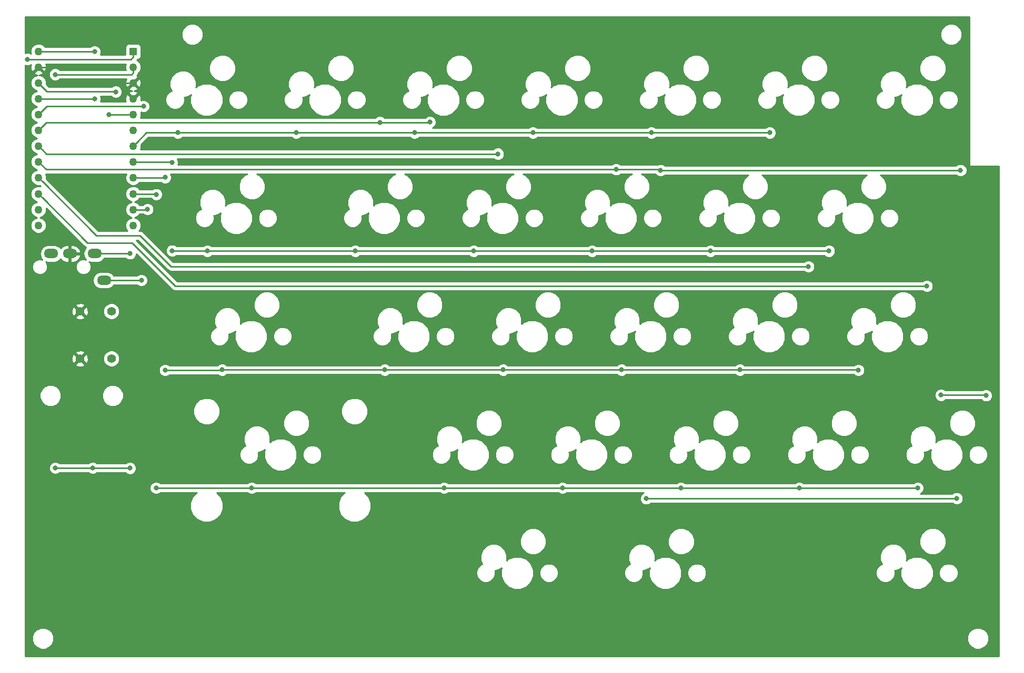
<source format=gtl>
G04 #@! TF.GenerationSoftware,KiCad,Pcbnew,(5.0.2)-1*
G04 #@! TF.CreationDate,2019-03-03T00:14:17+09:00*
G04 #@! TF.ProjectId,pakbd,70616b62-642e-46b6-9963-61645f706362,3*
G04 #@! TF.SameCoordinates,Original*
G04 #@! TF.FileFunction,Copper,L1,Top*
G04 #@! TF.FilePolarity,Positive*
%FSLAX46Y46*%
G04 Gerber Fmt 4.6, Leading zero omitted, Abs format (unit mm)*
G04 Created by KiCad (PCBNEW (5.0.2)-1) date 2019/03/03 0:14:17*
%MOMM*%
%LPD*%
G01*
G04 APERTURE LIST*
G04 #@! TA.AperFunction,ComponentPad*
%ADD10C,1.397000*%
G04 #@! TD*
G04 #@! TA.AperFunction,ComponentPad*
%ADD11C,1.270000*%
G04 #@! TD*
G04 #@! TA.AperFunction,ComponentPad*
%ADD12R,1.270000X1.270000*%
G04 #@! TD*
G04 #@! TA.AperFunction,ComponentPad*
%ADD13O,2.300000X1.500000*%
G04 #@! TD*
G04 #@! TA.AperFunction,ViaPad*
%ADD14C,0.800000*%
G04 #@! TD*
G04 #@! TA.AperFunction,Conductor*
%ADD15C,0.250000*%
G04 #@! TD*
G04 #@! TA.AperFunction,Conductor*
%ADD16C,0.254000*%
G04 #@! TD*
G04 APERTURE END LIST*
D10*
G04 #@! TO.P,SW_r1,1*
G04 #@! TO.N,reset0*
X34910000Y-76800000D03*
G04 #@! TO.P,SW_r1,2*
G04 #@! TO.N,GND*
X29830000Y-76800000D03*
G04 #@! TO.P,SW_r1,1*
G04 #@! TO.N,reset0*
X34910000Y-69180000D03*
G04 #@! TO.P,SW_r1,2*
G04 #@! TO.N,GND*
X29830000Y-69180000D03*
G04 #@! TD*
D11*
G04 #@! TO.P,U1,13*
G04 #@! TO.N,Net-(U1-Pad13)*
X23180000Y-55330000D03*
G04 #@! TO.P,U1,14*
G04 #@! TO.N,Net-(U1-Pad14)*
X23180000Y-52790000D03*
G04 #@! TO.P,U1,15*
G04 #@! TO.N,col5*
X23180000Y-50250000D03*
G04 #@! TO.P,U1,16*
G04 #@! TO.N,col4*
X23180000Y-47640000D03*
G04 #@! TO.P,U1,20*
G04 #@! TO.N,col0*
X23180000Y-37480000D03*
G04 #@! TO.P,U1,19*
G04 #@! TO.N,col1*
X23180000Y-40020000D03*
G04 #@! TO.P,U1,17*
G04 #@! TO.N,col3*
X23180000Y-45100000D03*
G04 #@! TO.P,U1,18*
G04 #@! TO.N,col2*
X23180000Y-42560000D03*
G04 #@! TO.P,U1,21*
G04 #@! TO.N,VCC*
X23180000Y-34940000D03*
G04 #@! TO.P,U1,22*
G04 #@! TO.N,reset0*
X23180000Y-32400000D03*
G04 #@! TO.P,U1,24*
G04 #@! TO.N,VCC*
X23180000Y-27320000D03*
G04 #@! TO.P,U1,23*
G04 #@! TO.N,GND*
X23180000Y-29860000D03*
G04 #@! TO.P,U1,12*
G04 #@! TO.N,Net-(U1-Pad12)*
X38420000Y-55330000D03*
G04 #@! TO.P,U1,11*
G04 #@! TO.N,row4*
X38420000Y-52790000D03*
G04 #@! TO.P,U1,6*
G04 #@! TO.N,data0b*
X38420000Y-40020000D03*
D12*
G04 #@! TO.P,U1,1*
G04 #@! TO.N,xdata0a*
X38420000Y-27320000D03*
D11*
G04 #@! TO.P,U1,2*
G04 #@! TO.N,data0a*
X38420000Y-29860000D03*
G04 #@! TO.P,U1,9*
G04 #@! TO.N,row2*
X38420000Y-47640000D03*
G04 #@! TO.P,U1,4*
G04 #@! TO.N,GND*
X38420000Y-34940000D03*
G04 #@! TO.P,U1,8*
G04 #@! TO.N,row1*
X38420000Y-45100000D03*
G04 #@! TO.P,U1,10*
G04 #@! TO.N,row3*
X38420000Y-50250000D03*
G04 #@! TO.P,U1,5*
G04 #@! TO.N,xdata0b*
X38420000Y-37480000D03*
G04 #@! TO.P,U1,7*
G04 #@! TO.N,row0*
X38420000Y-42560000D03*
G04 #@! TO.P,U1,3*
G04 #@! TO.N,GND*
X38420000Y-32400000D03*
G04 #@! TD*
D13*
G04 #@! TO.P,J1,1*
G04 #@! TO.N,xdata0*
X33710000Y-64180000D03*
G04 #@! TO.P,J1,4*
G04 #@! TO.N,VCC*
X32210000Y-59880000D03*
G04 #@! TO.P,J1,3*
G04 #@! TO.N,GND*
X28210000Y-59880000D03*
G04 #@! TO.P,J1,2*
G04 #@! TO.N,data0*
X25210000Y-59880000D03*
G04 #@! TD*
D14*
G04 #@! TO.N,row0*
X45580000Y-40410000D03*
X140830000Y-40410000D03*
X121770000Y-40410000D03*
X102730000Y-40410000D03*
X83680000Y-40410000D03*
X64630000Y-40410000D03*
G04 #@! TO.N,row1*
X50340000Y-59460000D03*
X150350000Y-59470000D03*
X131300000Y-59460000D03*
X112250000Y-59460000D03*
X93200000Y-59460000D03*
X74150000Y-59460000D03*
X44670000Y-45210000D03*
X44680000Y-59420000D03*
G04 #@! TO.N,row2*
X52730000Y-78610000D03*
X155100000Y-78650000D03*
X136060000Y-78610000D03*
X117010000Y-78610000D03*
X97960000Y-78610000D03*
X78910000Y-78610000D03*
X43540000Y-47620000D03*
X43560000Y-78650000D03*
G04 #@! TO.N,row3*
X57480000Y-97620000D03*
X164640000Y-97620000D03*
X145580000Y-97620000D03*
X126530000Y-97620000D03*
X107480000Y-97620000D03*
X88430000Y-97620000D03*
X42110000Y-50360000D03*
X42100000Y-97620000D03*
G04 #@! TO.N,row4*
X40710000Y-52740000D03*
G04 #@! TO.N,xdata0*
X39730000Y-64180000D03*
G04 #@! TO.N,VCC*
X37890000Y-59880000D03*
X32210000Y-34980000D03*
X32210000Y-27340000D03*
G04 #@! TO.N,GND*
X28210000Y-32440000D03*
X28210000Y-29820000D03*
X49720000Y-31540000D03*
X68830000Y-31460000D03*
X87940000Y-31520000D03*
X106810000Y-31330000D03*
X125710000Y-31230000D03*
X144910000Y-31340000D03*
X163940000Y-31270000D03*
X154260000Y-50160000D03*
X135170000Y-50000000D03*
X116060000Y-49890000D03*
X54330000Y-50220000D03*
X78030000Y-50250000D03*
X97180000Y-50190000D03*
X56590000Y-69180000D03*
X82700000Y-69340000D03*
X102070000Y-69280000D03*
X120970000Y-69180000D03*
X140050000Y-69310000D03*
X159140000Y-69190000D03*
X168680000Y-88260000D03*
X149360000Y-87990000D03*
X130400000Y-88290000D03*
X111260000Y-88170000D03*
X92400000Y-88260000D03*
X61350000Y-88120000D03*
X99460000Y-107220000D03*
X123330000Y-107300000D03*
X163820000Y-107250000D03*
G04 #@! TO.N,data0*
X25880000Y-94410000D03*
X37900000Y-94440000D03*
X31900000Y-94410000D03*
G04 #@! TO.N,data0a*
X25860000Y-31030000D03*
G04 #@! TO.N,xdata0a*
X21400000Y-28580000D03*
G04 #@! TO.N,xdata0b*
X34500000Y-37530000D03*
G04 #@! TO.N,col0*
X40060000Y-36170000D03*
G04 #@! TO.N,col1*
X78090000Y-38750000D03*
X86140000Y-38700000D03*
G04 #@! TO.N,col2*
X97100000Y-43820000D03*
X120960000Y-99330000D03*
X170930000Y-99300000D03*
G04 #@! TO.N,col3*
X123270000Y-46460000D03*
X116100000Y-46330000D03*
X171530000Y-46460000D03*
G04 #@! TO.N,col4*
X147057000Y-61970000D03*
G04 #@! TO.N,col5*
X166100000Y-65110000D03*
X168400000Y-82660000D03*
X175640000Y-82740000D03*
G04 #@! TO.N,reset0*
X35608499Y-33840000D03*
G04 #@! TD*
D15*
G04 #@! TO.N,row2*
X155060000Y-78610000D02*
X155100000Y-78650000D01*
X136060000Y-78610000D02*
X155060000Y-78610000D01*
X117010000Y-78610000D02*
X136060000Y-78610000D01*
X97960000Y-78610000D02*
X117010000Y-78610000D01*
X52730000Y-78610000D02*
X78910000Y-78610000D01*
X78910000Y-78610000D02*
X97960000Y-78610000D01*
X52690000Y-78650000D02*
X52730000Y-78610000D01*
X43560000Y-78650000D02*
X52690000Y-78650000D01*
G04 #@! TO.N,col2*
X120960000Y-99330000D02*
X170900000Y-99330000D01*
X170900000Y-99330000D02*
X170930000Y-99300000D01*
G04 #@! TO.N,col5*
X23814999Y-50884999D02*
X23814999Y-50894999D01*
X23180000Y-50250000D02*
X23814999Y-50884999D01*
X23814999Y-50894999D02*
X31070000Y-58150000D01*
X31070000Y-58150000D02*
X38230000Y-58150000D01*
X45190000Y-65110000D02*
X166100000Y-65110000D01*
X38230000Y-58150000D02*
X45190000Y-65110000D01*
G04 #@! TO.N,row0*
X121770000Y-40410000D02*
X140830000Y-40410000D01*
X102730000Y-40410000D02*
X121770000Y-40410000D01*
X83680000Y-40410000D02*
X102730000Y-40410000D01*
X45580000Y-40410000D02*
X64630000Y-40410000D01*
X64630000Y-40410000D02*
X83680000Y-40410000D01*
X39054999Y-41925001D02*
X39054999Y-41915001D01*
X38420000Y-42560000D02*
X39054999Y-41925001D01*
X40560000Y-40410000D02*
X45580000Y-40410000D01*
X39054999Y-41915001D02*
X40560000Y-40410000D01*
G04 #@! TO.N,row1*
X150340000Y-59460000D02*
X150350000Y-59470000D01*
X131300000Y-59460000D02*
X150340000Y-59460000D01*
X112250000Y-59460000D02*
X131300000Y-59460000D01*
X93200000Y-59460000D02*
X112250000Y-59460000D01*
X50340000Y-59460000D02*
X74150000Y-59460000D01*
X74150000Y-59460000D02*
X93200000Y-59460000D01*
X38420000Y-45100000D02*
X44560000Y-45100000D01*
X44560000Y-45100000D02*
X44670000Y-45210000D01*
X50300000Y-59420000D02*
X50340000Y-59460000D01*
X44680000Y-59420000D02*
X50300000Y-59420000D01*
G04 #@! TO.N,row2*
X38420000Y-47640000D02*
X43520000Y-47640000D01*
X43520000Y-47640000D02*
X43540000Y-47620000D01*
G04 #@! TO.N,row3*
X145580000Y-97620000D02*
X164640000Y-97620000D01*
X126530000Y-97620000D02*
X145580000Y-97620000D01*
X107480000Y-97620000D02*
X126530000Y-97620000D01*
X57480000Y-97620000D02*
X88430000Y-97620000D01*
X88430000Y-97620000D02*
X107480000Y-97620000D01*
X38420000Y-50250000D02*
X42000000Y-50250000D01*
X42000000Y-50250000D02*
X42110000Y-50360000D01*
X42100000Y-97620000D02*
X57480000Y-97620000D01*
G04 #@! TO.N,row4*
X38420000Y-52790000D02*
X40660000Y-52790000D01*
X40660000Y-52790000D02*
X40710000Y-52740000D01*
G04 #@! TO.N,xdata0*
X33710000Y-64180000D02*
X39730000Y-64180000D01*
G04 #@! TO.N,VCC*
X32210000Y-59880000D02*
X37890000Y-59880000D01*
X32250000Y-34940000D02*
X32210000Y-34980000D01*
X32230000Y-27320000D02*
X32210000Y-27340000D01*
X23220000Y-34980000D02*
X23180000Y-34940000D01*
X32210000Y-34980000D02*
X23220000Y-34980000D01*
X23200000Y-27340000D02*
X23180000Y-27320000D01*
X32210000Y-27340000D02*
X23200000Y-27340000D01*
G04 #@! TO.N,GND*
X28170000Y-32400000D02*
X28210000Y-32440000D01*
X28250000Y-29860000D02*
X28210000Y-29820000D01*
X28170000Y-29860000D02*
X28210000Y-29820000D01*
X23180000Y-29860000D02*
X28170000Y-29860000D01*
X38380000Y-32440000D02*
X38420000Y-32400000D01*
X28210000Y-32440000D02*
X38380000Y-32440000D01*
G04 #@! TO.N,data0*
X37870000Y-94410000D02*
X37900000Y-94440000D01*
X25880000Y-94410000D02*
X31900000Y-94410000D01*
X31900000Y-94410000D02*
X37870000Y-94410000D01*
G04 #@! TO.N,data0a*
X38250000Y-30030000D02*
X38420000Y-29860000D01*
X38420000Y-30758025D02*
X38148025Y-31030000D01*
X38420000Y-29860000D02*
X38420000Y-30758025D01*
X38148025Y-31030000D02*
X25860000Y-31030000D01*
G04 #@! TO.N,xdata0a*
X38420000Y-28205000D02*
X38045000Y-28580000D01*
X38420000Y-27320000D02*
X38420000Y-28205000D01*
X38045000Y-28580000D02*
X21400000Y-28580000D01*
G04 #@! TO.N,xdata0b*
X38370000Y-37530000D02*
X38420000Y-37480000D01*
X34500000Y-37530000D02*
X38370000Y-37530000D01*
G04 #@! TO.N,col0*
X23180000Y-37480000D02*
X23814999Y-36845001D01*
X23814999Y-36845001D02*
X24480000Y-36180000D01*
X24480000Y-36180000D02*
X40050000Y-36180000D01*
X40050000Y-36180000D02*
X40060000Y-36170000D01*
G04 #@! TO.N,col1*
X78070000Y-38770000D02*
X78090000Y-38750000D01*
X24430000Y-38770000D02*
X78070000Y-38770000D01*
X23180000Y-40020000D02*
X24430000Y-38770000D01*
X78090000Y-38750000D02*
X86090000Y-38750000D01*
X86090000Y-38750000D02*
X86140000Y-38700000D01*
G04 #@! TO.N,col2*
X40050000Y-43830000D02*
X97090000Y-43830000D01*
X40040000Y-43840000D02*
X40050000Y-43830000D01*
X24450000Y-43840000D02*
X40040000Y-43840000D01*
X23180000Y-42560000D02*
X23814999Y-43194999D01*
X23814999Y-43194999D02*
X23814999Y-43204999D01*
X23814999Y-43204999D02*
X24450000Y-43840000D01*
X97090000Y-43830000D02*
X97100000Y-43820000D01*
G04 #@! TO.N,col3*
X23180000Y-45100000D02*
X24410000Y-46330000D01*
X24410000Y-46330000D02*
X114360000Y-46330000D01*
X123140000Y-46330000D02*
X123270000Y-46460000D01*
X114360000Y-46330000D02*
X116100000Y-46330000D01*
X116100000Y-46330000D02*
X123140000Y-46330000D01*
X171400000Y-46460000D02*
X123270000Y-46460000D01*
X171530000Y-46460000D02*
X171400000Y-46460000D01*
G04 #@! TO.N,col4*
X23814999Y-48274999D02*
X23824999Y-48274999D01*
X23180000Y-47640000D02*
X23814999Y-48274999D01*
X23824999Y-48274999D02*
X32510000Y-56960000D01*
X32510000Y-56960000D02*
X39500000Y-56960000D01*
X44510000Y-61970000D02*
X144760000Y-61970000D01*
X39500000Y-56960000D02*
X44510000Y-61970000D01*
X144760000Y-61970000D02*
X147057000Y-61970000D01*
G04 #@! TO.N,col5*
X168400000Y-82660000D02*
X175560000Y-82660000D01*
X175560000Y-82660000D02*
X175640000Y-82740000D01*
G04 #@! TO.N,reset0*
X23180000Y-32400000D02*
X24560000Y-33780000D01*
X35548499Y-33780000D02*
X35608499Y-33840000D01*
X24560000Y-33780000D02*
X35548499Y-33780000D01*
G04 #@! TD*
D16*
G04 #@! TO.N,GND*
G36*
X172933000Y-45690053D02*
X172942687Y-45738649D01*
X172970235Y-45779840D01*
X173011448Y-45807353D01*
X173060000Y-45817000D01*
X177683000Y-45817000D01*
X177683000Y-124713000D01*
X21037012Y-124713000D01*
X21037323Y-121494887D01*
X22175000Y-121494887D01*
X22175000Y-122185113D01*
X22439138Y-122822799D01*
X22927201Y-123310862D01*
X23564887Y-123575000D01*
X24255113Y-123575000D01*
X24892799Y-123310862D01*
X25380862Y-122822799D01*
X25645000Y-122185113D01*
X25645000Y-121494887D01*
X172585000Y-121494887D01*
X172585000Y-122185113D01*
X172849138Y-122822799D01*
X173337201Y-123310862D01*
X173974887Y-123575000D01*
X174665113Y-123575000D01*
X175302799Y-123310862D01*
X175790862Y-122822799D01*
X176055000Y-122185113D01*
X176055000Y-121494887D01*
X175790862Y-120857201D01*
X175302799Y-120369138D01*
X174665113Y-120105000D01*
X173974887Y-120105000D01*
X173337201Y-120369138D01*
X172849138Y-120857201D01*
X172585000Y-121494887D01*
X25645000Y-121494887D01*
X25380862Y-120857201D01*
X24892799Y-120369138D01*
X24255113Y-120105000D01*
X23564887Y-120105000D01*
X22927201Y-120369138D01*
X22439138Y-120857201D01*
X22175000Y-121494887D01*
X21037323Y-121494887D01*
X21038338Y-111004670D01*
X93605000Y-111004670D01*
X93605000Y-111615330D01*
X93838690Y-112179507D01*
X94270493Y-112611310D01*
X94834670Y-112845000D01*
X95445330Y-112845000D01*
X96009507Y-112611310D01*
X96441310Y-112179507D01*
X96675000Y-111615330D01*
X96675000Y-111004670D01*
X96633715Y-110905000D01*
X96834678Y-110905000D01*
X97619380Y-110579966D01*
X97706283Y-110493063D01*
X97585000Y-110785866D01*
X97585000Y-111834134D01*
X97986155Y-112802608D01*
X98727392Y-113543845D01*
X99695866Y-113945000D01*
X100744134Y-113945000D01*
X101712608Y-113543845D01*
X102453845Y-112802608D01*
X102855000Y-111834134D01*
X102855000Y-111004670D01*
X103765000Y-111004670D01*
X103765000Y-111615330D01*
X103998690Y-112179507D01*
X104430493Y-112611310D01*
X104994670Y-112845000D01*
X105605330Y-112845000D01*
X106169507Y-112611310D01*
X106601310Y-112179507D01*
X106835000Y-111615330D01*
X106835000Y-111004670D01*
X117417000Y-111004670D01*
X117417000Y-111615330D01*
X117650690Y-112179507D01*
X118082493Y-112611310D01*
X118646670Y-112845000D01*
X119257330Y-112845000D01*
X119821507Y-112611310D01*
X120253310Y-112179507D01*
X120487000Y-111615330D01*
X120487000Y-111004670D01*
X120445715Y-110905000D01*
X120646678Y-110905000D01*
X121431380Y-110579966D01*
X121518283Y-110493063D01*
X121397000Y-110785866D01*
X121397000Y-111834134D01*
X121798155Y-112802608D01*
X122539392Y-113543845D01*
X123507866Y-113945000D01*
X124556134Y-113945000D01*
X125524608Y-113543845D01*
X126265845Y-112802608D01*
X126667000Y-111834134D01*
X126667000Y-111004670D01*
X127577000Y-111004670D01*
X127577000Y-111615330D01*
X127810690Y-112179507D01*
X128242493Y-112611310D01*
X128806670Y-112845000D01*
X129417330Y-112845000D01*
X129981507Y-112611310D01*
X130413310Y-112179507D01*
X130647000Y-111615330D01*
X130647000Y-111004670D01*
X157904500Y-111004670D01*
X157904500Y-111615330D01*
X158138190Y-112179507D01*
X158569993Y-112611310D01*
X159134170Y-112845000D01*
X159744830Y-112845000D01*
X160309007Y-112611310D01*
X160740810Y-112179507D01*
X160974500Y-111615330D01*
X160974500Y-111004670D01*
X160933215Y-110905000D01*
X161134178Y-110905000D01*
X161918880Y-110579966D01*
X162005783Y-110493063D01*
X161884500Y-110785866D01*
X161884500Y-111834134D01*
X162285655Y-112802608D01*
X163026892Y-113543845D01*
X163995366Y-113945000D01*
X165043634Y-113945000D01*
X166012108Y-113543845D01*
X166753345Y-112802608D01*
X167154500Y-111834134D01*
X167154500Y-111004670D01*
X168064500Y-111004670D01*
X168064500Y-111615330D01*
X168298190Y-112179507D01*
X168729993Y-112611310D01*
X169294170Y-112845000D01*
X169904830Y-112845000D01*
X170469007Y-112611310D01*
X170900810Y-112179507D01*
X171134500Y-111615330D01*
X171134500Y-111004670D01*
X170900810Y-110440493D01*
X170469007Y-110008690D01*
X169904830Y-109775000D01*
X169294170Y-109775000D01*
X168729993Y-110008690D01*
X168298190Y-110440493D01*
X168064500Y-111004670D01*
X167154500Y-111004670D01*
X167154500Y-110785866D01*
X166753345Y-109817392D01*
X166012108Y-109076155D01*
X165043634Y-108675000D01*
X163995366Y-108675000D01*
X163026892Y-109076155D01*
X162799338Y-109303709D01*
X162844500Y-109194678D01*
X162844500Y-108345322D01*
X162519466Y-107560620D01*
X161918880Y-106960034D01*
X161134178Y-106635000D01*
X160284822Y-106635000D01*
X159500120Y-106960034D01*
X158899534Y-107560620D01*
X158574500Y-108345322D01*
X158574500Y-109194678D01*
X158861636Y-109887887D01*
X158569993Y-110008690D01*
X158138190Y-110440493D01*
X157904500Y-111004670D01*
X130647000Y-111004670D01*
X130413310Y-110440493D01*
X129981507Y-110008690D01*
X129417330Y-109775000D01*
X128806670Y-109775000D01*
X128242493Y-110008690D01*
X127810690Y-110440493D01*
X127577000Y-111004670D01*
X126667000Y-111004670D01*
X126667000Y-110785866D01*
X126265845Y-109817392D01*
X125524608Y-109076155D01*
X124556134Y-108675000D01*
X123507866Y-108675000D01*
X122539392Y-109076155D01*
X122311838Y-109303709D01*
X122357000Y-109194678D01*
X122357000Y-108345322D01*
X122031966Y-107560620D01*
X121431380Y-106960034D01*
X120646678Y-106635000D01*
X119797322Y-106635000D01*
X119012620Y-106960034D01*
X118412034Y-107560620D01*
X118087000Y-108345322D01*
X118087000Y-109194678D01*
X118374136Y-109887887D01*
X118082493Y-110008690D01*
X117650690Y-110440493D01*
X117417000Y-111004670D01*
X106835000Y-111004670D01*
X106601310Y-110440493D01*
X106169507Y-110008690D01*
X105605330Y-109775000D01*
X104994670Y-109775000D01*
X104430493Y-110008690D01*
X103998690Y-110440493D01*
X103765000Y-111004670D01*
X102855000Y-111004670D01*
X102855000Y-110785866D01*
X102453845Y-109817392D01*
X101712608Y-109076155D01*
X100744134Y-108675000D01*
X99695866Y-108675000D01*
X98727392Y-109076155D01*
X98499838Y-109303709D01*
X98545000Y-109194678D01*
X98545000Y-108345322D01*
X98219966Y-107560620D01*
X97619380Y-106960034D01*
X96834678Y-106635000D01*
X95985322Y-106635000D01*
X95200620Y-106960034D01*
X94600034Y-107560620D01*
X94275000Y-108345322D01*
X94275000Y-109194678D01*
X94562136Y-109887887D01*
X94270493Y-110008690D01*
X93838690Y-110440493D01*
X93605000Y-111004670D01*
X21038338Y-111004670D01*
X21038841Y-105805322D01*
X100625000Y-105805322D01*
X100625000Y-106654678D01*
X100950034Y-107439380D01*
X101550620Y-108039966D01*
X102335322Y-108365000D01*
X103184678Y-108365000D01*
X103969380Y-108039966D01*
X104569966Y-107439380D01*
X104895000Y-106654678D01*
X104895000Y-105805322D01*
X124437000Y-105805322D01*
X124437000Y-106654678D01*
X124762034Y-107439380D01*
X125362620Y-108039966D01*
X126147322Y-108365000D01*
X126996678Y-108365000D01*
X127781380Y-108039966D01*
X128381966Y-107439380D01*
X128707000Y-106654678D01*
X128707000Y-105805322D01*
X164924500Y-105805322D01*
X164924500Y-106654678D01*
X165249534Y-107439380D01*
X165850120Y-108039966D01*
X166634822Y-108365000D01*
X167484178Y-108365000D01*
X168268880Y-108039966D01*
X168869466Y-107439380D01*
X169194500Y-106654678D01*
X169194500Y-105805322D01*
X168869466Y-105020620D01*
X168268880Y-104420034D01*
X167484178Y-104095000D01*
X166634822Y-104095000D01*
X165850120Y-104420034D01*
X165249534Y-105020620D01*
X164924500Y-105805322D01*
X128707000Y-105805322D01*
X128381966Y-105020620D01*
X127781380Y-104420034D01*
X126996678Y-104095000D01*
X126147322Y-104095000D01*
X125362620Y-104420034D01*
X124762034Y-105020620D01*
X124437000Y-105805322D01*
X104895000Y-105805322D01*
X104569966Y-105020620D01*
X103969380Y-104420034D01*
X103184678Y-104095000D01*
X102335322Y-104095000D01*
X101550620Y-104420034D01*
X100950034Y-105020620D01*
X100625000Y-105805322D01*
X21038841Y-105805322D01*
X21039655Y-97414126D01*
X41065000Y-97414126D01*
X41065000Y-97825874D01*
X41222569Y-98206280D01*
X41513720Y-98497431D01*
X41894126Y-98655000D01*
X42305874Y-98655000D01*
X42686280Y-98497431D01*
X42803711Y-98380000D01*
X48619147Y-98380000D01*
X47991755Y-99007392D01*
X47590600Y-99975866D01*
X47590600Y-101024134D01*
X47991755Y-101992608D01*
X48732992Y-102733845D01*
X49701466Y-103135000D01*
X50749734Y-103135000D01*
X51718208Y-102733845D01*
X52459445Y-101992608D01*
X52860600Y-101024134D01*
X52860600Y-99975866D01*
X52459445Y-99007392D01*
X51832053Y-98380000D01*
X56776289Y-98380000D01*
X56893720Y-98497431D01*
X57274126Y-98655000D01*
X57685874Y-98655000D01*
X58066280Y-98497431D01*
X58183711Y-98380000D01*
X72419147Y-98380000D01*
X71791755Y-99007392D01*
X71390600Y-99975866D01*
X71390600Y-101024134D01*
X71791755Y-101992608D01*
X72532992Y-102733845D01*
X73501466Y-103135000D01*
X74549734Y-103135000D01*
X75518208Y-102733845D01*
X76259445Y-101992608D01*
X76660600Y-101024134D01*
X76660600Y-99975866D01*
X76259445Y-99007392D01*
X75632053Y-98380000D01*
X87726289Y-98380000D01*
X87843720Y-98497431D01*
X88224126Y-98655000D01*
X88635874Y-98655000D01*
X89016280Y-98497431D01*
X89133711Y-98380000D01*
X106776289Y-98380000D01*
X106893720Y-98497431D01*
X107274126Y-98655000D01*
X107685874Y-98655000D01*
X108066280Y-98497431D01*
X108183711Y-98380000D01*
X120548917Y-98380000D01*
X120373720Y-98452569D01*
X120082569Y-98743720D01*
X119925000Y-99124126D01*
X119925000Y-99535874D01*
X120082569Y-99916280D01*
X120373720Y-100207431D01*
X120754126Y-100365000D01*
X121165874Y-100365000D01*
X121546280Y-100207431D01*
X121663711Y-100090000D01*
X170256289Y-100090000D01*
X170343720Y-100177431D01*
X170724126Y-100335000D01*
X171135874Y-100335000D01*
X171516280Y-100177431D01*
X171807431Y-99886280D01*
X171965000Y-99505874D01*
X171965000Y-99094126D01*
X171807431Y-98713720D01*
X171516280Y-98422569D01*
X171135874Y-98265000D01*
X170724126Y-98265000D01*
X170343720Y-98422569D01*
X170196289Y-98570000D01*
X165051083Y-98570000D01*
X165226280Y-98497431D01*
X165517431Y-98206280D01*
X165675000Y-97825874D01*
X165675000Y-97414126D01*
X165517431Y-97033720D01*
X165226280Y-96742569D01*
X164845874Y-96585000D01*
X164434126Y-96585000D01*
X164053720Y-96742569D01*
X163936289Y-96860000D01*
X146283711Y-96860000D01*
X146166280Y-96742569D01*
X145785874Y-96585000D01*
X145374126Y-96585000D01*
X144993720Y-96742569D01*
X144876289Y-96860000D01*
X127233711Y-96860000D01*
X127116280Y-96742569D01*
X126735874Y-96585000D01*
X126324126Y-96585000D01*
X125943720Y-96742569D01*
X125826289Y-96860000D01*
X108183711Y-96860000D01*
X108066280Y-96742569D01*
X107685874Y-96585000D01*
X107274126Y-96585000D01*
X106893720Y-96742569D01*
X106776289Y-96860000D01*
X89133711Y-96860000D01*
X89016280Y-96742569D01*
X88635874Y-96585000D01*
X88224126Y-96585000D01*
X87843720Y-96742569D01*
X87726289Y-96860000D01*
X58183711Y-96860000D01*
X58066280Y-96742569D01*
X57685874Y-96585000D01*
X57274126Y-96585000D01*
X56893720Y-96742569D01*
X56776289Y-96860000D01*
X42803711Y-96860000D01*
X42686280Y-96742569D01*
X42305874Y-96585000D01*
X41894126Y-96585000D01*
X41513720Y-96742569D01*
X41222569Y-97033720D01*
X41065000Y-97414126D01*
X21039655Y-97414126D01*
X21039966Y-94204126D01*
X24845000Y-94204126D01*
X24845000Y-94615874D01*
X25002569Y-94996280D01*
X25293720Y-95287431D01*
X25674126Y-95445000D01*
X26085874Y-95445000D01*
X26466280Y-95287431D01*
X26583711Y-95170000D01*
X31196289Y-95170000D01*
X31313720Y-95287431D01*
X31694126Y-95445000D01*
X32105874Y-95445000D01*
X32486280Y-95287431D01*
X32603711Y-95170000D01*
X37166289Y-95170000D01*
X37313720Y-95317431D01*
X37694126Y-95475000D01*
X38105874Y-95475000D01*
X38486280Y-95317431D01*
X38777431Y-95026280D01*
X38935000Y-94645874D01*
X38935000Y-94234126D01*
X38777431Y-93853720D01*
X38486280Y-93562569D01*
X38105874Y-93405000D01*
X37694126Y-93405000D01*
X37313720Y-93562569D01*
X37226289Y-93650000D01*
X32603711Y-93650000D01*
X32486280Y-93532569D01*
X32105874Y-93375000D01*
X31694126Y-93375000D01*
X31313720Y-93532569D01*
X31196289Y-93650000D01*
X26583711Y-93650000D01*
X26466280Y-93532569D01*
X26085874Y-93375000D01*
X25674126Y-93375000D01*
X25293720Y-93532569D01*
X25002569Y-93823720D01*
X24845000Y-94204126D01*
X21039966Y-94204126D01*
X21040183Y-91954670D01*
X55510600Y-91954670D01*
X55510600Y-92565330D01*
X55744290Y-93129507D01*
X56176093Y-93561310D01*
X56740270Y-93795000D01*
X57350930Y-93795000D01*
X57915107Y-93561310D01*
X58346910Y-93129507D01*
X58580600Y-92565330D01*
X58580600Y-91954670D01*
X58539315Y-91855000D01*
X58740278Y-91855000D01*
X59524980Y-91529966D01*
X59611883Y-91443063D01*
X59490600Y-91735866D01*
X59490600Y-92784134D01*
X59891755Y-93752608D01*
X60632992Y-94493845D01*
X61601466Y-94895000D01*
X62649734Y-94895000D01*
X63618208Y-94493845D01*
X64359445Y-93752608D01*
X64760600Y-92784134D01*
X64760600Y-91954670D01*
X65670600Y-91954670D01*
X65670600Y-92565330D01*
X65904290Y-93129507D01*
X66336093Y-93561310D01*
X66900270Y-93795000D01*
X67510930Y-93795000D01*
X68075107Y-93561310D01*
X68506910Y-93129507D01*
X68740600Y-92565330D01*
X68740600Y-91954670D01*
X86467000Y-91954670D01*
X86467000Y-92565330D01*
X86700690Y-93129507D01*
X87132493Y-93561310D01*
X87696670Y-93795000D01*
X88307330Y-93795000D01*
X88871507Y-93561310D01*
X89303310Y-93129507D01*
X89537000Y-92565330D01*
X89537000Y-91954670D01*
X89495715Y-91855000D01*
X89696678Y-91855000D01*
X90481380Y-91529966D01*
X90568283Y-91443063D01*
X90447000Y-91735866D01*
X90447000Y-92784134D01*
X90848155Y-93752608D01*
X91589392Y-94493845D01*
X92557866Y-94895000D01*
X93606134Y-94895000D01*
X94574608Y-94493845D01*
X95315845Y-93752608D01*
X95717000Y-92784134D01*
X95717000Y-91954670D01*
X96627000Y-91954670D01*
X96627000Y-92565330D01*
X96860690Y-93129507D01*
X97292493Y-93561310D01*
X97856670Y-93795000D01*
X98467330Y-93795000D01*
X99031507Y-93561310D01*
X99463310Y-93129507D01*
X99697000Y-92565330D01*
X99697000Y-91954670D01*
X105517000Y-91954670D01*
X105517000Y-92565330D01*
X105750690Y-93129507D01*
X106182493Y-93561310D01*
X106746670Y-93795000D01*
X107357330Y-93795000D01*
X107921507Y-93561310D01*
X108353310Y-93129507D01*
X108587000Y-92565330D01*
X108587000Y-91954670D01*
X108545715Y-91855000D01*
X108746678Y-91855000D01*
X109531380Y-91529966D01*
X109618283Y-91443063D01*
X109497000Y-91735866D01*
X109497000Y-92784134D01*
X109898155Y-93752608D01*
X110639392Y-94493845D01*
X111607866Y-94895000D01*
X112656134Y-94895000D01*
X113624608Y-94493845D01*
X114365845Y-93752608D01*
X114767000Y-92784134D01*
X114767000Y-91954670D01*
X115677000Y-91954670D01*
X115677000Y-92565330D01*
X115910690Y-93129507D01*
X116342493Y-93561310D01*
X116906670Y-93795000D01*
X117517330Y-93795000D01*
X118081507Y-93561310D01*
X118513310Y-93129507D01*
X118747000Y-92565330D01*
X118747000Y-91954670D01*
X124567000Y-91954670D01*
X124567000Y-92565330D01*
X124800690Y-93129507D01*
X125232493Y-93561310D01*
X125796670Y-93795000D01*
X126407330Y-93795000D01*
X126971507Y-93561310D01*
X127403310Y-93129507D01*
X127637000Y-92565330D01*
X127637000Y-91954670D01*
X127595715Y-91855000D01*
X127796678Y-91855000D01*
X128581380Y-91529966D01*
X128668283Y-91443063D01*
X128547000Y-91735866D01*
X128547000Y-92784134D01*
X128948155Y-93752608D01*
X129689392Y-94493845D01*
X130657866Y-94895000D01*
X131706134Y-94895000D01*
X132674608Y-94493845D01*
X133415845Y-93752608D01*
X133817000Y-92784134D01*
X133817000Y-91954670D01*
X134727000Y-91954670D01*
X134727000Y-92565330D01*
X134960690Y-93129507D01*
X135392493Y-93561310D01*
X135956670Y-93795000D01*
X136567330Y-93795000D01*
X137131507Y-93561310D01*
X137563310Y-93129507D01*
X137797000Y-92565330D01*
X137797000Y-91954670D01*
X143617000Y-91954670D01*
X143617000Y-92565330D01*
X143850690Y-93129507D01*
X144282493Y-93561310D01*
X144846670Y-93795000D01*
X145457330Y-93795000D01*
X146021507Y-93561310D01*
X146453310Y-93129507D01*
X146687000Y-92565330D01*
X146687000Y-91954670D01*
X146645715Y-91855000D01*
X146846678Y-91855000D01*
X147631380Y-91529966D01*
X147718283Y-91443063D01*
X147597000Y-91735866D01*
X147597000Y-92784134D01*
X147998155Y-93752608D01*
X148739392Y-94493845D01*
X149707866Y-94895000D01*
X150756134Y-94895000D01*
X151724608Y-94493845D01*
X152465845Y-93752608D01*
X152867000Y-92784134D01*
X152867000Y-91954670D01*
X153777000Y-91954670D01*
X153777000Y-92565330D01*
X154010690Y-93129507D01*
X154442493Y-93561310D01*
X155006670Y-93795000D01*
X155617330Y-93795000D01*
X156181507Y-93561310D01*
X156613310Y-93129507D01*
X156847000Y-92565330D01*
X156847000Y-91954670D01*
X162667000Y-91954670D01*
X162667000Y-92565330D01*
X162900690Y-93129507D01*
X163332493Y-93561310D01*
X163896670Y-93795000D01*
X164507330Y-93795000D01*
X165071507Y-93561310D01*
X165503310Y-93129507D01*
X165737000Y-92565330D01*
X165737000Y-91954670D01*
X165695715Y-91855000D01*
X165896678Y-91855000D01*
X166681380Y-91529966D01*
X166768283Y-91443063D01*
X166647000Y-91735866D01*
X166647000Y-92784134D01*
X167048155Y-93752608D01*
X167789392Y-94493845D01*
X168757866Y-94895000D01*
X169806134Y-94895000D01*
X170774608Y-94493845D01*
X171515845Y-93752608D01*
X171917000Y-92784134D01*
X171917000Y-91954670D01*
X172827000Y-91954670D01*
X172827000Y-92565330D01*
X173060690Y-93129507D01*
X173492493Y-93561310D01*
X174056670Y-93795000D01*
X174667330Y-93795000D01*
X175231507Y-93561310D01*
X175663310Y-93129507D01*
X175897000Y-92565330D01*
X175897000Y-91954670D01*
X175663310Y-91390493D01*
X175231507Y-90958690D01*
X174667330Y-90725000D01*
X174056670Y-90725000D01*
X173492493Y-90958690D01*
X173060690Y-91390493D01*
X172827000Y-91954670D01*
X171917000Y-91954670D01*
X171917000Y-91735866D01*
X171515845Y-90767392D01*
X170774608Y-90026155D01*
X169806134Y-89625000D01*
X168757866Y-89625000D01*
X167789392Y-90026155D01*
X167561838Y-90253709D01*
X167607000Y-90144678D01*
X167607000Y-89295322D01*
X167281966Y-88510620D01*
X166681380Y-87910034D01*
X165896678Y-87585000D01*
X165047322Y-87585000D01*
X164262620Y-87910034D01*
X163662034Y-88510620D01*
X163337000Y-89295322D01*
X163337000Y-90144678D01*
X163624136Y-90837887D01*
X163332493Y-90958690D01*
X162900690Y-91390493D01*
X162667000Y-91954670D01*
X156847000Y-91954670D01*
X156613310Y-91390493D01*
X156181507Y-90958690D01*
X155617330Y-90725000D01*
X155006670Y-90725000D01*
X154442493Y-90958690D01*
X154010690Y-91390493D01*
X153777000Y-91954670D01*
X152867000Y-91954670D01*
X152867000Y-91735866D01*
X152465845Y-90767392D01*
X151724608Y-90026155D01*
X150756134Y-89625000D01*
X149707866Y-89625000D01*
X148739392Y-90026155D01*
X148511838Y-90253709D01*
X148557000Y-90144678D01*
X148557000Y-89295322D01*
X148231966Y-88510620D01*
X147631380Y-87910034D01*
X146846678Y-87585000D01*
X145997322Y-87585000D01*
X145212620Y-87910034D01*
X144612034Y-88510620D01*
X144287000Y-89295322D01*
X144287000Y-90144678D01*
X144574136Y-90837887D01*
X144282493Y-90958690D01*
X143850690Y-91390493D01*
X143617000Y-91954670D01*
X137797000Y-91954670D01*
X137563310Y-91390493D01*
X137131507Y-90958690D01*
X136567330Y-90725000D01*
X135956670Y-90725000D01*
X135392493Y-90958690D01*
X134960690Y-91390493D01*
X134727000Y-91954670D01*
X133817000Y-91954670D01*
X133817000Y-91735866D01*
X133415845Y-90767392D01*
X132674608Y-90026155D01*
X131706134Y-89625000D01*
X130657866Y-89625000D01*
X129689392Y-90026155D01*
X129461838Y-90253709D01*
X129507000Y-90144678D01*
X129507000Y-89295322D01*
X129181966Y-88510620D01*
X128581380Y-87910034D01*
X127796678Y-87585000D01*
X126947322Y-87585000D01*
X126162620Y-87910034D01*
X125562034Y-88510620D01*
X125237000Y-89295322D01*
X125237000Y-90144678D01*
X125524136Y-90837887D01*
X125232493Y-90958690D01*
X124800690Y-91390493D01*
X124567000Y-91954670D01*
X118747000Y-91954670D01*
X118513310Y-91390493D01*
X118081507Y-90958690D01*
X117517330Y-90725000D01*
X116906670Y-90725000D01*
X116342493Y-90958690D01*
X115910690Y-91390493D01*
X115677000Y-91954670D01*
X114767000Y-91954670D01*
X114767000Y-91735866D01*
X114365845Y-90767392D01*
X113624608Y-90026155D01*
X112656134Y-89625000D01*
X111607866Y-89625000D01*
X110639392Y-90026155D01*
X110411838Y-90253709D01*
X110457000Y-90144678D01*
X110457000Y-89295322D01*
X110131966Y-88510620D01*
X109531380Y-87910034D01*
X108746678Y-87585000D01*
X107897322Y-87585000D01*
X107112620Y-87910034D01*
X106512034Y-88510620D01*
X106187000Y-89295322D01*
X106187000Y-90144678D01*
X106474136Y-90837887D01*
X106182493Y-90958690D01*
X105750690Y-91390493D01*
X105517000Y-91954670D01*
X99697000Y-91954670D01*
X99463310Y-91390493D01*
X99031507Y-90958690D01*
X98467330Y-90725000D01*
X97856670Y-90725000D01*
X97292493Y-90958690D01*
X96860690Y-91390493D01*
X96627000Y-91954670D01*
X95717000Y-91954670D01*
X95717000Y-91735866D01*
X95315845Y-90767392D01*
X94574608Y-90026155D01*
X93606134Y-89625000D01*
X92557866Y-89625000D01*
X91589392Y-90026155D01*
X91361838Y-90253709D01*
X91407000Y-90144678D01*
X91407000Y-89295322D01*
X91081966Y-88510620D01*
X90481380Y-87910034D01*
X89696678Y-87585000D01*
X88847322Y-87585000D01*
X88062620Y-87910034D01*
X87462034Y-88510620D01*
X87137000Y-89295322D01*
X87137000Y-90144678D01*
X87424136Y-90837887D01*
X87132493Y-90958690D01*
X86700690Y-91390493D01*
X86467000Y-91954670D01*
X68740600Y-91954670D01*
X68506910Y-91390493D01*
X68075107Y-90958690D01*
X67510930Y-90725000D01*
X66900270Y-90725000D01*
X66336093Y-90958690D01*
X65904290Y-91390493D01*
X65670600Y-91954670D01*
X64760600Y-91954670D01*
X64760600Y-91735866D01*
X64359445Y-90767392D01*
X63618208Y-90026155D01*
X62649734Y-89625000D01*
X61601466Y-89625000D01*
X60632992Y-90026155D01*
X60405438Y-90253709D01*
X60450600Y-90144678D01*
X60450600Y-89295322D01*
X60125566Y-88510620D01*
X59524980Y-87910034D01*
X58740278Y-87585000D01*
X57890922Y-87585000D01*
X57106220Y-87910034D01*
X56505634Y-88510620D01*
X56180600Y-89295322D01*
X56180600Y-90144678D01*
X56467736Y-90837887D01*
X56176093Y-90958690D01*
X55744290Y-91390493D01*
X55510600Y-91954670D01*
X21040183Y-91954670D01*
X21040874Y-84830349D01*
X48065600Y-84830349D01*
X48065600Y-85689651D01*
X48394440Y-86483542D01*
X49002058Y-87091160D01*
X49795949Y-87420000D01*
X50655251Y-87420000D01*
X51449142Y-87091160D01*
X51784980Y-86755322D01*
X62530600Y-86755322D01*
X62530600Y-87604678D01*
X62855634Y-88389380D01*
X63456220Y-88989966D01*
X64240922Y-89315000D01*
X65090278Y-89315000D01*
X65874980Y-88989966D01*
X66475566Y-88389380D01*
X66800600Y-87604678D01*
X66800600Y-86755322D01*
X66475566Y-85970620D01*
X65874980Y-85370034D01*
X65090278Y-85045000D01*
X64240922Y-85045000D01*
X63456220Y-85370034D01*
X62855634Y-85970620D01*
X62530600Y-86755322D01*
X51784980Y-86755322D01*
X52056760Y-86483542D01*
X52385600Y-85689651D01*
X52385600Y-84830349D01*
X71865600Y-84830349D01*
X71865600Y-85689651D01*
X72194440Y-86483542D01*
X72802058Y-87091160D01*
X73595949Y-87420000D01*
X74455251Y-87420000D01*
X75249142Y-87091160D01*
X75584980Y-86755322D01*
X93487000Y-86755322D01*
X93487000Y-87604678D01*
X93812034Y-88389380D01*
X94412620Y-88989966D01*
X95197322Y-89315000D01*
X96046678Y-89315000D01*
X96831380Y-88989966D01*
X97431966Y-88389380D01*
X97757000Y-87604678D01*
X97757000Y-86755322D01*
X112537000Y-86755322D01*
X112537000Y-87604678D01*
X112862034Y-88389380D01*
X113462620Y-88989966D01*
X114247322Y-89315000D01*
X115096678Y-89315000D01*
X115881380Y-88989966D01*
X116481966Y-88389380D01*
X116807000Y-87604678D01*
X116807000Y-86755322D01*
X131587000Y-86755322D01*
X131587000Y-87604678D01*
X131912034Y-88389380D01*
X132512620Y-88989966D01*
X133297322Y-89315000D01*
X134146678Y-89315000D01*
X134931380Y-88989966D01*
X135531966Y-88389380D01*
X135857000Y-87604678D01*
X135857000Y-86755322D01*
X150637000Y-86755322D01*
X150637000Y-87604678D01*
X150962034Y-88389380D01*
X151562620Y-88989966D01*
X152347322Y-89315000D01*
X153196678Y-89315000D01*
X153981380Y-88989966D01*
X154581966Y-88389380D01*
X154907000Y-87604678D01*
X154907000Y-86755322D01*
X169687000Y-86755322D01*
X169687000Y-87604678D01*
X170012034Y-88389380D01*
X170612620Y-88989966D01*
X171397322Y-89315000D01*
X172246678Y-89315000D01*
X173031380Y-88989966D01*
X173631966Y-88389380D01*
X173957000Y-87604678D01*
X173957000Y-86755322D01*
X173631966Y-85970620D01*
X173031380Y-85370034D01*
X172246678Y-85045000D01*
X171397322Y-85045000D01*
X170612620Y-85370034D01*
X170012034Y-85970620D01*
X169687000Y-86755322D01*
X154907000Y-86755322D01*
X154581966Y-85970620D01*
X153981380Y-85370034D01*
X153196678Y-85045000D01*
X152347322Y-85045000D01*
X151562620Y-85370034D01*
X150962034Y-85970620D01*
X150637000Y-86755322D01*
X135857000Y-86755322D01*
X135531966Y-85970620D01*
X134931380Y-85370034D01*
X134146678Y-85045000D01*
X133297322Y-85045000D01*
X132512620Y-85370034D01*
X131912034Y-85970620D01*
X131587000Y-86755322D01*
X116807000Y-86755322D01*
X116481966Y-85970620D01*
X115881380Y-85370034D01*
X115096678Y-85045000D01*
X114247322Y-85045000D01*
X113462620Y-85370034D01*
X112862034Y-85970620D01*
X112537000Y-86755322D01*
X97757000Y-86755322D01*
X97431966Y-85970620D01*
X96831380Y-85370034D01*
X96046678Y-85045000D01*
X95197322Y-85045000D01*
X94412620Y-85370034D01*
X93812034Y-85970620D01*
X93487000Y-86755322D01*
X75584980Y-86755322D01*
X75856760Y-86483542D01*
X76185600Y-85689651D01*
X76185600Y-84830349D01*
X75856760Y-84036458D01*
X75249142Y-83428840D01*
X74455251Y-83100000D01*
X73595949Y-83100000D01*
X72802058Y-83428840D01*
X72194440Y-84036458D01*
X71865600Y-84830349D01*
X52385600Y-84830349D01*
X52056760Y-84036458D01*
X51449142Y-83428840D01*
X50655251Y-83100000D01*
X49795949Y-83100000D01*
X49002058Y-83428840D01*
X48394440Y-84036458D01*
X48065600Y-84830349D01*
X21040874Y-84830349D01*
X21041111Y-82384887D01*
X23372500Y-82384887D01*
X23372500Y-83075113D01*
X23636638Y-83712799D01*
X24124701Y-84200862D01*
X24762387Y-84465000D01*
X25452613Y-84465000D01*
X26090299Y-84200862D01*
X26578362Y-83712799D01*
X26842500Y-83075113D01*
X26842500Y-82384887D01*
X33372500Y-82384887D01*
X33372500Y-83075113D01*
X33636638Y-83712799D01*
X34124701Y-84200862D01*
X34762387Y-84465000D01*
X35452613Y-84465000D01*
X36090299Y-84200862D01*
X36578362Y-83712799D01*
X36842500Y-83075113D01*
X36842500Y-82454126D01*
X167365000Y-82454126D01*
X167365000Y-82865874D01*
X167522569Y-83246280D01*
X167813720Y-83537431D01*
X168194126Y-83695000D01*
X168605874Y-83695000D01*
X168986280Y-83537431D01*
X169103711Y-83420000D01*
X174856289Y-83420000D01*
X175053720Y-83617431D01*
X175434126Y-83775000D01*
X175845874Y-83775000D01*
X176226280Y-83617431D01*
X176517431Y-83326280D01*
X176675000Y-82945874D01*
X176675000Y-82534126D01*
X176517431Y-82153720D01*
X176226280Y-81862569D01*
X175845874Y-81705000D01*
X175434126Y-81705000D01*
X175053720Y-81862569D01*
X175016289Y-81900000D01*
X169103711Y-81900000D01*
X168986280Y-81782569D01*
X168605874Y-81625000D01*
X168194126Y-81625000D01*
X167813720Y-81782569D01*
X167522569Y-82073720D01*
X167365000Y-82454126D01*
X36842500Y-82454126D01*
X36842500Y-82384887D01*
X36578362Y-81747201D01*
X36090299Y-81259138D01*
X35452613Y-80995000D01*
X34762387Y-80995000D01*
X34124701Y-81259138D01*
X33636638Y-81747201D01*
X33372500Y-82384887D01*
X26842500Y-82384887D01*
X26578362Y-81747201D01*
X26090299Y-81259138D01*
X25452613Y-80995000D01*
X24762387Y-80995000D01*
X24124701Y-81259138D01*
X23636638Y-81747201D01*
X23372500Y-82384887D01*
X21041111Y-82384887D01*
X21041491Y-78444126D01*
X42525000Y-78444126D01*
X42525000Y-78855874D01*
X42682569Y-79236280D01*
X42973720Y-79527431D01*
X43354126Y-79685000D01*
X43765874Y-79685000D01*
X44146280Y-79527431D01*
X44263711Y-79410000D01*
X52066289Y-79410000D01*
X52143720Y-79487431D01*
X52524126Y-79645000D01*
X52935874Y-79645000D01*
X53316280Y-79487431D01*
X53433711Y-79370000D01*
X78206289Y-79370000D01*
X78323720Y-79487431D01*
X78704126Y-79645000D01*
X79115874Y-79645000D01*
X79496280Y-79487431D01*
X79613711Y-79370000D01*
X97256289Y-79370000D01*
X97373720Y-79487431D01*
X97754126Y-79645000D01*
X98165874Y-79645000D01*
X98546280Y-79487431D01*
X98663711Y-79370000D01*
X116306289Y-79370000D01*
X116423720Y-79487431D01*
X116804126Y-79645000D01*
X117215874Y-79645000D01*
X117596280Y-79487431D01*
X117713711Y-79370000D01*
X135356289Y-79370000D01*
X135473720Y-79487431D01*
X135854126Y-79645000D01*
X136265874Y-79645000D01*
X136646280Y-79487431D01*
X136763711Y-79370000D01*
X154356289Y-79370000D01*
X154513720Y-79527431D01*
X154894126Y-79685000D01*
X155305874Y-79685000D01*
X155686280Y-79527431D01*
X155977431Y-79236280D01*
X156135000Y-78855874D01*
X156135000Y-78444126D01*
X155977431Y-78063720D01*
X155686280Y-77772569D01*
X155305874Y-77615000D01*
X154894126Y-77615000D01*
X154513720Y-77772569D01*
X154436289Y-77850000D01*
X136763711Y-77850000D01*
X136646280Y-77732569D01*
X136265874Y-77575000D01*
X135854126Y-77575000D01*
X135473720Y-77732569D01*
X135356289Y-77850000D01*
X117713711Y-77850000D01*
X117596280Y-77732569D01*
X117215874Y-77575000D01*
X116804126Y-77575000D01*
X116423720Y-77732569D01*
X116306289Y-77850000D01*
X98663711Y-77850000D01*
X98546280Y-77732569D01*
X98165874Y-77575000D01*
X97754126Y-77575000D01*
X97373720Y-77732569D01*
X97256289Y-77850000D01*
X79613711Y-77850000D01*
X79496280Y-77732569D01*
X79115874Y-77575000D01*
X78704126Y-77575000D01*
X78323720Y-77732569D01*
X78206289Y-77850000D01*
X53433711Y-77850000D01*
X53316280Y-77732569D01*
X52935874Y-77575000D01*
X52524126Y-77575000D01*
X52143720Y-77732569D01*
X51986289Y-77890000D01*
X44263711Y-77890000D01*
X44146280Y-77772569D01*
X43765874Y-77615000D01*
X43354126Y-77615000D01*
X42973720Y-77772569D01*
X42682569Y-78063720D01*
X42525000Y-78444126D01*
X21041491Y-78444126D01*
X21041560Y-77734188D01*
X29075417Y-77734188D01*
X29137071Y-77969800D01*
X29637480Y-78145927D01*
X30167199Y-78117148D01*
X30522929Y-77969800D01*
X30584583Y-77734188D01*
X29830000Y-76979605D01*
X29075417Y-77734188D01*
X21041560Y-77734188D01*
X21041670Y-76607480D01*
X28484073Y-76607480D01*
X28512852Y-77137199D01*
X28660200Y-77492929D01*
X28895812Y-77554583D01*
X29650395Y-76800000D01*
X30009605Y-76800000D01*
X30764188Y-77554583D01*
X30999800Y-77492929D01*
X31175927Y-76992520D01*
X31151057Y-76534750D01*
X33576500Y-76534750D01*
X33576500Y-77065250D01*
X33779513Y-77555367D01*
X34154633Y-77930487D01*
X34644750Y-78133500D01*
X35175250Y-78133500D01*
X35665367Y-77930487D01*
X36040487Y-77555367D01*
X36243500Y-77065250D01*
X36243500Y-76534750D01*
X36040487Y-76044633D01*
X35665367Y-75669513D01*
X35175250Y-75466500D01*
X34644750Y-75466500D01*
X34154633Y-75669513D01*
X33779513Y-76044633D01*
X33576500Y-76534750D01*
X31151057Y-76534750D01*
X31147148Y-76462801D01*
X30999800Y-76107071D01*
X30764188Y-76045417D01*
X30009605Y-76800000D01*
X29650395Y-76800000D01*
X28895812Y-76045417D01*
X28660200Y-76107071D01*
X28484073Y-76607480D01*
X21041670Y-76607480D01*
X21041741Y-75865812D01*
X29075417Y-75865812D01*
X29830000Y-76620395D01*
X30584583Y-75865812D01*
X30522929Y-75630200D01*
X30022520Y-75454073D01*
X29492801Y-75482852D01*
X29137071Y-75630200D01*
X29075417Y-75865812D01*
X21041741Y-75865812D01*
X21042027Y-72904670D01*
X50748400Y-72904670D01*
X50748400Y-73515330D01*
X50982090Y-74079507D01*
X51413893Y-74511310D01*
X51978070Y-74745000D01*
X52588730Y-74745000D01*
X53152907Y-74511310D01*
X53584710Y-74079507D01*
X53818400Y-73515330D01*
X53818400Y-72904670D01*
X53777115Y-72805000D01*
X53978078Y-72805000D01*
X54762780Y-72479966D01*
X54849683Y-72393063D01*
X54728400Y-72685866D01*
X54728400Y-73734134D01*
X55129555Y-74702608D01*
X55870792Y-75443845D01*
X56839266Y-75845000D01*
X57887534Y-75845000D01*
X58856008Y-75443845D01*
X59597245Y-74702608D01*
X59998400Y-73734134D01*
X59998400Y-72904670D01*
X60908400Y-72904670D01*
X60908400Y-73515330D01*
X61142090Y-74079507D01*
X61573893Y-74511310D01*
X62138070Y-74745000D01*
X62748730Y-74745000D01*
X63312907Y-74511310D01*
X63744710Y-74079507D01*
X63978400Y-73515330D01*
X63978400Y-72904670D01*
X76942000Y-72904670D01*
X76942000Y-73515330D01*
X77175690Y-74079507D01*
X77607493Y-74511310D01*
X78171670Y-74745000D01*
X78782330Y-74745000D01*
X79346507Y-74511310D01*
X79778310Y-74079507D01*
X80012000Y-73515330D01*
X80012000Y-72904670D01*
X79970715Y-72805000D01*
X80171678Y-72805000D01*
X80956380Y-72479966D01*
X81043283Y-72393063D01*
X80922000Y-72685866D01*
X80922000Y-73734134D01*
X81323155Y-74702608D01*
X82064392Y-75443845D01*
X83032866Y-75845000D01*
X84081134Y-75845000D01*
X85049608Y-75443845D01*
X85790845Y-74702608D01*
X86192000Y-73734134D01*
X86192000Y-72904670D01*
X87102000Y-72904670D01*
X87102000Y-73515330D01*
X87335690Y-74079507D01*
X87767493Y-74511310D01*
X88331670Y-74745000D01*
X88942330Y-74745000D01*
X89506507Y-74511310D01*
X89938310Y-74079507D01*
X90172000Y-73515330D01*
X90172000Y-72904670D01*
X95992000Y-72904670D01*
X95992000Y-73515330D01*
X96225690Y-74079507D01*
X96657493Y-74511310D01*
X97221670Y-74745000D01*
X97832330Y-74745000D01*
X98396507Y-74511310D01*
X98828310Y-74079507D01*
X99062000Y-73515330D01*
X99062000Y-72904670D01*
X99020715Y-72805000D01*
X99221678Y-72805000D01*
X100006380Y-72479966D01*
X100093283Y-72393063D01*
X99972000Y-72685866D01*
X99972000Y-73734134D01*
X100373155Y-74702608D01*
X101114392Y-75443845D01*
X102082866Y-75845000D01*
X103131134Y-75845000D01*
X104099608Y-75443845D01*
X104840845Y-74702608D01*
X105242000Y-73734134D01*
X105242000Y-72904670D01*
X106152000Y-72904670D01*
X106152000Y-73515330D01*
X106385690Y-74079507D01*
X106817493Y-74511310D01*
X107381670Y-74745000D01*
X107992330Y-74745000D01*
X108556507Y-74511310D01*
X108988310Y-74079507D01*
X109222000Y-73515330D01*
X109222000Y-72904670D01*
X115042000Y-72904670D01*
X115042000Y-73515330D01*
X115275690Y-74079507D01*
X115707493Y-74511310D01*
X116271670Y-74745000D01*
X116882330Y-74745000D01*
X117446507Y-74511310D01*
X117878310Y-74079507D01*
X118112000Y-73515330D01*
X118112000Y-72904670D01*
X118070715Y-72805000D01*
X118271678Y-72805000D01*
X119056380Y-72479966D01*
X119143283Y-72393063D01*
X119022000Y-72685866D01*
X119022000Y-73734134D01*
X119423155Y-74702608D01*
X120164392Y-75443845D01*
X121132866Y-75845000D01*
X122181134Y-75845000D01*
X123149608Y-75443845D01*
X123890845Y-74702608D01*
X124292000Y-73734134D01*
X124292000Y-72904670D01*
X125202000Y-72904670D01*
X125202000Y-73515330D01*
X125435690Y-74079507D01*
X125867493Y-74511310D01*
X126431670Y-74745000D01*
X127042330Y-74745000D01*
X127606507Y-74511310D01*
X128038310Y-74079507D01*
X128272000Y-73515330D01*
X128272000Y-72904670D01*
X134092000Y-72904670D01*
X134092000Y-73515330D01*
X134325690Y-74079507D01*
X134757493Y-74511310D01*
X135321670Y-74745000D01*
X135932330Y-74745000D01*
X136496507Y-74511310D01*
X136928310Y-74079507D01*
X137162000Y-73515330D01*
X137162000Y-72904670D01*
X137120715Y-72805000D01*
X137321678Y-72805000D01*
X138106380Y-72479966D01*
X138193283Y-72393063D01*
X138072000Y-72685866D01*
X138072000Y-73734134D01*
X138473155Y-74702608D01*
X139214392Y-75443845D01*
X140182866Y-75845000D01*
X141231134Y-75845000D01*
X142199608Y-75443845D01*
X142940845Y-74702608D01*
X143342000Y-73734134D01*
X143342000Y-72904670D01*
X144252000Y-72904670D01*
X144252000Y-73515330D01*
X144485690Y-74079507D01*
X144917493Y-74511310D01*
X145481670Y-74745000D01*
X146092330Y-74745000D01*
X146656507Y-74511310D01*
X147088310Y-74079507D01*
X147322000Y-73515330D01*
X147322000Y-72904670D01*
X153142000Y-72904670D01*
X153142000Y-73515330D01*
X153375690Y-74079507D01*
X153807493Y-74511310D01*
X154371670Y-74745000D01*
X154982330Y-74745000D01*
X155546507Y-74511310D01*
X155978310Y-74079507D01*
X156212000Y-73515330D01*
X156212000Y-72904670D01*
X156170715Y-72805000D01*
X156371678Y-72805000D01*
X157156380Y-72479966D01*
X157243283Y-72393063D01*
X157122000Y-72685866D01*
X157122000Y-73734134D01*
X157523155Y-74702608D01*
X158264392Y-75443845D01*
X159232866Y-75845000D01*
X160281134Y-75845000D01*
X161249608Y-75443845D01*
X161990845Y-74702608D01*
X162392000Y-73734134D01*
X162392000Y-72904670D01*
X163302000Y-72904670D01*
X163302000Y-73515330D01*
X163535690Y-74079507D01*
X163967493Y-74511310D01*
X164531670Y-74745000D01*
X165142330Y-74745000D01*
X165706507Y-74511310D01*
X166138310Y-74079507D01*
X166372000Y-73515330D01*
X166372000Y-72904670D01*
X166138310Y-72340493D01*
X165706507Y-71908690D01*
X165142330Y-71675000D01*
X164531670Y-71675000D01*
X163967493Y-71908690D01*
X163535690Y-72340493D01*
X163302000Y-72904670D01*
X162392000Y-72904670D01*
X162392000Y-72685866D01*
X161990845Y-71717392D01*
X161249608Y-70976155D01*
X160281134Y-70575000D01*
X159232866Y-70575000D01*
X158264392Y-70976155D01*
X158036838Y-71203709D01*
X158082000Y-71094678D01*
X158082000Y-70245322D01*
X157756966Y-69460620D01*
X157156380Y-68860034D01*
X156371678Y-68535000D01*
X155522322Y-68535000D01*
X154737620Y-68860034D01*
X154137034Y-69460620D01*
X153812000Y-70245322D01*
X153812000Y-71094678D01*
X154099136Y-71787887D01*
X153807493Y-71908690D01*
X153375690Y-72340493D01*
X153142000Y-72904670D01*
X147322000Y-72904670D01*
X147088310Y-72340493D01*
X146656507Y-71908690D01*
X146092330Y-71675000D01*
X145481670Y-71675000D01*
X144917493Y-71908690D01*
X144485690Y-72340493D01*
X144252000Y-72904670D01*
X143342000Y-72904670D01*
X143342000Y-72685866D01*
X142940845Y-71717392D01*
X142199608Y-70976155D01*
X141231134Y-70575000D01*
X140182866Y-70575000D01*
X139214392Y-70976155D01*
X138986838Y-71203709D01*
X139032000Y-71094678D01*
X139032000Y-70245322D01*
X138706966Y-69460620D01*
X138106380Y-68860034D01*
X137321678Y-68535000D01*
X136472322Y-68535000D01*
X135687620Y-68860034D01*
X135087034Y-69460620D01*
X134762000Y-70245322D01*
X134762000Y-71094678D01*
X135049136Y-71787887D01*
X134757493Y-71908690D01*
X134325690Y-72340493D01*
X134092000Y-72904670D01*
X128272000Y-72904670D01*
X128038310Y-72340493D01*
X127606507Y-71908690D01*
X127042330Y-71675000D01*
X126431670Y-71675000D01*
X125867493Y-71908690D01*
X125435690Y-72340493D01*
X125202000Y-72904670D01*
X124292000Y-72904670D01*
X124292000Y-72685866D01*
X123890845Y-71717392D01*
X123149608Y-70976155D01*
X122181134Y-70575000D01*
X121132866Y-70575000D01*
X120164392Y-70976155D01*
X119936838Y-71203709D01*
X119982000Y-71094678D01*
X119982000Y-70245322D01*
X119656966Y-69460620D01*
X119056380Y-68860034D01*
X118271678Y-68535000D01*
X117422322Y-68535000D01*
X116637620Y-68860034D01*
X116037034Y-69460620D01*
X115712000Y-70245322D01*
X115712000Y-71094678D01*
X115999136Y-71787887D01*
X115707493Y-71908690D01*
X115275690Y-72340493D01*
X115042000Y-72904670D01*
X109222000Y-72904670D01*
X108988310Y-72340493D01*
X108556507Y-71908690D01*
X107992330Y-71675000D01*
X107381670Y-71675000D01*
X106817493Y-71908690D01*
X106385690Y-72340493D01*
X106152000Y-72904670D01*
X105242000Y-72904670D01*
X105242000Y-72685866D01*
X104840845Y-71717392D01*
X104099608Y-70976155D01*
X103131134Y-70575000D01*
X102082866Y-70575000D01*
X101114392Y-70976155D01*
X100886838Y-71203709D01*
X100932000Y-71094678D01*
X100932000Y-70245322D01*
X100606966Y-69460620D01*
X100006380Y-68860034D01*
X99221678Y-68535000D01*
X98372322Y-68535000D01*
X97587620Y-68860034D01*
X96987034Y-69460620D01*
X96662000Y-70245322D01*
X96662000Y-71094678D01*
X96949136Y-71787887D01*
X96657493Y-71908690D01*
X96225690Y-72340493D01*
X95992000Y-72904670D01*
X90172000Y-72904670D01*
X89938310Y-72340493D01*
X89506507Y-71908690D01*
X88942330Y-71675000D01*
X88331670Y-71675000D01*
X87767493Y-71908690D01*
X87335690Y-72340493D01*
X87102000Y-72904670D01*
X86192000Y-72904670D01*
X86192000Y-72685866D01*
X85790845Y-71717392D01*
X85049608Y-70976155D01*
X84081134Y-70575000D01*
X83032866Y-70575000D01*
X82064392Y-70976155D01*
X81836838Y-71203709D01*
X81882000Y-71094678D01*
X81882000Y-70245322D01*
X81556966Y-69460620D01*
X80956380Y-68860034D01*
X80171678Y-68535000D01*
X79322322Y-68535000D01*
X78537620Y-68860034D01*
X77937034Y-69460620D01*
X77612000Y-70245322D01*
X77612000Y-71094678D01*
X77899136Y-71787887D01*
X77607493Y-71908690D01*
X77175690Y-72340493D01*
X76942000Y-72904670D01*
X63978400Y-72904670D01*
X63744710Y-72340493D01*
X63312907Y-71908690D01*
X62748730Y-71675000D01*
X62138070Y-71675000D01*
X61573893Y-71908690D01*
X61142090Y-72340493D01*
X60908400Y-72904670D01*
X59998400Y-72904670D01*
X59998400Y-72685866D01*
X59597245Y-71717392D01*
X58856008Y-70976155D01*
X57887534Y-70575000D01*
X56839266Y-70575000D01*
X55870792Y-70976155D01*
X55643238Y-71203709D01*
X55688400Y-71094678D01*
X55688400Y-70245322D01*
X55363366Y-69460620D01*
X54762780Y-68860034D01*
X53978078Y-68535000D01*
X53128722Y-68535000D01*
X52344020Y-68860034D01*
X51743434Y-69460620D01*
X51418400Y-70245322D01*
X51418400Y-71094678D01*
X51705536Y-71787887D01*
X51413893Y-71908690D01*
X50982090Y-72340493D01*
X50748400Y-72904670D01*
X21042027Y-72904670D01*
X21042298Y-70114188D01*
X29075417Y-70114188D01*
X29137071Y-70349800D01*
X29637480Y-70525927D01*
X30167199Y-70497148D01*
X30522929Y-70349800D01*
X30584583Y-70114188D01*
X29830000Y-69359605D01*
X29075417Y-70114188D01*
X21042298Y-70114188D01*
X21042408Y-68987480D01*
X28484073Y-68987480D01*
X28512852Y-69517199D01*
X28660200Y-69872929D01*
X28895812Y-69934583D01*
X29650395Y-69180000D01*
X30009605Y-69180000D01*
X30764188Y-69934583D01*
X30999800Y-69872929D01*
X31175927Y-69372520D01*
X31151057Y-68914750D01*
X33576500Y-68914750D01*
X33576500Y-69445250D01*
X33779513Y-69935367D01*
X34154633Y-70310487D01*
X34644750Y-70513500D01*
X35175250Y-70513500D01*
X35665367Y-70310487D01*
X36040487Y-69935367D01*
X36243500Y-69445250D01*
X36243500Y-68914750D01*
X36040487Y-68424633D01*
X35665367Y-68049513D01*
X35175250Y-67846500D01*
X34644750Y-67846500D01*
X34154633Y-68049513D01*
X33779513Y-68424633D01*
X33576500Y-68914750D01*
X31151057Y-68914750D01*
X31147148Y-68842801D01*
X30999800Y-68487071D01*
X30764188Y-68425417D01*
X30009605Y-69180000D01*
X29650395Y-69180000D01*
X28895812Y-68425417D01*
X28660200Y-68487071D01*
X28484073Y-68987480D01*
X21042408Y-68987480D01*
X21042479Y-68245812D01*
X29075417Y-68245812D01*
X29830000Y-69000395D01*
X30584583Y-68245812D01*
X30522929Y-68010200D01*
X30022520Y-67834073D01*
X29492801Y-67862852D01*
X29137071Y-68010200D01*
X29075417Y-68245812D01*
X21042479Y-68245812D01*
X21042531Y-67705322D01*
X57768400Y-67705322D01*
X57768400Y-68554678D01*
X58093434Y-69339380D01*
X58694020Y-69939966D01*
X59478722Y-70265000D01*
X60328078Y-70265000D01*
X61112780Y-69939966D01*
X61713366Y-69339380D01*
X62038400Y-68554678D01*
X62038400Y-67705322D01*
X83962000Y-67705322D01*
X83962000Y-68554678D01*
X84287034Y-69339380D01*
X84887620Y-69939966D01*
X85672322Y-70265000D01*
X86521678Y-70265000D01*
X87306380Y-69939966D01*
X87906966Y-69339380D01*
X88232000Y-68554678D01*
X88232000Y-67705322D01*
X103012000Y-67705322D01*
X103012000Y-68554678D01*
X103337034Y-69339380D01*
X103937620Y-69939966D01*
X104722322Y-70265000D01*
X105571678Y-70265000D01*
X106356380Y-69939966D01*
X106956966Y-69339380D01*
X107282000Y-68554678D01*
X107282000Y-67705322D01*
X122062000Y-67705322D01*
X122062000Y-68554678D01*
X122387034Y-69339380D01*
X122987620Y-69939966D01*
X123772322Y-70265000D01*
X124621678Y-70265000D01*
X125406380Y-69939966D01*
X126006966Y-69339380D01*
X126332000Y-68554678D01*
X126332000Y-67705322D01*
X141112000Y-67705322D01*
X141112000Y-68554678D01*
X141437034Y-69339380D01*
X142037620Y-69939966D01*
X142822322Y-70265000D01*
X143671678Y-70265000D01*
X144456380Y-69939966D01*
X145056966Y-69339380D01*
X145382000Y-68554678D01*
X145382000Y-67705322D01*
X160162000Y-67705322D01*
X160162000Y-68554678D01*
X160487034Y-69339380D01*
X161087620Y-69939966D01*
X161872322Y-70265000D01*
X162721678Y-70265000D01*
X163506380Y-69939966D01*
X164106966Y-69339380D01*
X164432000Y-68554678D01*
X164432000Y-67705322D01*
X164106966Y-66920620D01*
X163506380Y-66320034D01*
X162721678Y-65995000D01*
X161872322Y-65995000D01*
X161087620Y-66320034D01*
X160487034Y-66920620D01*
X160162000Y-67705322D01*
X145382000Y-67705322D01*
X145056966Y-66920620D01*
X144456380Y-66320034D01*
X143671678Y-65995000D01*
X142822322Y-65995000D01*
X142037620Y-66320034D01*
X141437034Y-66920620D01*
X141112000Y-67705322D01*
X126332000Y-67705322D01*
X126006966Y-66920620D01*
X125406380Y-66320034D01*
X124621678Y-65995000D01*
X123772322Y-65995000D01*
X122987620Y-66320034D01*
X122387034Y-66920620D01*
X122062000Y-67705322D01*
X107282000Y-67705322D01*
X106956966Y-66920620D01*
X106356380Y-66320034D01*
X105571678Y-65995000D01*
X104722322Y-65995000D01*
X103937620Y-66320034D01*
X103337034Y-66920620D01*
X103012000Y-67705322D01*
X88232000Y-67705322D01*
X87906966Y-66920620D01*
X87306380Y-66320034D01*
X86521678Y-65995000D01*
X85672322Y-65995000D01*
X84887620Y-66320034D01*
X84287034Y-66920620D01*
X83962000Y-67705322D01*
X62038400Y-67705322D01*
X61713366Y-66920620D01*
X61112780Y-66320034D01*
X60328078Y-65995000D01*
X59478722Y-65995000D01*
X58694020Y-66320034D01*
X58093434Y-66920620D01*
X57768400Y-67705322D01*
X21042531Y-67705322D01*
X21042874Y-64180000D01*
X31897867Y-64180000D01*
X32005359Y-64720400D01*
X32311471Y-65178529D01*
X32769600Y-65484641D01*
X33173593Y-65565000D01*
X34246407Y-65565000D01*
X34650400Y-65484641D01*
X35108529Y-65178529D01*
X35267909Y-64940000D01*
X39026289Y-64940000D01*
X39143720Y-65057431D01*
X39524126Y-65215000D01*
X39935874Y-65215000D01*
X40316280Y-65057431D01*
X40607431Y-64766280D01*
X40765000Y-64385874D01*
X40765000Y-63974126D01*
X40607431Y-63593720D01*
X40316280Y-63302569D01*
X39935874Y-63145000D01*
X39524126Y-63145000D01*
X39143720Y-63302569D01*
X39026289Y-63420000D01*
X35267909Y-63420000D01*
X35108529Y-63181471D01*
X34650400Y-62875359D01*
X34246407Y-62795000D01*
X33173593Y-62795000D01*
X32769600Y-62875359D01*
X32311471Y-63181471D01*
X32005359Y-63639600D01*
X31897867Y-64180000D01*
X21042874Y-64180000D01*
X21043107Y-61784343D01*
X22175000Y-61784343D01*
X22175000Y-62275657D01*
X22363018Y-62729571D01*
X22710429Y-63076982D01*
X23164343Y-63265000D01*
X23655657Y-63265000D01*
X24109571Y-63076982D01*
X24456982Y-62729571D01*
X24645000Y-62275657D01*
X24645000Y-61784343D01*
X24456982Y-61330429D01*
X24321522Y-61194969D01*
X24673593Y-61265000D01*
X25746407Y-61265000D01*
X26150400Y-61184641D01*
X26608529Y-60878529D01*
X26714173Y-60720421D01*
X26740855Y-60769540D01*
X27162651Y-61110972D01*
X27683000Y-61265000D01*
X28083000Y-61265000D01*
X28083000Y-60007000D01*
X28337000Y-60007000D01*
X28337000Y-61265000D01*
X28737000Y-61265000D01*
X29257349Y-61110972D01*
X29679145Y-60769540D01*
X29938173Y-60292684D01*
X29952318Y-60221185D01*
X29829656Y-60007000D01*
X28337000Y-60007000D01*
X28083000Y-60007000D01*
X28063000Y-60007000D01*
X28063000Y-59753000D01*
X28083000Y-59753000D01*
X28083000Y-58495000D01*
X28337000Y-58495000D01*
X28337000Y-59753000D01*
X29829656Y-59753000D01*
X29952318Y-59538815D01*
X29938173Y-59467316D01*
X29679145Y-58990460D01*
X29257349Y-58649028D01*
X28737000Y-58495000D01*
X28337000Y-58495000D01*
X28083000Y-58495000D01*
X27683000Y-58495000D01*
X27162651Y-58649028D01*
X26740855Y-58990460D01*
X26714173Y-59039579D01*
X26608529Y-58881471D01*
X26150400Y-58575359D01*
X25746407Y-58495000D01*
X24673593Y-58495000D01*
X24269600Y-58575359D01*
X23811471Y-58881471D01*
X23505359Y-59339600D01*
X23397867Y-59880000D01*
X23505359Y-60420400D01*
X23793928Y-60852274D01*
X23655657Y-60795000D01*
X23164343Y-60795000D01*
X22710429Y-60983018D01*
X22363018Y-61330429D01*
X22175000Y-61784343D01*
X21043107Y-61784343D01*
X21045978Y-32147381D01*
X21910000Y-32147381D01*
X21910000Y-32652619D01*
X22103346Y-33119397D01*
X22460603Y-33476654D01*
X22927381Y-33670000D01*
X22460603Y-33863346D01*
X22103346Y-34220603D01*
X21910000Y-34687381D01*
X21910000Y-35192619D01*
X22103346Y-35659397D01*
X22460603Y-36016654D01*
X22927381Y-36210000D01*
X22460603Y-36403346D01*
X22103346Y-36760603D01*
X21910000Y-37227381D01*
X21910000Y-37732619D01*
X22103346Y-38199397D01*
X22460603Y-38556654D01*
X22927381Y-38750000D01*
X22460603Y-38943346D01*
X22103346Y-39300603D01*
X21910000Y-39767381D01*
X21910000Y-40272619D01*
X22103346Y-40739397D01*
X22460603Y-41096654D01*
X22927381Y-41290000D01*
X22460603Y-41483346D01*
X22103346Y-41840603D01*
X21910000Y-42307381D01*
X21910000Y-42812619D01*
X22103346Y-43279397D01*
X22460603Y-43636654D01*
X22927381Y-43830000D01*
X22460603Y-44023346D01*
X22103346Y-44380603D01*
X21910000Y-44847381D01*
X21910000Y-45352619D01*
X22103346Y-45819397D01*
X22460603Y-46176654D01*
X22927381Y-46370000D01*
X22460603Y-46563346D01*
X22103346Y-46920603D01*
X21910000Y-47387381D01*
X21910000Y-47892619D01*
X22103346Y-48359397D01*
X22460603Y-48716654D01*
X22927381Y-48910000D01*
X23385199Y-48910000D01*
X23471165Y-48995966D01*
X23432619Y-48980000D01*
X22927381Y-48980000D01*
X22460603Y-49173346D01*
X22103346Y-49530603D01*
X21910000Y-49997381D01*
X21910000Y-50502619D01*
X22103346Y-50969397D01*
X22460603Y-51326654D01*
X22927381Y-51520000D01*
X22460603Y-51713346D01*
X22103346Y-52070603D01*
X21910000Y-52537381D01*
X21910000Y-53042619D01*
X22103346Y-53509397D01*
X22460603Y-53866654D01*
X22927381Y-54060000D01*
X22460603Y-54253346D01*
X22103346Y-54610603D01*
X21910000Y-55077381D01*
X21910000Y-55582619D01*
X22103346Y-56049397D01*
X22460603Y-56406654D01*
X22927381Y-56600000D01*
X23432619Y-56600000D01*
X23899397Y-56406654D01*
X24256654Y-56049397D01*
X24450000Y-55582619D01*
X24450000Y-55077381D01*
X24256654Y-54610603D01*
X23899397Y-54253346D01*
X23432619Y-54060000D01*
X23899397Y-53866654D01*
X24256654Y-53509397D01*
X24450000Y-53042619D01*
X24450000Y-52604801D01*
X30479670Y-58634472D01*
X30522071Y-58697929D01*
X30585527Y-58740329D01*
X30773462Y-58865904D01*
X30820705Y-58875301D01*
X30811471Y-58881471D01*
X30505359Y-59339600D01*
X30397867Y-59880000D01*
X30505359Y-60420400D01*
X30793928Y-60852274D01*
X30655657Y-60795000D01*
X30164343Y-60795000D01*
X29710429Y-60983018D01*
X29363018Y-61330429D01*
X29175000Y-61784343D01*
X29175000Y-62275657D01*
X29363018Y-62729571D01*
X29710429Y-63076982D01*
X30164343Y-63265000D01*
X30655657Y-63265000D01*
X31109571Y-63076982D01*
X31456982Y-62729571D01*
X31645000Y-62275657D01*
X31645000Y-61784343D01*
X31456982Y-61330429D01*
X31321522Y-61194969D01*
X31673593Y-61265000D01*
X32746407Y-61265000D01*
X33150400Y-61184641D01*
X33608529Y-60878529D01*
X33767909Y-60640000D01*
X37186289Y-60640000D01*
X37303720Y-60757431D01*
X37684126Y-60915000D01*
X38095874Y-60915000D01*
X38476280Y-60757431D01*
X38767431Y-60466280D01*
X38925000Y-60085874D01*
X38925000Y-59919801D01*
X44599673Y-65594476D01*
X44642071Y-65657929D01*
X44705524Y-65700327D01*
X44705526Y-65700329D01*
X44830902Y-65784102D01*
X44893463Y-65825904D01*
X45115148Y-65870000D01*
X45115152Y-65870000D01*
X45189999Y-65884888D01*
X45264846Y-65870000D01*
X165396289Y-65870000D01*
X165513720Y-65987431D01*
X165894126Y-66145000D01*
X166305874Y-66145000D01*
X166686280Y-65987431D01*
X166977431Y-65696280D01*
X167135000Y-65315874D01*
X167135000Y-64904126D01*
X166977431Y-64523720D01*
X166686280Y-64232569D01*
X166305874Y-64075000D01*
X165894126Y-64075000D01*
X165513720Y-64232569D01*
X165396289Y-64350000D01*
X45504803Y-64350000D01*
X38874801Y-57720000D01*
X39185199Y-57720000D01*
X43919671Y-62454473D01*
X43962071Y-62517929D01*
X44213463Y-62685904D01*
X44435148Y-62730000D01*
X44435153Y-62730000D01*
X44510000Y-62744888D01*
X44584847Y-62730000D01*
X146353289Y-62730000D01*
X146470720Y-62847431D01*
X146851126Y-63005000D01*
X147262874Y-63005000D01*
X147643280Y-62847431D01*
X147934431Y-62556280D01*
X148092000Y-62175874D01*
X148092000Y-61764126D01*
X147934431Y-61383720D01*
X147643280Y-61092569D01*
X147262874Y-60935000D01*
X146851126Y-60935000D01*
X146470720Y-61092569D01*
X146353289Y-61210000D01*
X44824802Y-61210000D01*
X42828928Y-59214126D01*
X43645000Y-59214126D01*
X43645000Y-59625874D01*
X43802569Y-60006280D01*
X44093720Y-60297431D01*
X44474126Y-60455000D01*
X44885874Y-60455000D01*
X45266280Y-60297431D01*
X45383711Y-60180000D01*
X49596289Y-60180000D01*
X49753720Y-60337431D01*
X50134126Y-60495000D01*
X50545874Y-60495000D01*
X50926280Y-60337431D01*
X51043711Y-60220000D01*
X73446289Y-60220000D01*
X73563720Y-60337431D01*
X73944126Y-60495000D01*
X74355874Y-60495000D01*
X74736280Y-60337431D01*
X74853711Y-60220000D01*
X92496289Y-60220000D01*
X92613720Y-60337431D01*
X92994126Y-60495000D01*
X93405874Y-60495000D01*
X93786280Y-60337431D01*
X93903711Y-60220000D01*
X111546289Y-60220000D01*
X111663720Y-60337431D01*
X112044126Y-60495000D01*
X112455874Y-60495000D01*
X112836280Y-60337431D01*
X112953711Y-60220000D01*
X130596289Y-60220000D01*
X130713720Y-60337431D01*
X131094126Y-60495000D01*
X131505874Y-60495000D01*
X131886280Y-60337431D01*
X132003711Y-60220000D01*
X149636289Y-60220000D01*
X149763720Y-60347431D01*
X150144126Y-60505000D01*
X150555874Y-60505000D01*
X150936280Y-60347431D01*
X151227431Y-60056280D01*
X151385000Y-59675874D01*
X151385000Y-59264126D01*
X151227431Y-58883720D01*
X150936280Y-58592569D01*
X150555874Y-58435000D01*
X150144126Y-58435000D01*
X149763720Y-58592569D01*
X149656289Y-58700000D01*
X132003711Y-58700000D01*
X131886280Y-58582569D01*
X131505874Y-58425000D01*
X131094126Y-58425000D01*
X130713720Y-58582569D01*
X130596289Y-58700000D01*
X112953711Y-58700000D01*
X112836280Y-58582569D01*
X112455874Y-58425000D01*
X112044126Y-58425000D01*
X111663720Y-58582569D01*
X111546289Y-58700000D01*
X93903711Y-58700000D01*
X93786280Y-58582569D01*
X93405874Y-58425000D01*
X92994126Y-58425000D01*
X92613720Y-58582569D01*
X92496289Y-58700000D01*
X74853711Y-58700000D01*
X74736280Y-58582569D01*
X74355874Y-58425000D01*
X73944126Y-58425000D01*
X73563720Y-58582569D01*
X73446289Y-58700000D01*
X51043711Y-58700000D01*
X50926280Y-58582569D01*
X50545874Y-58425000D01*
X50134126Y-58425000D01*
X49753720Y-58582569D01*
X49676289Y-58660000D01*
X45383711Y-58660000D01*
X45266280Y-58542569D01*
X44885874Y-58385000D01*
X44474126Y-58385000D01*
X44093720Y-58542569D01*
X43802569Y-58833720D01*
X43645000Y-59214126D01*
X42828928Y-59214126D01*
X40090331Y-56475530D01*
X40047929Y-56412071D01*
X39796537Y-56244096D01*
X39574852Y-56200000D01*
X39574847Y-56200000D01*
X39500000Y-56185112D01*
X39425153Y-56200000D01*
X39346051Y-56200000D01*
X39496654Y-56049397D01*
X39690000Y-55582619D01*
X39690000Y-55077381D01*
X39496654Y-54610603D01*
X39139397Y-54253346D01*
X38672619Y-54060000D01*
X39139397Y-53866654D01*
X39151381Y-53854670D01*
X48367500Y-53854670D01*
X48367500Y-54465330D01*
X48601190Y-55029507D01*
X49032993Y-55461310D01*
X49597170Y-55695000D01*
X50207830Y-55695000D01*
X50772007Y-55461310D01*
X51203810Y-55029507D01*
X51437500Y-54465330D01*
X51437500Y-53854670D01*
X51396215Y-53755000D01*
X51597178Y-53755000D01*
X52381880Y-53429966D01*
X52468783Y-53343063D01*
X52347500Y-53635866D01*
X52347500Y-54684134D01*
X52748655Y-55652608D01*
X53489892Y-56393845D01*
X54458366Y-56795000D01*
X55506634Y-56795000D01*
X56475108Y-56393845D01*
X57216345Y-55652608D01*
X57617500Y-54684134D01*
X57617500Y-53854670D01*
X58527500Y-53854670D01*
X58527500Y-54465330D01*
X58761190Y-55029507D01*
X59192993Y-55461310D01*
X59757170Y-55695000D01*
X60367830Y-55695000D01*
X60932007Y-55461310D01*
X61363810Y-55029507D01*
X61597500Y-54465330D01*
X61597500Y-53854670D01*
X72180000Y-53854670D01*
X72180000Y-54465330D01*
X72413690Y-55029507D01*
X72845493Y-55461310D01*
X73409670Y-55695000D01*
X74020330Y-55695000D01*
X74584507Y-55461310D01*
X75016310Y-55029507D01*
X75250000Y-54465330D01*
X75250000Y-53854670D01*
X75208715Y-53755000D01*
X75409678Y-53755000D01*
X76194380Y-53429966D01*
X76281283Y-53343063D01*
X76160000Y-53635866D01*
X76160000Y-54684134D01*
X76561155Y-55652608D01*
X77302392Y-56393845D01*
X78270866Y-56795000D01*
X79319134Y-56795000D01*
X80287608Y-56393845D01*
X81028845Y-55652608D01*
X81430000Y-54684134D01*
X81430000Y-53854670D01*
X82340000Y-53854670D01*
X82340000Y-54465330D01*
X82573690Y-55029507D01*
X83005493Y-55461310D01*
X83569670Y-55695000D01*
X84180330Y-55695000D01*
X84744507Y-55461310D01*
X85176310Y-55029507D01*
X85410000Y-54465330D01*
X85410000Y-53854670D01*
X91230000Y-53854670D01*
X91230000Y-54465330D01*
X91463690Y-55029507D01*
X91895493Y-55461310D01*
X92459670Y-55695000D01*
X93070330Y-55695000D01*
X93634507Y-55461310D01*
X94066310Y-55029507D01*
X94300000Y-54465330D01*
X94300000Y-53854670D01*
X94258715Y-53755000D01*
X94459678Y-53755000D01*
X95244380Y-53429966D01*
X95331283Y-53343063D01*
X95210000Y-53635866D01*
X95210000Y-54684134D01*
X95611155Y-55652608D01*
X96352392Y-56393845D01*
X97320866Y-56795000D01*
X98369134Y-56795000D01*
X99337608Y-56393845D01*
X100078845Y-55652608D01*
X100480000Y-54684134D01*
X100480000Y-53854670D01*
X101390000Y-53854670D01*
X101390000Y-54465330D01*
X101623690Y-55029507D01*
X102055493Y-55461310D01*
X102619670Y-55695000D01*
X103230330Y-55695000D01*
X103794507Y-55461310D01*
X104226310Y-55029507D01*
X104460000Y-54465330D01*
X104460000Y-53854670D01*
X110280000Y-53854670D01*
X110280000Y-54465330D01*
X110513690Y-55029507D01*
X110945493Y-55461310D01*
X111509670Y-55695000D01*
X112120330Y-55695000D01*
X112684507Y-55461310D01*
X113116310Y-55029507D01*
X113350000Y-54465330D01*
X113350000Y-53854670D01*
X113308715Y-53755000D01*
X113509678Y-53755000D01*
X114294380Y-53429966D01*
X114381283Y-53343063D01*
X114260000Y-53635866D01*
X114260000Y-54684134D01*
X114661155Y-55652608D01*
X115402392Y-56393845D01*
X116370866Y-56795000D01*
X117419134Y-56795000D01*
X118387608Y-56393845D01*
X119128845Y-55652608D01*
X119530000Y-54684134D01*
X119530000Y-53854670D01*
X120440000Y-53854670D01*
X120440000Y-54465330D01*
X120673690Y-55029507D01*
X121105493Y-55461310D01*
X121669670Y-55695000D01*
X122280330Y-55695000D01*
X122844507Y-55461310D01*
X123276310Y-55029507D01*
X123510000Y-54465330D01*
X123510000Y-53854670D01*
X129330000Y-53854670D01*
X129330000Y-54465330D01*
X129563690Y-55029507D01*
X129995493Y-55461310D01*
X130559670Y-55695000D01*
X131170330Y-55695000D01*
X131734507Y-55461310D01*
X132166310Y-55029507D01*
X132400000Y-54465330D01*
X132400000Y-53854670D01*
X132358715Y-53755000D01*
X132559678Y-53755000D01*
X133344380Y-53429966D01*
X133431283Y-53343063D01*
X133310000Y-53635866D01*
X133310000Y-54684134D01*
X133711155Y-55652608D01*
X134452392Y-56393845D01*
X135420866Y-56795000D01*
X136469134Y-56795000D01*
X137437608Y-56393845D01*
X138178845Y-55652608D01*
X138580000Y-54684134D01*
X138580000Y-53854670D01*
X139490000Y-53854670D01*
X139490000Y-54465330D01*
X139723690Y-55029507D01*
X140155493Y-55461310D01*
X140719670Y-55695000D01*
X141330330Y-55695000D01*
X141894507Y-55461310D01*
X142326310Y-55029507D01*
X142560000Y-54465330D01*
X142560000Y-53854670D01*
X148380000Y-53854670D01*
X148380000Y-54465330D01*
X148613690Y-55029507D01*
X149045493Y-55461310D01*
X149609670Y-55695000D01*
X150220330Y-55695000D01*
X150784507Y-55461310D01*
X151216310Y-55029507D01*
X151450000Y-54465330D01*
X151450000Y-53854670D01*
X151408715Y-53755000D01*
X151609678Y-53755000D01*
X152394380Y-53429966D01*
X152481283Y-53343063D01*
X152360000Y-53635866D01*
X152360000Y-54684134D01*
X152761155Y-55652608D01*
X153502392Y-56393845D01*
X154470866Y-56795000D01*
X155519134Y-56795000D01*
X156487608Y-56393845D01*
X157228845Y-55652608D01*
X157630000Y-54684134D01*
X157630000Y-53854670D01*
X158540000Y-53854670D01*
X158540000Y-54465330D01*
X158773690Y-55029507D01*
X159205493Y-55461310D01*
X159769670Y-55695000D01*
X160380330Y-55695000D01*
X160944507Y-55461310D01*
X161376310Y-55029507D01*
X161610000Y-54465330D01*
X161610000Y-53854670D01*
X161376310Y-53290493D01*
X160944507Y-52858690D01*
X160380330Y-52625000D01*
X159769670Y-52625000D01*
X159205493Y-52858690D01*
X158773690Y-53290493D01*
X158540000Y-53854670D01*
X157630000Y-53854670D01*
X157630000Y-53635866D01*
X157228845Y-52667392D01*
X156487608Y-51926155D01*
X155519134Y-51525000D01*
X154470866Y-51525000D01*
X153502392Y-51926155D01*
X153274838Y-52153709D01*
X153320000Y-52044678D01*
X153320000Y-51195322D01*
X152994966Y-50410620D01*
X152394380Y-49810034D01*
X151609678Y-49485000D01*
X150760322Y-49485000D01*
X149975620Y-49810034D01*
X149375034Y-50410620D01*
X149050000Y-51195322D01*
X149050000Y-52044678D01*
X149337136Y-52737887D01*
X149045493Y-52858690D01*
X148613690Y-53290493D01*
X148380000Y-53854670D01*
X142560000Y-53854670D01*
X142326310Y-53290493D01*
X141894507Y-52858690D01*
X141330330Y-52625000D01*
X140719670Y-52625000D01*
X140155493Y-52858690D01*
X139723690Y-53290493D01*
X139490000Y-53854670D01*
X138580000Y-53854670D01*
X138580000Y-53635866D01*
X138178845Y-52667392D01*
X137437608Y-51926155D01*
X136469134Y-51525000D01*
X135420866Y-51525000D01*
X134452392Y-51926155D01*
X134224838Y-52153709D01*
X134270000Y-52044678D01*
X134270000Y-51195322D01*
X133944966Y-50410620D01*
X133344380Y-49810034D01*
X132559678Y-49485000D01*
X131710322Y-49485000D01*
X130925620Y-49810034D01*
X130325034Y-50410620D01*
X130000000Y-51195322D01*
X130000000Y-52044678D01*
X130287136Y-52737887D01*
X129995493Y-52858690D01*
X129563690Y-53290493D01*
X129330000Y-53854670D01*
X123510000Y-53854670D01*
X123276310Y-53290493D01*
X122844507Y-52858690D01*
X122280330Y-52625000D01*
X121669670Y-52625000D01*
X121105493Y-52858690D01*
X120673690Y-53290493D01*
X120440000Y-53854670D01*
X119530000Y-53854670D01*
X119530000Y-53635866D01*
X119128845Y-52667392D01*
X118387608Y-51926155D01*
X117419134Y-51525000D01*
X116370866Y-51525000D01*
X115402392Y-51926155D01*
X115174838Y-52153709D01*
X115220000Y-52044678D01*
X115220000Y-51195322D01*
X114894966Y-50410620D01*
X114294380Y-49810034D01*
X113509678Y-49485000D01*
X112660322Y-49485000D01*
X111875620Y-49810034D01*
X111275034Y-50410620D01*
X110950000Y-51195322D01*
X110950000Y-52044678D01*
X111237136Y-52737887D01*
X110945493Y-52858690D01*
X110513690Y-53290493D01*
X110280000Y-53854670D01*
X104460000Y-53854670D01*
X104226310Y-53290493D01*
X103794507Y-52858690D01*
X103230330Y-52625000D01*
X102619670Y-52625000D01*
X102055493Y-52858690D01*
X101623690Y-53290493D01*
X101390000Y-53854670D01*
X100480000Y-53854670D01*
X100480000Y-53635866D01*
X100078845Y-52667392D01*
X99337608Y-51926155D01*
X98369134Y-51525000D01*
X97320866Y-51525000D01*
X96352392Y-51926155D01*
X96124838Y-52153709D01*
X96170000Y-52044678D01*
X96170000Y-51195322D01*
X95844966Y-50410620D01*
X95244380Y-49810034D01*
X94459678Y-49485000D01*
X93610322Y-49485000D01*
X92825620Y-49810034D01*
X92225034Y-50410620D01*
X91900000Y-51195322D01*
X91900000Y-52044678D01*
X92187136Y-52737887D01*
X91895493Y-52858690D01*
X91463690Y-53290493D01*
X91230000Y-53854670D01*
X85410000Y-53854670D01*
X85176310Y-53290493D01*
X84744507Y-52858690D01*
X84180330Y-52625000D01*
X83569670Y-52625000D01*
X83005493Y-52858690D01*
X82573690Y-53290493D01*
X82340000Y-53854670D01*
X81430000Y-53854670D01*
X81430000Y-53635866D01*
X81028845Y-52667392D01*
X80287608Y-51926155D01*
X79319134Y-51525000D01*
X78270866Y-51525000D01*
X77302392Y-51926155D01*
X77074838Y-52153709D01*
X77120000Y-52044678D01*
X77120000Y-51195322D01*
X76794966Y-50410620D01*
X76194380Y-49810034D01*
X75409678Y-49485000D01*
X74560322Y-49485000D01*
X73775620Y-49810034D01*
X73175034Y-50410620D01*
X72850000Y-51195322D01*
X72850000Y-52044678D01*
X73137136Y-52737887D01*
X72845493Y-52858690D01*
X72413690Y-53290493D01*
X72180000Y-53854670D01*
X61597500Y-53854670D01*
X61363810Y-53290493D01*
X60932007Y-52858690D01*
X60367830Y-52625000D01*
X59757170Y-52625000D01*
X59192993Y-52858690D01*
X58761190Y-53290493D01*
X58527500Y-53854670D01*
X57617500Y-53854670D01*
X57617500Y-53635866D01*
X57216345Y-52667392D01*
X56475108Y-51926155D01*
X55506634Y-51525000D01*
X54458366Y-51525000D01*
X53489892Y-51926155D01*
X53262338Y-52153709D01*
X53307500Y-52044678D01*
X53307500Y-51195322D01*
X52982466Y-50410620D01*
X52381880Y-49810034D01*
X51597178Y-49485000D01*
X50747822Y-49485000D01*
X49963120Y-49810034D01*
X49362534Y-50410620D01*
X49037500Y-51195322D01*
X49037500Y-52044678D01*
X49324636Y-52737887D01*
X49032993Y-52858690D01*
X48601190Y-53290493D01*
X48367500Y-53854670D01*
X39151381Y-53854670D01*
X39456051Y-53550000D01*
X40056289Y-53550000D01*
X40123720Y-53617431D01*
X40504126Y-53775000D01*
X40915874Y-53775000D01*
X41296280Y-53617431D01*
X41587431Y-53326280D01*
X41745000Y-52945874D01*
X41745000Y-52534126D01*
X41587431Y-52153720D01*
X41296280Y-51862569D01*
X40915874Y-51705000D01*
X40504126Y-51705000D01*
X40123720Y-51862569D01*
X39956289Y-52030000D01*
X39456051Y-52030000D01*
X39139397Y-51713346D01*
X38672619Y-51520000D01*
X39139397Y-51326654D01*
X39456051Y-51010000D01*
X41296289Y-51010000D01*
X41523720Y-51237431D01*
X41904126Y-51395000D01*
X42315874Y-51395000D01*
X42696280Y-51237431D01*
X42987431Y-50946280D01*
X43145000Y-50565874D01*
X43145000Y-50154126D01*
X42987431Y-49773720D01*
X42696280Y-49482569D01*
X42315874Y-49325000D01*
X41904126Y-49325000D01*
X41523720Y-49482569D01*
X41516289Y-49490000D01*
X39456051Y-49490000D01*
X39139397Y-49173346D01*
X38672619Y-48980000D01*
X38167381Y-48980000D01*
X37700603Y-49173346D01*
X37343346Y-49530603D01*
X37150000Y-49997381D01*
X37150000Y-50502619D01*
X37343346Y-50969397D01*
X37700603Y-51326654D01*
X38167381Y-51520000D01*
X37700603Y-51713346D01*
X37343346Y-52070603D01*
X37150000Y-52537381D01*
X37150000Y-53042619D01*
X37343346Y-53509397D01*
X37700603Y-53866654D01*
X38167381Y-54060000D01*
X37700603Y-54253346D01*
X37343346Y-54610603D01*
X37150000Y-55077381D01*
X37150000Y-55582619D01*
X37343346Y-56049397D01*
X37493949Y-56200000D01*
X32824802Y-56200000D01*
X24450000Y-47825199D01*
X24450000Y-47387381D01*
X24326073Y-47088195D01*
X24335148Y-47090000D01*
X24335152Y-47090000D01*
X24410000Y-47104888D01*
X24484848Y-47090000D01*
X37273179Y-47090000D01*
X37150000Y-47387381D01*
X37150000Y-47892619D01*
X37343346Y-48359397D01*
X37700603Y-48716654D01*
X38167381Y-48910000D01*
X38672619Y-48910000D01*
X39139397Y-48716654D01*
X39456051Y-48400000D01*
X42856289Y-48400000D01*
X42953720Y-48497431D01*
X43334126Y-48655000D01*
X43745874Y-48655000D01*
X44126280Y-48497431D01*
X44417431Y-48206280D01*
X44575000Y-47825874D01*
X44575000Y-47414126D01*
X44440743Y-47090000D01*
X56747761Y-47090000D01*
X56313120Y-47270034D01*
X55712534Y-47870620D01*
X55387500Y-48655322D01*
X55387500Y-49504678D01*
X55712534Y-50289380D01*
X56313120Y-50889966D01*
X57097822Y-51215000D01*
X57947178Y-51215000D01*
X58731880Y-50889966D01*
X59332466Y-50289380D01*
X59657500Y-49504678D01*
X59657500Y-48655322D01*
X59332466Y-47870620D01*
X58731880Y-47270034D01*
X58297239Y-47090000D01*
X80560261Y-47090000D01*
X80125620Y-47270034D01*
X79525034Y-47870620D01*
X79200000Y-48655322D01*
X79200000Y-49504678D01*
X79525034Y-50289380D01*
X80125620Y-50889966D01*
X80910322Y-51215000D01*
X81759678Y-51215000D01*
X82544380Y-50889966D01*
X83144966Y-50289380D01*
X83470000Y-49504678D01*
X83470000Y-48655322D01*
X83144966Y-47870620D01*
X82544380Y-47270034D01*
X82109739Y-47090000D01*
X99610261Y-47090000D01*
X99175620Y-47270034D01*
X98575034Y-47870620D01*
X98250000Y-48655322D01*
X98250000Y-49504678D01*
X98575034Y-50289380D01*
X99175620Y-50889966D01*
X99960322Y-51215000D01*
X100809678Y-51215000D01*
X101594380Y-50889966D01*
X102194966Y-50289380D01*
X102520000Y-49504678D01*
X102520000Y-48655322D01*
X102194966Y-47870620D01*
X101594380Y-47270034D01*
X101159739Y-47090000D01*
X115396289Y-47090000D01*
X115513720Y-47207431D01*
X115894126Y-47365000D01*
X116305874Y-47365000D01*
X116686280Y-47207431D01*
X116803711Y-47090000D01*
X118660261Y-47090000D01*
X118225620Y-47270034D01*
X117625034Y-47870620D01*
X117300000Y-48655322D01*
X117300000Y-49504678D01*
X117625034Y-50289380D01*
X118225620Y-50889966D01*
X119010322Y-51215000D01*
X119859678Y-51215000D01*
X120644380Y-50889966D01*
X121244966Y-50289380D01*
X121570000Y-49504678D01*
X121570000Y-48655322D01*
X121244966Y-47870620D01*
X120644380Y-47270034D01*
X120209739Y-47090000D01*
X122436289Y-47090000D01*
X122683720Y-47337431D01*
X123064126Y-47495000D01*
X123475874Y-47495000D01*
X123856280Y-47337431D01*
X123973711Y-47220000D01*
X137396413Y-47220000D01*
X137275620Y-47270034D01*
X136675034Y-47870620D01*
X136350000Y-48655322D01*
X136350000Y-49504678D01*
X136675034Y-50289380D01*
X137275620Y-50889966D01*
X138060322Y-51215000D01*
X138909678Y-51215000D01*
X139694380Y-50889966D01*
X140294966Y-50289380D01*
X140620000Y-49504678D01*
X140620000Y-48655322D01*
X140294966Y-47870620D01*
X139694380Y-47270034D01*
X139573587Y-47220000D01*
X156446413Y-47220000D01*
X156325620Y-47270034D01*
X155725034Y-47870620D01*
X155400000Y-48655322D01*
X155400000Y-49504678D01*
X155725034Y-50289380D01*
X156325620Y-50889966D01*
X157110322Y-51215000D01*
X157959678Y-51215000D01*
X158744380Y-50889966D01*
X159344966Y-50289380D01*
X159670000Y-49504678D01*
X159670000Y-48655322D01*
X159344966Y-47870620D01*
X158744380Y-47270034D01*
X158623587Y-47220000D01*
X170826289Y-47220000D01*
X170943720Y-47337431D01*
X171324126Y-47495000D01*
X171735874Y-47495000D01*
X172116280Y-47337431D01*
X172407431Y-47046280D01*
X172565000Y-46665874D01*
X172565000Y-46254126D01*
X172407431Y-45873720D01*
X172116280Y-45582569D01*
X171735874Y-45425000D01*
X171324126Y-45425000D01*
X170943720Y-45582569D01*
X170826289Y-45700000D01*
X123973711Y-45700000D01*
X123856280Y-45582569D01*
X123475874Y-45425000D01*
X123064126Y-45425000D01*
X122714064Y-45570000D01*
X116803711Y-45570000D01*
X116686280Y-45452569D01*
X116305874Y-45295000D01*
X115894126Y-45295000D01*
X115513720Y-45452569D01*
X115396289Y-45570000D01*
X45641159Y-45570000D01*
X45705000Y-45415874D01*
X45705000Y-45004126D01*
X45547431Y-44623720D01*
X45513711Y-44590000D01*
X96406289Y-44590000D01*
X96513720Y-44697431D01*
X96894126Y-44855000D01*
X97305874Y-44855000D01*
X97686280Y-44697431D01*
X97977431Y-44406280D01*
X98135000Y-44025874D01*
X98135000Y-43614126D01*
X97977431Y-43233720D01*
X97686280Y-42942569D01*
X97305874Y-42785000D01*
X96894126Y-42785000D01*
X96513720Y-42942569D01*
X96386289Y-43070000D01*
X40124846Y-43070000D01*
X40049999Y-43055112D01*
X39975152Y-43070000D01*
X39975148Y-43070000D01*
X39924875Y-43080000D01*
X39579247Y-43080000D01*
X39690000Y-42812619D01*
X39690000Y-42354801D01*
X40874802Y-41170000D01*
X44876289Y-41170000D01*
X44993720Y-41287431D01*
X45374126Y-41445000D01*
X45785874Y-41445000D01*
X46166280Y-41287431D01*
X46283711Y-41170000D01*
X63926289Y-41170000D01*
X64043720Y-41287431D01*
X64424126Y-41445000D01*
X64835874Y-41445000D01*
X65216280Y-41287431D01*
X65333711Y-41170000D01*
X82976289Y-41170000D01*
X83093720Y-41287431D01*
X83474126Y-41445000D01*
X83885874Y-41445000D01*
X84266280Y-41287431D01*
X84383711Y-41170000D01*
X102026289Y-41170000D01*
X102143720Y-41287431D01*
X102524126Y-41445000D01*
X102935874Y-41445000D01*
X103316280Y-41287431D01*
X103433711Y-41170000D01*
X121066289Y-41170000D01*
X121183720Y-41287431D01*
X121564126Y-41445000D01*
X121975874Y-41445000D01*
X122356280Y-41287431D01*
X122473711Y-41170000D01*
X140126289Y-41170000D01*
X140243720Y-41287431D01*
X140624126Y-41445000D01*
X141035874Y-41445000D01*
X141416280Y-41287431D01*
X141707431Y-40996280D01*
X141865000Y-40615874D01*
X141865000Y-40204126D01*
X141707431Y-39823720D01*
X141416280Y-39532569D01*
X141035874Y-39375000D01*
X140624126Y-39375000D01*
X140243720Y-39532569D01*
X140126289Y-39650000D01*
X122473711Y-39650000D01*
X122356280Y-39532569D01*
X121975874Y-39375000D01*
X121564126Y-39375000D01*
X121183720Y-39532569D01*
X121066289Y-39650000D01*
X103433711Y-39650000D01*
X103316280Y-39532569D01*
X102935874Y-39375000D01*
X102524126Y-39375000D01*
X102143720Y-39532569D01*
X102026289Y-39650000D01*
X86551083Y-39650000D01*
X86726280Y-39577431D01*
X87017431Y-39286280D01*
X87175000Y-38905874D01*
X87175000Y-38494126D01*
X87017431Y-38113720D01*
X86726280Y-37822569D01*
X86345874Y-37665000D01*
X85934126Y-37665000D01*
X85553720Y-37822569D01*
X85386289Y-37990000D01*
X78793711Y-37990000D01*
X78676280Y-37872569D01*
X78295874Y-37715000D01*
X77884126Y-37715000D01*
X77503720Y-37872569D01*
X77366289Y-38010000D01*
X39575105Y-38010000D01*
X39690000Y-37732619D01*
X39690000Y-37227381D01*
X39644818Y-37118302D01*
X39854126Y-37205000D01*
X40265874Y-37205000D01*
X40646280Y-37047431D01*
X40937431Y-36756280D01*
X41095000Y-36375874D01*
X41095000Y-35964126D01*
X40937431Y-35583720D01*
X40646280Y-35292569D01*
X40265874Y-35135000D01*
X39854126Y-35135000D01*
X39670134Y-35211212D01*
X39702681Y-35117336D01*
X39684223Y-34804670D01*
X43605000Y-34804670D01*
X43605000Y-35415330D01*
X43838690Y-35979507D01*
X44270493Y-36411310D01*
X44834670Y-36645000D01*
X45445330Y-36645000D01*
X46009507Y-36411310D01*
X46441310Y-35979507D01*
X46675000Y-35415330D01*
X46675000Y-34804670D01*
X46633715Y-34705000D01*
X46834678Y-34705000D01*
X47619380Y-34379966D01*
X47706283Y-34293063D01*
X47585000Y-34585866D01*
X47585000Y-35634134D01*
X47986155Y-36602608D01*
X48727392Y-37343845D01*
X49695866Y-37745000D01*
X50744134Y-37745000D01*
X51712608Y-37343845D01*
X52453845Y-36602608D01*
X52855000Y-35634134D01*
X52855000Y-34804670D01*
X53765000Y-34804670D01*
X53765000Y-35415330D01*
X53998690Y-35979507D01*
X54430493Y-36411310D01*
X54994670Y-36645000D01*
X55605330Y-36645000D01*
X56169507Y-36411310D01*
X56601310Y-35979507D01*
X56835000Y-35415330D01*
X56835000Y-34804670D01*
X62655000Y-34804670D01*
X62655000Y-35415330D01*
X62888690Y-35979507D01*
X63320493Y-36411310D01*
X63884670Y-36645000D01*
X64495330Y-36645000D01*
X65059507Y-36411310D01*
X65491310Y-35979507D01*
X65725000Y-35415330D01*
X65725000Y-34804670D01*
X65683715Y-34705000D01*
X65884678Y-34705000D01*
X66669380Y-34379966D01*
X66756283Y-34293063D01*
X66635000Y-34585866D01*
X66635000Y-35634134D01*
X67036155Y-36602608D01*
X67777392Y-37343845D01*
X68745866Y-37745000D01*
X69794134Y-37745000D01*
X70762608Y-37343845D01*
X71503845Y-36602608D01*
X71905000Y-35634134D01*
X71905000Y-34804670D01*
X72815000Y-34804670D01*
X72815000Y-35415330D01*
X73048690Y-35979507D01*
X73480493Y-36411310D01*
X74044670Y-36645000D01*
X74655330Y-36645000D01*
X75219507Y-36411310D01*
X75651310Y-35979507D01*
X75885000Y-35415330D01*
X75885000Y-34804670D01*
X81705000Y-34804670D01*
X81705000Y-35415330D01*
X81938690Y-35979507D01*
X82370493Y-36411310D01*
X82934670Y-36645000D01*
X83545330Y-36645000D01*
X84109507Y-36411310D01*
X84541310Y-35979507D01*
X84775000Y-35415330D01*
X84775000Y-34804670D01*
X84733715Y-34705000D01*
X84934678Y-34705000D01*
X85719380Y-34379966D01*
X85806283Y-34293063D01*
X85685000Y-34585866D01*
X85685000Y-35634134D01*
X86086155Y-36602608D01*
X86827392Y-37343845D01*
X87795866Y-37745000D01*
X88844134Y-37745000D01*
X89812608Y-37343845D01*
X90553845Y-36602608D01*
X90955000Y-35634134D01*
X90955000Y-34804670D01*
X91865000Y-34804670D01*
X91865000Y-35415330D01*
X92098690Y-35979507D01*
X92530493Y-36411310D01*
X93094670Y-36645000D01*
X93705330Y-36645000D01*
X94269507Y-36411310D01*
X94701310Y-35979507D01*
X94935000Y-35415330D01*
X94935000Y-34804670D01*
X100755000Y-34804670D01*
X100755000Y-35415330D01*
X100988690Y-35979507D01*
X101420493Y-36411310D01*
X101984670Y-36645000D01*
X102595330Y-36645000D01*
X103159507Y-36411310D01*
X103591310Y-35979507D01*
X103825000Y-35415330D01*
X103825000Y-34804670D01*
X103783715Y-34705000D01*
X103984678Y-34705000D01*
X104769380Y-34379966D01*
X104856283Y-34293063D01*
X104735000Y-34585866D01*
X104735000Y-35634134D01*
X105136155Y-36602608D01*
X105877392Y-37343845D01*
X106845866Y-37745000D01*
X107894134Y-37745000D01*
X108862608Y-37343845D01*
X109603845Y-36602608D01*
X110005000Y-35634134D01*
X110005000Y-34804670D01*
X110915000Y-34804670D01*
X110915000Y-35415330D01*
X111148690Y-35979507D01*
X111580493Y-36411310D01*
X112144670Y-36645000D01*
X112755330Y-36645000D01*
X113319507Y-36411310D01*
X113751310Y-35979507D01*
X113985000Y-35415330D01*
X113985000Y-34804670D01*
X119805000Y-34804670D01*
X119805000Y-35415330D01*
X120038690Y-35979507D01*
X120470493Y-36411310D01*
X121034670Y-36645000D01*
X121645330Y-36645000D01*
X122209507Y-36411310D01*
X122641310Y-35979507D01*
X122875000Y-35415330D01*
X122875000Y-34804670D01*
X122833715Y-34705000D01*
X123034678Y-34705000D01*
X123819380Y-34379966D01*
X123906283Y-34293063D01*
X123785000Y-34585866D01*
X123785000Y-35634134D01*
X124186155Y-36602608D01*
X124927392Y-37343845D01*
X125895866Y-37745000D01*
X126944134Y-37745000D01*
X127912608Y-37343845D01*
X128653845Y-36602608D01*
X129055000Y-35634134D01*
X129055000Y-34804670D01*
X129965000Y-34804670D01*
X129965000Y-35415330D01*
X130198690Y-35979507D01*
X130630493Y-36411310D01*
X131194670Y-36645000D01*
X131805330Y-36645000D01*
X132369507Y-36411310D01*
X132801310Y-35979507D01*
X133035000Y-35415330D01*
X133035000Y-34804670D01*
X138855000Y-34804670D01*
X138855000Y-35415330D01*
X139088690Y-35979507D01*
X139520493Y-36411310D01*
X140084670Y-36645000D01*
X140695330Y-36645000D01*
X141259507Y-36411310D01*
X141691310Y-35979507D01*
X141925000Y-35415330D01*
X141925000Y-34804670D01*
X141883715Y-34705000D01*
X142084678Y-34705000D01*
X142869380Y-34379966D01*
X142956283Y-34293063D01*
X142835000Y-34585866D01*
X142835000Y-35634134D01*
X143236155Y-36602608D01*
X143977392Y-37343845D01*
X144945866Y-37745000D01*
X145994134Y-37745000D01*
X146962608Y-37343845D01*
X147703845Y-36602608D01*
X148105000Y-35634134D01*
X148105000Y-34804670D01*
X149015000Y-34804670D01*
X149015000Y-35415330D01*
X149248690Y-35979507D01*
X149680493Y-36411310D01*
X150244670Y-36645000D01*
X150855330Y-36645000D01*
X151419507Y-36411310D01*
X151851310Y-35979507D01*
X152085000Y-35415330D01*
X152085000Y-34804670D01*
X157905000Y-34804670D01*
X157905000Y-35415330D01*
X158138690Y-35979507D01*
X158570493Y-36411310D01*
X159134670Y-36645000D01*
X159745330Y-36645000D01*
X160309507Y-36411310D01*
X160741310Y-35979507D01*
X160975000Y-35415330D01*
X160975000Y-34804670D01*
X160933715Y-34705000D01*
X161134678Y-34705000D01*
X161919380Y-34379966D01*
X162006283Y-34293063D01*
X161885000Y-34585866D01*
X161885000Y-35634134D01*
X162286155Y-36602608D01*
X163027392Y-37343845D01*
X163995866Y-37745000D01*
X165044134Y-37745000D01*
X166012608Y-37343845D01*
X166753845Y-36602608D01*
X167155000Y-35634134D01*
X167155000Y-34804670D01*
X168065000Y-34804670D01*
X168065000Y-35415330D01*
X168298690Y-35979507D01*
X168730493Y-36411310D01*
X169294670Y-36645000D01*
X169905330Y-36645000D01*
X170469507Y-36411310D01*
X170901310Y-35979507D01*
X171135000Y-35415330D01*
X171135000Y-34804670D01*
X170901310Y-34240493D01*
X170469507Y-33808690D01*
X169905330Y-33575000D01*
X169294670Y-33575000D01*
X168730493Y-33808690D01*
X168298690Y-34240493D01*
X168065000Y-34804670D01*
X167155000Y-34804670D01*
X167155000Y-34585866D01*
X166753845Y-33617392D01*
X166012608Y-32876155D01*
X165044134Y-32475000D01*
X163995866Y-32475000D01*
X163027392Y-32876155D01*
X162799838Y-33103709D01*
X162845000Y-32994678D01*
X162845000Y-32145322D01*
X162519966Y-31360620D01*
X161919380Y-30760034D01*
X161134678Y-30435000D01*
X160285322Y-30435000D01*
X159500620Y-30760034D01*
X158900034Y-31360620D01*
X158575000Y-32145322D01*
X158575000Y-32994678D01*
X158862136Y-33687887D01*
X158570493Y-33808690D01*
X158138690Y-34240493D01*
X157905000Y-34804670D01*
X152085000Y-34804670D01*
X151851310Y-34240493D01*
X151419507Y-33808690D01*
X150855330Y-33575000D01*
X150244670Y-33575000D01*
X149680493Y-33808690D01*
X149248690Y-34240493D01*
X149015000Y-34804670D01*
X148105000Y-34804670D01*
X148105000Y-34585866D01*
X147703845Y-33617392D01*
X146962608Y-32876155D01*
X145994134Y-32475000D01*
X144945866Y-32475000D01*
X143977392Y-32876155D01*
X143749838Y-33103709D01*
X143795000Y-32994678D01*
X143795000Y-32145322D01*
X143469966Y-31360620D01*
X142869380Y-30760034D01*
X142084678Y-30435000D01*
X141235322Y-30435000D01*
X140450620Y-30760034D01*
X139850034Y-31360620D01*
X139525000Y-32145322D01*
X139525000Y-32994678D01*
X139812136Y-33687887D01*
X139520493Y-33808690D01*
X139088690Y-34240493D01*
X138855000Y-34804670D01*
X133035000Y-34804670D01*
X132801310Y-34240493D01*
X132369507Y-33808690D01*
X131805330Y-33575000D01*
X131194670Y-33575000D01*
X130630493Y-33808690D01*
X130198690Y-34240493D01*
X129965000Y-34804670D01*
X129055000Y-34804670D01*
X129055000Y-34585866D01*
X128653845Y-33617392D01*
X127912608Y-32876155D01*
X126944134Y-32475000D01*
X125895866Y-32475000D01*
X124927392Y-32876155D01*
X124699838Y-33103709D01*
X124745000Y-32994678D01*
X124745000Y-32145322D01*
X124419966Y-31360620D01*
X123819380Y-30760034D01*
X123034678Y-30435000D01*
X122185322Y-30435000D01*
X121400620Y-30760034D01*
X120800034Y-31360620D01*
X120475000Y-32145322D01*
X120475000Y-32994678D01*
X120762136Y-33687887D01*
X120470493Y-33808690D01*
X120038690Y-34240493D01*
X119805000Y-34804670D01*
X113985000Y-34804670D01*
X113751310Y-34240493D01*
X113319507Y-33808690D01*
X112755330Y-33575000D01*
X112144670Y-33575000D01*
X111580493Y-33808690D01*
X111148690Y-34240493D01*
X110915000Y-34804670D01*
X110005000Y-34804670D01*
X110005000Y-34585866D01*
X109603845Y-33617392D01*
X108862608Y-32876155D01*
X107894134Y-32475000D01*
X106845866Y-32475000D01*
X105877392Y-32876155D01*
X105649838Y-33103709D01*
X105695000Y-32994678D01*
X105695000Y-32145322D01*
X105369966Y-31360620D01*
X104769380Y-30760034D01*
X103984678Y-30435000D01*
X103135322Y-30435000D01*
X102350620Y-30760034D01*
X101750034Y-31360620D01*
X101425000Y-32145322D01*
X101425000Y-32994678D01*
X101712136Y-33687887D01*
X101420493Y-33808690D01*
X100988690Y-34240493D01*
X100755000Y-34804670D01*
X94935000Y-34804670D01*
X94701310Y-34240493D01*
X94269507Y-33808690D01*
X93705330Y-33575000D01*
X93094670Y-33575000D01*
X92530493Y-33808690D01*
X92098690Y-34240493D01*
X91865000Y-34804670D01*
X90955000Y-34804670D01*
X90955000Y-34585866D01*
X90553845Y-33617392D01*
X89812608Y-32876155D01*
X88844134Y-32475000D01*
X87795866Y-32475000D01*
X86827392Y-32876155D01*
X86599838Y-33103709D01*
X86645000Y-32994678D01*
X86645000Y-32145322D01*
X86319966Y-31360620D01*
X85719380Y-30760034D01*
X84934678Y-30435000D01*
X84085322Y-30435000D01*
X83300620Y-30760034D01*
X82700034Y-31360620D01*
X82375000Y-32145322D01*
X82375000Y-32994678D01*
X82662136Y-33687887D01*
X82370493Y-33808690D01*
X81938690Y-34240493D01*
X81705000Y-34804670D01*
X75885000Y-34804670D01*
X75651310Y-34240493D01*
X75219507Y-33808690D01*
X74655330Y-33575000D01*
X74044670Y-33575000D01*
X73480493Y-33808690D01*
X73048690Y-34240493D01*
X72815000Y-34804670D01*
X71905000Y-34804670D01*
X71905000Y-34585866D01*
X71503845Y-33617392D01*
X70762608Y-32876155D01*
X69794134Y-32475000D01*
X68745866Y-32475000D01*
X67777392Y-32876155D01*
X67549838Y-33103709D01*
X67595000Y-32994678D01*
X67595000Y-32145322D01*
X67269966Y-31360620D01*
X66669380Y-30760034D01*
X65884678Y-30435000D01*
X65035322Y-30435000D01*
X64250620Y-30760034D01*
X63650034Y-31360620D01*
X63325000Y-32145322D01*
X63325000Y-32994678D01*
X63612136Y-33687887D01*
X63320493Y-33808690D01*
X62888690Y-34240493D01*
X62655000Y-34804670D01*
X56835000Y-34804670D01*
X56601310Y-34240493D01*
X56169507Y-33808690D01*
X55605330Y-33575000D01*
X54994670Y-33575000D01*
X54430493Y-33808690D01*
X53998690Y-34240493D01*
X53765000Y-34804670D01*
X52855000Y-34804670D01*
X52855000Y-34585866D01*
X52453845Y-33617392D01*
X51712608Y-32876155D01*
X50744134Y-32475000D01*
X49695866Y-32475000D01*
X48727392Y-32876155D01*
X48499838Y-33103709D01*
X48545000Y-32994678D01*
X48545000Y-32145322D01*
X48219966Y-31360620D01*
X47619380Y-30760034D01*
X46834678Y-30435000D01*
X45985322Y-30435000D01*
X45200620Y-30760034D01*
X44600034Y-31360620D01*
X44275000Y-32145322D01*
X44275000Y-32994678D01*
X44562136Y-33687887D01*
X44270493Y-33808690D01*
X43838690Y-34240493D01*
X43605000Y-34804670D01*
X39684223Y-34804670D01*
X39672906Y-34612977D01*
X39537179Y-34285303D01*
X39308133Y-34231472D01*
X38599605Y-34940000D01*
X38613747Y-34954143D01*
X38434142Y-35133748D01*
X38420000Y-35119605D01*
X38405857Y-35133748D01*
X38226252Y-34954143D01*
X38240395Y-34940000D01*
X37531867Y-34231472D01*
X37302821Y-34285303D01*
X37137319Y-34762664D01*
X37167094Y-35267023D01*
X37230459Y-35420000D01*
X33148022Y-35420000D01*
X33245000Y-35185874D01*
X33245000Y-34774126D01*
X33148022Y-34540000D01*
X34844788Y-34540000D01*
X35022219Y-34717431D01*
X35402625Y-34875000D01*
X35814373Y-34875000D01*
X36194779Y-34717431D01*
X36485930Y-34426280D01*
X36643499Y-34045874D01*
X36643499Y-33634126D01*
X36500185Y-33288133D01*
X37711472Y-33288133D01*
X37765303Y-33517179D01*
X38231761Y-33678901D01*
X38092977Y-33687094D01*
X37765303Y-33822821D01*
X37711472Y-34051867D01*
X38420000Y-34760395D01*
X39128528Y-34051867D01*
X39074697Y-33822821D01*
X38608239Y-33661099D01*
X38747023Y-33652906D01*
X39074697Y-33517179D01*
X39128528Y-33288133D01*
X38420000Y-32579605D01*
X37711472Y-33288133D01*
X36500185Y-33288133D01*
X36485930Y-33253720D01*
X36194779Y-32962569D01*
X35814373Y-32805000D01*
X35402625Y-32805000D01*
X35022219Y-32962569D01*
X34964788Y-33020000D01*
X24874802Y-33020000D01*
X24450000Y-32595198D01*
X24450000Y-32147381D01*
X24256654Y-31680603D01*
X23899397Y-31323346D01*
X23432619Y-31130000D01*
X23217468Y-31130000D01*
X23507023Y-31112906D01*
X23834697Y-30977179D01*
X23888528Y-30748133D01*
X23180000Y-30039605D01*
X22471472Y-30748133D01*
X22525303Y-30977179D01*
X22966088Y-31130000D01*
X22927381Y-31130000D01*
X22460603Y-31323346D01*
X22103346Y-31680603D01*
X21910000Y-32147381D01*
X21045978Y-32147381D01*
X21046230Y-29553740D01*
X21194126Y-29615000D01*
X21605874Y-29615000D01*
X21973585Y-29462690D01*
X21897319Y-29682664D01*
X21927094Y-30187023D01*
X22062821Y-30514697D01*
X22291867Y-30568528D01*
X23000395Y-29860000D01*
X22986252Y-29845857D01*
X23165857Y-29666252D01*
X23180000Y-29680395D01*
X23194142Y-29666252D01*
X23373747Y-29845857D01*
X23359605Y-29860000D01*
X24068133Y-30568528D01*
X24297179Y-30514697D01*
X24462681Y-30037336D01*
X24432906Y-29532977D01*
X24352972Y-29340000D01*
X37260753Y-29340000D01*
X37150000Y-29607381D01*
X37150000Y-30112619D01*
X37215189Y-30270000D01*
X26563711Y-30270000D01*
X26446280Y-30152569D01*
X26065874Y-29995000D01*
X25654126Y-29995000D01*
X25273720Y-30152569D01*
X24982569Y-30443720D01*
X24825000Y-30824126D01*
X24825000Y-31235874D01*
X24982569Y-31616280D01*
X25273720Y-31907431D01*
X25654126Y-32065000D01*
X26065874Y-32065000D01*
X26446280Y-31907431D01*
X26563711Y-31790000D01*
X37287324Y-31790000D01*
X37137319Y-32222664D01*
X37167094Y-32727023D01*
X37302821Y-33054697D01*
X37531867Y-33108528D01*
X38240395Y-32400000D01*
X38599605Y-32400000D01*
X39308133Y-33108528D01*
X39537179Y-33054697D01*
X39702681Y-32577336D01*
X39672906Y-32072977D01*
X39537179Y-31745303D01*
X39308133Y-31691472D01*
X38599605Y-32400000D01*
X38240395Y-32400000D01*
X38226252Y-32385858D01*
X38405857Y-32206253D01*
X38420000Y-32220395D01*
X39128528Y-31511867D01*
X39074697Y-31282821D01*
X39000560Y-31257118D01*
X39135904Y-31054562D01*
X39164314Y-30911737D01*
X39496654Y-30579397D01*
X39690000Y-30112619D01*
X39690000Y-29607381D01*
X39689148Y-29605322D01*
X50625000Y-29605322D01*
X50625000Y-30454678D01*
X50950034Y-31239380D01*
X51550620Y-31839966D01*
X52335322Y-32165000D01*
X53184678Y-32165000D01*
X53969380Y-31839966D01*
X54569966Y-31239380D01*
X54895000Y-30454678D01*
X54895000Y-29605322D01*
X69675000Y-29605322D01*
X69675000Y-30454678D01*
X70000034Y-31239380D01*
X70600620Y-31839966D01*
X71385322Y-32165000D01*
X72234678Y-32165000D01*
X73019380Y-31839966D01*
X73619966Y-31239380D01*
X73945000Y-30454678D01*
X73945000Y-29605322D01*
X88725000Y-29605322D01*
X88725000Y-30454678D01*
X89050034Y-31239380D01*
X89650620Y-31839966D01*
X90435322Y-32165000D01*
X91284678Y-32165000D01*
X92069380Y-31839966D01*
X92669966Y-31239380D01*
X92995000Y-30454678D01*
X92995000Y-29605322D01*
X107775000Y-29605322D01*
X107775000Y-30454678D01*
X108100034Y-31239380D01*
X108700620Y-31839966D01*
X109485322Y-32165000D01*
X110334678Y-32165000D01*
X111119380Y-31839966D01*
X111719966Y-31239380D01*
X112045000Y-30454678D01*
X112045000Y-29605322D01*
X126825000Y-29605322D01*
X126825000Y-30454678D01*
X127150034Y-31239380D01*
X127750620Y-31839966D01*
X128535322Y-32165000D01*
X129384678Y-32165000D01*
X130169380Y-31839966D01*
X130769966Y-31239380D01*
X131095000Y-30454678D01*
X131095000Y-29605322D01*
X145875000Y-29605322D01*
X145875000Y-30454678D01*
X146200034Y-31239380D01*
X146800620Y-31839966D01*
X147585322Y-32165000D01*
X148434678Y-32165000D01*
X149219380Y-31839966D01*
X149819966Y-31239380D01*
X150145000Y-30454678D01*
X150145000Y-29605322D01*
X164925000Y-29605322D01*
X164925000Y-30454678D01*
X165250034Y-31239380D01*
X165850620Y-31839966D01*
X166635322Y-32165000D01*
X167484678Y-32165000D01*
X168269380Y-31839966D01*
X168869966Y-31239380D01*
X169195000Y-30454678D01*
X169195000Y-29605322D01*
X168869966Y-28820620D01*
X168269380Y-28220034D01*
X167484678Y-27895000D01*
X166635322Y-27895000D01*
X165850620Y-28220034D01*
X165250034Y-28820620D01*
X164925000Y-29605322D01*
X150145000Y-29605322D01*
X149819966Y-28820620D01*
X149219380Y-28220034D01*
X148434678Y-27895000D01*
X147585322Y-27895000D01*
X146800620Y-28220034D01*
X146200034Y-28820620D01*
X145875000Y-29605322D01*
X131095000Y-29605322D01*
X130769966Y-28820620D01*
X130169380Y-28220034D01*
X129384678Y-27895000D01*
X128535322Y-27895000D01*
X127750620Y-28220034D01*
X127150034Y-28820620D01*
X126825000Y-29605322D01*
X112045000Y-29605322D01*
X111719966Y-28820620D01*
X111119380Y-28220034D01*
X110334678Y-27895000D01*
X109485322Y-27895000D01*
X108700620Y-28220034D01*
X108100034Y-28820620D01*
X107775000Y-29605322D01*
X92995000Y-29605322D01*
X92669966Y-28820620D01*
X92069380Y-28220034D01*
X91284678Y-27895000D01*
X90435322Y-27895000D01*
X89650620Y-28220034D01*
X89050034Y-28820620D01*
X88725000Y-29605322D01*
X73945000Y-29605322D01*
X73619966Y-28820620D01*
X73019380Y-28220034D01*
X72234678Y-27895000D01*
X71385322Y-27895000D01*
X70600620Y-28220034D01*
X70000034Y-28820620D01*
X69675000Y-29605322D01*
X54895000Y-29605322D01*
X54569966Y-28820620D01*
X53969380Y-28220034D01*
X53184678Y-27895000D01*
X52335322Y-27895000D01*
X51550620Y-28220034D01*
X50950034Y-28820620D01*
X50625000Y-29605322D01*
X39689148Y-29605322D01*
X39496654Y-29140603D01*
X39139397Y-28783346D01*
X38989180Y-28721124D01*
X39070549Y-28599347D01*
X39302765Y-28553157D01*
X39512809Y-28412809D01*
X39653157Y-28202765D01*
X39702440Y-27955000D01*
X39702440Y-26685000D01*
X39653157Y-26437235D01*
X39512809Y-26227191D01*
X39302765Y-26086843D01*
X39055000Y-26037560D01*
X37785000Y-26037560D01*
X37537235Y-26086843D01*
X37327191Y-26227191D01*
X37186843Y-26437235D01*
X37137560Y-26685000D01*
X37137560Y-27820000D01*
X33131454Y-27820000D01*
X33245000Y-27545874D01*
X33245000Y-27134126D01*
X33087431Y-26753720D01*
X32796280Y-26462569D01*
X32415874Y-26305000D01*
X32004126Y-26305000D01*
X31623720Y-26462569D01*
X31506289Y-26580000D01*
X24236051Y-26580000D01*
X23899397Y-26243346D01*
X23432619Y-26050000D01*
X22927381Y-26050000D01*
X22460603Y-26243346D01*
X22103346Y-26600603D01*
X21910000Y-27067381D01*
X21910000Y-27572619D01*
X21959177Y-27691343D01*
X21605874Y-27545000D01*
X21194126Y-27545000D01*
X21046418Y-27606182D01*
X21046743Y-24244887D01*
X46175000Y-24244887D01*
X46175000Y-24935113D01*
X46439138Y-25572799D01*
X46927201Y-26060862D01*
X47564887Y-26325000D01*
X48255113Y-26325000D01*
X48892799Y-26060862D01*
X49380862Y-25572799D01*
X49645000Y-24935113D01*
X49645000Y-24254887D01*
X168315000Y-24254887D01*
X168315000Y-24945113D01*
X168579138Y-25582799D01*
X169067201Y-26070862D01*
X169704887Y-26335000D01*
X170395113Y-26335000D01*
X171032799Y-26070862D01*
X171520862Y-25582799D01*
X171785000Y-24945113D01*
X171785000Y-24254887D01*
X171520862Y-23617201D01*
X171032799Y-23129138D01*
X170395113Y-22865000D01*
X169704887Y-22865000D01*
X169067201Y-23129138D01*
X168579138Y-23617201D01*
X168315000Y-24254887D01*
X49645000Y-24254887D01*
X49645000Y-24244887D01*
X49380862Y-23607201D01*
X48892799Y-23119138D01*
X48255113Y-22855000D01*
X47564887Y-22855000D01*
X46927201Y-23119138D01*
X46439138Y-23607201D01*
X46175000Y-24244887D01*
X21046743Y-24244887D01*
X21046988Y-21726992D01*
X172923053Y-21717008D01*
X172933000Y-45690053D01*
X172933000Y-45690053D01*
G37*
X172933000Y-45690053D02*
X172942687Y-45738649D01*
X172970235Y-45779840D01*
X173011448Y-45807353D01*
X173060000Y-45817000D01*
X177683000Y-45817000D01*
X177683000Y-124713000D01*
X21037012Y-124713000D01*
X21037323Y-121494887D01*
X22175000Y-121494887D01*
X22175000Y-122185113D01*
X22439138Y-122822799D01*
X22927201Y-123310862D01*
X23564887Y-123575000D01*
X24255113Y-123575000D01*
X24892799Y-123310862D01*
X25380862Y-122822799D01*
X25645000Y-122185113D01*
X25645000Y-121494887D01*
X172585000Y-121494887D01*
X172585000Y-122185113D01*
X172849138Y-122822799D01*
X173337201Y-123310862D01*
X173974887Y-123575000D01*
X174665113Y-123575000D01*
X175302799Y-123310862D01*
X175790862Y-122822799D01*
X176055000Y-122185113D01*
X176055000Y-121494887D01*
X175790862Y-120857201D01*
X175302799Y-120369138D01*
X174665113Y-120105000D01*
X173974887Y-120105000D01*
X173337201Y-120369138D01*
X172849138Y-120857201D01*
X172585000Y-121494887D01*
X25645000Y-121494887D01*
X25380862Y-120857201D01*
X24892799Y-120369138D01*
X24255113Y-120105000D01*
X23564887Y-120105000D01*
X22927201Y-120369138D01*
X22439138Y-120857201D01*
X22175000Y-121494887D01*
X21037323Y-121494887D01*
X21038338Y-111004670D01*
X93605000Y-111004670D01*
X93605000Y-111615330D01*
X93838690Y-112179507D01*
X94270493Y-112611310D01*
X94834670Y-112845000D01*
X95445330Y-112845000D01*
X96009507Y-112611310D01*
X96441310Y-112179507D01*
X96675000Y-111615330D01*
X96675000Y-111004670D01*
X96633715Y-110905000D01*
X96834678Y-110905000D01*
X97619380Y-110579966D01*
X97706283Y-110493063D01*
X97585000Y-110785866D01*
X97585000Y-111834134D01*
X97986155Y-112802608D01*
X98727392Y-113543845D01*
X99695866Y-113945000D01*
X100744134Y-113945000D01*
X101712608Y-113543845D01*
X102453845Y-112802608D01*
X102855000Y-111834134D01*
X102855000Y-111004670D01*
X103765000Y-111004670D01*
X103765000Y-111615330D01*
X103998690Y-112179507D01*
X104430493Y-112611310D01*
X104994670Y-112845000D01*
X105605330Y-112845000D01*
X106169507Y-112611310D01*
X106601310Y-112179507D01*
X106835000Y-111615330D01*
X106835000Y-111004670D01*
X117417000Y-111004670D01*
X117417000Y-111615330D01*
X117650690Y-112179507D01*
X118082493Y-112611310D01*
X118646670Y-112845000D01*
X119257330Y-112845000D01*
X119821507Y-112611310D01*
X120253310Y-112179507D01*
X120487000Y-111615330D01*
X120487000Y-111004670D01*
X120445715Y-110905000D01*
X120646678Y-110905000D01*
X121431380Y-110579966D01*
X121518283Y-110493063D01*
X121397000Y-110785866D01*
X121397000Y-111834134D01*
X121798155Y-112802608D01*
X122539392Y-113543845D01*
X123507866Y-113945000D01*
X124556134Y-113945000D01*
X125524608Y-113543845D01*
X126265845Y-112802608D01*
X126667000Y-111834134D01*
X126667000Y-111004670D01*
X127577000Y-111004670D01*
X127577000Y-111615330D01*
X127810690Y-112179507D01*
X128242493Y-112611310D01*
X128806670Y-112845000D01*
X129417330Y-112845000D01*
X129981507Y-112611310D01*
X130413310Y-112179507D01*
X130647000Y-111615330D01*
X130647000Y-111004670D01*
X157904500Y-111004670D01*
X157904500Y-111615330D01*
X158138190Y-112179507D01*
X158569993Y-112611310D01*
X159134170Y-112845000D01*
X159744830Y-112845000D01*
X160309007Y-112611310D01*
X160740810Y-112179507D01*
X160974500Y-111615330D01*
X160974500Y-111004670D01*
X160933215Y-110905000D01*
X161134178Y-110905000D01*
X161918880Y-110579966D01*
X162005783Y-110493063D01*
X161884500Y-110785866D01*
X161884500Y-111834134D01*
X162285655Y-112802608D01*
X163026892Y-113543845D01*
X163995366Y-113945000D01*
X165043634Y-113945000D01*
X166012108Y-113543845D01*
X166753345Y-112802608D01*
X167154500Y-111834134D01*
X167154500Y-111004670D01*
X168064500Y-111004670D01*
X168064500Y-111615330D01*
X168298190Y-112179507D01*
X168729993Y-112611310D01*
X169294170Y-112845000D01*
X169904830Y-112845000D01*
X170469007Y-112611310D01*
X170900810Y-112179507D01*
X171134500Y-111615330D01*
X171134500Y-111004670D01*
X170900810Y-110440493D01*
X170469007Y-110008690D01*
X169904830Y-109775000D01*
X169294170Y-109775000D01*
X168729993Y-110008690D01*
X168298190Y-110440493D01*
X168064500Y-111004670D01*
X167154500Y-111004670D01*
X167154500Y-110785866D01*
X166753345Y-109817392D01*
X166012108Y-109076155D01*
X165043634Y-108675000D01*
X163995366Y-108675000D01*
X163026892Y-109076155D01*
X162799338Y-109303709D01*
X162844500Y-109194678D01*
X162844500Y-108345322D01*
X162519466Y-107560620D01*
X161918880Y-106960034D01*
X161134178Y-106635000D01*
X160284822Y-106635000D01*
X159500120Y-106960034D01*
X158899534Y-107560620D01*
X158574500Y-108345322D01*
X158574500Y-109194678D01*
X158861636Y-109887887D01*
X158569993Y-110008690D01*
X158138190Y-110440493D01*
X157904500Y-111004670D01*
X130647000Y-111004670D01*
X130413310Y-110440493D01*
X129981507Y-110008690D01*
X129417330Y-109775000D01*
X128806670Y-109775000D01*
X128242493Y-110008690D01*
X127810690Y-110440493D01*
X127577000Y-111004670D01*
X126667000Y-111004670D01*
X126667000Y-110785866D01*
X126265845Y-109817392D01*
X125524608Y-109076155D01*
X124556134Y-108675000D01*
X123507866Y-108675000D01*
X122539392Y-109076155D01*
X122311838Y-109303709D01*
X122357000Y-109194678D01*
X122357000Y-108345322D01*
X122031966Y-107560620D01*
X121431380Y-106960034D01*
X120646678Y-106635000D01*
X119797322Y-106635000D01*
X119012620Y-106960034D01*
X118412034Y-107560620D01*
X118087000Y-108345322D01*
X118087000Y-109194678D01*
X118374136Y-109887887D01*
X118082493Y-110008690D01*
X117650690Y-110440493D01*
X117417000Y-111004670D01*
X106835000Y-111004670D01*
X106601310Y-110440493D01*
X106169507Y-110008690D01*
X105605330Y-109775000D01*
X104994670Y-109775000D01*
X104430493Y-110008690D01*
X103998690Y-110440493D01*
X103765000Y-111004670D01*
X102855000Y-111004670D01*
X102855000Y-110785866D01*
X102453845Y-109817392D01*
X101712608Y-109076155D01*
X100744134Y-108675000D01*
X99695866Y-108675000D01*
X98727392Y-109076155D01*
X98499838Y-109303709D01*
X98545000Y-109194678D01*
X98545000Y-108345322D01*
X98219966Y-107560620D01*
X97619380Y-106960034D01*
X96834678Y-106635000D01*
X95985322Y-106635000D01*
X95200620Y-106960034D01*
X94600034Y-107560620D01*
X94275000Y-108345322D01*
X94275000Y-109194678D01*
X94562136Y-109887887D01*
X94270493Y-110008690D01*
X93838690Y-110440493D01*
X93605000Y-111004670D01*
X21038338Y-111004670D01*
X21038841Y-105805322D01*
X100625000Y-105805322D01*
X100625000Y-106654678D01*
X100950034Y-107439380D01*
X101550620Y-108039966D01*
X102335322Y-108365000D01*
X103184678Y-108365000D01*
X103969380Y-108039966D01*
X104569966Y-107439380D01*
X104895000Y-106654678D01*
X104895000Y-105805322D01*
X124437000Y-105805322D01*
X124437000Y-106654678D01*
X124762034Y-107439380D01*
X125362620Y-108039966D01*
X126147322Y-108365000D01*
X126996678Y-108365000D01*
X127781380Y-108039966D01*
X128381966Y-107439380D01*
X128707000Y-106654678D01*
X128707000Y-105805322D01*
X164924500Y-105805322D01*
X164924500Y-106654678D01*
X165249534Y-107439380D01*
X165850120Y-108039966D01*
X166634822Y-108365000D01*
X167484178Y-108365000D01*
X168268880Y-108039966D01*
X168869466Y-107439380D01*
X169194500Y-106654678D01*
X169194500Y-105805322D01*
X168869466Y-105020620D01*
X168268880Y-104420034D01*
X167484178Y-104095000D01*
X166634822Y-104095000D01*
X165850120Y-104420034D01*
X165249534Y-105020620D01*
X164924500Y-105805322D01*
X128707000Y-105805322D01*
X128381966Y-105020620D01*
X127781380Y-104420034D01*
X126996678Y-104095000D01*
X126147322Y-104095000D01*
X125362620Y-104420034D01*
X124762034Y-105020620D01*
X124437000Y-105805322D01*
X104895000Y-105805322D01*
X104569966Y-105020620D01*
X103969380Y-104420034D01*
X103184678Y-104095000D01*
X102335322Y-104095000D01*
X101550620Y-104420034D01*
X100950034Y-105020620D01*
X100625000Y-105805322D01*
X21038841Y-105805322D01*
X21039655Y-97414126D01*
X41065000Y-97414126D01*
X41065000Y-97825874D01*
X41222569Y-98206280D01*
X41513720Y-98497431D01*
X41894126Y-98655000D01*
X42305874Y-98655000D01*
X42686280Y-98497431D01*
X42803711Y-98380000D01*
X48619147Y-98380000D01*
X47991755Y-99007392D01*
X47590600Y-99975866D01*
X47590600Y-101024134D01*
X47991755Y-101992608D01*
X48732992Y-102733845D01*
X49701466Y-103135000D01*
X50749734Y-103135000D01*
X51718208Y-102733845D01*
X52459445Y-101992608D01*
X52860600Y-101024134D01*
X52860600Y-99975866D01*
X52459445Y-99007392D01*
X51832053Y-98380000D01*
X56776289Y-98380000D01*
X56893720Y-98497431D01*
X57274126Y-98655000D01*
X57685874Y-98655000D01*
X58066280Y-98497431D01*
X58183711Y-98380000D01*
X72419147Y-98380000D01*
X71791755Y-99007392D01*
X71390600Y-99975866D01*
X71390600Y-101024134D01*
X71791755Y-101992608D01*
X72532992Y-102733845D01*
X73501466Y-103135000D01*
X74549734Y-103135000D01*
X75518208Y-102733845D01*
X76259445Y-101992608D01*
X76660600Y-101024134D01*
X76660600Y-99975866D01*
X76259445Y-99007392D01*
X75632053Y-98380000D01*
X87726289Y-98380000D01*
X87843720Y-98497431D01*
X88224126Y-98655000D01*
X88635874Y-98655000D01*
X89016280Y-98497431D01*
X89133711Y-98380000D01*
X106776289Y-98380000D01*
X106893720Y-98497431D01*
X107274126Y-98655000D01*
X107685874Y-98655000D01*
X108066280Y-98497431D01*
X108183711Y-98380000D01*
X120548917Y-98380000D01*
X120373720Y-98452569D01*
X120082569Y-98743720D01*
X119925000Y-99124126D01*
X119925000Y-99535874D01*
X120082569Y-99916280D01*
X120373720Y-100207431D01*
X120754126Y-100365000D01*
X121165874Y-100365000D01*
X121546280Y-100207431D01*
X121663711Y-100090000D01*
X170256289Y-100090000D01*
X170343720Y-100177431D01*
X170724126Y-100335000D01*
X171135874Y-100335000D01*
X171516280Y-100177431D01*
X171807431Y-99886280D01*
X171965000Y-99505874D01*
X171965000Y-99094126D01*
X171807431Y-98713720D01*
X171516280Y-98422569D01*
X171135874Y-98265000D01*
X170724126Y-98265000D01*
X170343720Y-98422569D01*
X170196289Y-98570000D01*
X165051083Y-98570000D01*
X165226280Y-98497431D01*
X165517431Y-98206280D01*
X165675000Y-97825874D01*
X165675000Y-97414126D01*
X165517431Y-97033720D01*
X165226280Y-96742569D01*
X164845874Y-96585000D01*
X164434126Y-96585000D01*
X164053720Y-96742569D01*
X163936289Y-96860000D01*
X146283711Y-96860000D01*
X146166280Y-96742569D01*
X145785874Y-96585000D01*
X145374126Y-96585000D01*
X144993720Y-96742569D01*
X144876289Y-96860000D01*
X127233711Y-96860000D01*
X127116280Y-96742569D01*
X126735874Y-96585000D01*
X126324126Y-96585000D01*
X125943720Y-96742569D01*
X125826289Y-96860000D01*
X108183711Y-96860000D01*
X108066280Y-96742569D01*
X107685874Y-96585000D01*
X107274126Y-96585000D01*
X106893720Y-96742569D01*
X106776289Y-96860000D01*
X89133711Y-96860000D01*
X89016280Y-96742569D01*
X88635874Y-96585000D01*
X88224126Y-96585000D01*
X87843720Y-96742569D01*
X87726289Y-96860000D01*
X58183711Y-96860000D01*
X58066280Y-96742569D01*
X57685874Y-96585000D01*
X57274126Y-96585000D01*
X56893720Y-96742569D01*
X56776289Y-96860000D01*
X42803711Y-96860000D01*
X42686280Y-96742569D01*
X42305874Y-96585000D01*
X41894126Y-96585000D01*
X41513720Y-96742569D01*
X41222569Y-97033720D01*
X41065000Y-97414126D01*
X21039655Y-97414126D01*
X21039966Y-94204126D01*
X24845000Y-94204126D01*
X24845000Y-94615874D01*
X25002569Y-94996280D01*
X25293720Y-95287431D01*
X25674126Y-95445000D01*
X26085874Y-95445000D01*
X26466280Y-95287431D01*
X26583711Y-95170000D01*
X31196289Y-95170000D01*
X31313720Y-95287431D01*
X31694126Y-95445000D01*
X32105874Y-95445000D01*
X32486280Y-95287431D01*
X32603711Y-95170000D01*
X37166289Y-95170000D01*
X37313720Y-95317431D01*
X37694126Y-95475000D01*
X38105874Y-95475000D01*
X38486280Y-95317431D01*
X38777431Y-95026280D01*
X38935000Y-94645874D01*
X38935000Y-94234126D01*
X38777431Y-93853720D01*
X38486280Y-93562569D01*
X38105874Y-93405000D01*
X37694126Y-93405000D01*
X37313720Y-93562569D01*
X37226289Y-93650000D01*
X32603711Y-93650000D01*
X32486280Y-93532569D01*
X32105874Y-93375000D01*
X31694126Y-93375000D01*
X31313720Y-93532569D01*
X31196289Y-93650000D01*
X26583711Y-93650000D01*
X26466280Y-93532569D01*
X26085874Y-93375000D01*
X25674126Y-93375000D01*
X25293720Y-93532569D01*
X25002569Y-93823720D01*
X24845000Y-94204126D01*
X21039966Y-94204126D01*
X21040183Y-91954670D01*
X55510600Y-91954670D01*
X55510600Y-92565330D01*
X55744290Y-93129507D01*
X56176093Y-93561310D01*
X56740270Y-93795000D01*
X57350930Y-93795000D01*
X57915107Y-93561310D01*
X58346910Y-93129507D01*
X58580600Y-92565330D01*
X58580600Y-91954670D01*
X58539315Y-91855000D01*
X58740278Y-91855000D01*
X59524980Y-91529966D01*
X59611883Y-91443063D01*
X59490600Y-91735866D01*
X59490600Y-92784134D01*
X59891755Y-93752608D01*
X60632992Y-94493845D01*
X61601466Y-94895000D01*
X62649734Y-94895000D01*
X63618208Y-94493845D01*
X64359445Y-93752608D01*
X64760600Y-92784134D01*
X64760600Y-91954670D01*
X65670600Y-91954670D01*
X65670600Y-92565330D01*
X65904290Y-93129507D01*
X66336093Y-93561310D01*
X66900270Y-93795000D01*
X67510930Y-93795000D01*
X68075107Y-93561310D01*
X68506910Y-93129507D01*
X68740600Y-92565330D01*
X68740600Y-91954670D01*
X86467000Y-91954670D01*
X86467000Y-92565330D01*
X86700690Y-93129507D01*
X87132493Y-93561310D01*
X87696670Y-93795000D01*
X88307330Y-93795000D01*
X88871507Y-93561310D01*
X89303310Y-93129507D01*
X89537000Y-92565330D01*
X89537000Y-91954670D01*
X89495715Y-91855000D01*
X89696678Y-91855000D01*
X90481380Y-91529966D01*
X90568283Y-91443063D01*
X90447000Y-91735866D01*
X90447000Y-92784134D01*
X90848155Y-93752608D01*
X91589392Y-94493845D01*
X92557866Y-94895000D01*
X93606134Y-94895000D01*
X94574608Y-94493845D01*
X95315845Y-93752608D01*
X95717000Y-92784134D01*
X95717000Y-91954670D01*
X96627000Y-91954670D01*
X96627000Y-92565330D01*
X96860690Y-93129507D01*
X97292493Y-93561310D01*
X97856670Y-93795000D01*
X98467330Y-93795000D01*
X99031507Y-93561310D01*
X99463310Y-93129507D01*
X99697000Y-92565330D01*
X99697000Y-91954670D01*
X105517000Y-91954670D01*
X105517000Y-92565330D01*
X105750690Y-93129507D01*
X106182493Y-93561310D01*
X106746670Y-93795000D01*
X107357330Y-93795000D01*
X107921507Y-93561310D01*
X108353310Y-93129507D01*
X108587000Y-92565330D01*
X108587000Y-91954670D01*
X108545715Y-91855000D01*
X108746678Y-91855000D01*
X109531380Y-91529966D01*
X109618283Y-91443063D01*
X109497000Y-91735866D01*
X109497000Y-92784134D01*
X109898155Y-93752608D01*
X110639392Y-94493845D01*
X111607866Y-94895000D01*
X112656134Y-94895000D01*
X113624608Y-94493845D01*
X114365845Y-93752608D01*
X114767000Y-92784134D01*
X114767000Y-91954670D01*
X115677000Y-91954670D01*
X115677000Y-92565330D01*
X115910690Y-93129507D01*
X116342493Y-93561310D01*
X116906670Y-93795000D01*
X117517330Y-93795000D01*
X118081507Y-93561310D01*
X118513310Y-93129507D01*
X118747000Y-92565330D01*
X118747000Y-91954670D01*
X124567000Y-91954670D01*
X124567000Y-92565330D01*
X124800690Y-93129507D01*
X125232493Y-93561310D01*
X125796670Y-93795000D01*
X126407330Y-93795000D01*
X126971507Y-93561310D01*
X127403310Y-93129507D01*
X127637000Y-92565330D01*
X127637000Y-91954670D01*
X127595715Y-91855000D01*
X127796678Y-91855000D01*
X128581380Y-91529966D01*
X128668283Y-91443063D01*
X128547000Y-91735866D01*
X128547000Y-92784134D01*
X128948155Y-93752608D01*
X129689392Y-94493845D01*
X130657866Y-94895000D01*
X131706134Y-94895000D01*
X132674608Y-94493845D01*
X133415845Y-93752608D01*
X133817000Y-92784134D01*
X133817000Y-91954670D01*
X134727000Y-91954670D01*
X134727000Y-92565330D01*
X134960690Y-93129507D01*
X135392493Y-93561310D01*
X135956670Y-93795000D01*
X136567330Y-93795000D01*
X137131507Y-93561310D01*
X137563310Y-93129507D01*
X137797000Y-92565330D01*
X137797000Y-91954670D01*
X143617000Y-91954670D01*
X143617000Y-92565330D01*
X143850690Y-93129507D01*
X144282493Y-93561310D01*
X144846670Y-93795000D01*
X145457330Y-93795000D01*
X146021507Y-93561310D01*
X146453310Y-93129507D01*
X146687000Y-92565330D01*
X146687000Y-91954670D01*
X146645715Y-91855000D01*
X146846678Y-91855000D01*
X147631380Y-91529966D01*
X147718283Y-91443063D01*
X147597000Y-91735866D01*
X147597000Y-92784134D01*
X147998155Y-93752608D01*
X148739392Y-94493845D01*
X149707866Y-94895000D01*
X150756134Y-94895000D01*
X151724608Y-94493845D01*
X152465845Y-93752608D01*
X152867000Y-92784134D01*
X152867000Y-91954670D01*
X153777000Y-91954670D01*
X153777000Y-92565330D01*
X154010690Y-93129507D01*
X154442493Y-93561310D01*
X155006670Y-93795000D01*
X155617330Y-93795000D01*
X156181507Y-93561310D01*
X156613310Y-93129507D01*
X156847000Y-92565330D01*
X156847000Y-91954670D01*
X162667000Y-91954670D01*
X162667000Y-92565330D01*
X162900690Y-93129507D01*
X163332493Y-93561310D01*
X163896670Y-93795000D01*
X164507330Y-93795000D01*
X165071507Y-93561310D01*
X165503310Y-93129507D01*
X165737000Y-92565330D01*
X165737000Y-91954670D01*
X165695715Y-91855000D01*
X165896678Y-91855000D01*
X166681380Y-91529966D01*
X166768283Y-91443063D01*
X166647000Y-91735866D01*
X166647000Y-92784134D01*
X167048155Y-93752608D01*
X167789392Y-94493845D01*
X168757866Y-94895000D01*
X169806134Y-94895000D01*
X170774608Y-94493845D01*
X171515845Y-93752608D01*
X171917000Y-92784134D01*
X171917000Y-91954670D01*
X172827000Y-91954670D01*
X172827000Y-92565330D01*
X173060690Y-93129507D01*
X173492493Y-93561310D01*
X174056670Y-93795000D01*
X174667330Y-93795000D01*
X175231507Y-93561310D01*
X175663310Y-93129507D01*
X175897000Y-92565330D01*
X175897000Y-91954670D01*
X175663310Y-91390493D01*
X175231507Y-90958690D01*
X174667330Y-90725000D01*
X174056670Y-90725000D01*
X173492493Y-90958690D01*
X173060690Y-91390493D01*
X172827000Y-91954670D01*
X171917000Y-91954670D01*
X171917000Y-91735866D01*
X171515845Y-90767392D01*
X170774608Y-90026155D01*
X169806134Y-89625000D01*
X168757866Y-89625000D01*
X167789392Y-90026155D01*
X167561838Y-90253709D01*
X167607000Y-90144678D01*
X167607000Y-89295322D01*
X167281966Y-88510620D01*
X166681380Y-87910034D01*
X165896678Y-87585000D01*
X165047322Y-87585000D01*
X164262620Y-87910034D01*
X163662034Y-88510620D01*
X163337000Y-89295322D01*
X163337000Y-90144678D01*
X163624136Y-90837887D01*
X163332493Y-90958690D01*
X162900690Y-91390493D01*
X162667000Y-91954670D01*
X156847000Y-91954670D01*
X156613310Y-91390493D01*
X156181507Y-90958690D01*
X155617330Y-90725000D01*
X155006670Y-90725000D01*
X154442493Y-90958690D01*
X154010690Y-91390493D01*
X153777000Y-91954670D01*
X152867000Y-91954670D01*
X152867000Y-91735866D01*
X152465845Y-90767392D01*
X151724608Y-90026155D01*
X150756134Y-89625000D01*
X149707866Y-89625000D01*
X148739392Y-90026155D01*
X148511838Y-90253709D01*
X148557000Y-90144678D01*
X148557000Y-89295322D01*
X148231966Y-88510620D01*
X147631380Y-87910034D01*
X146846678Y-87585000D01*
X145997322Y-87585000D01*
X145212620Y-87910034D01*
X144612034Y-88510620D01*
X144287000Y-89295322D01*
X144287000Y-90144678D01*
X144574136Y-90837887D01*
X144282493Y-90958690D01*
X143850690Y-91390493D01*
X143617000Y-91954670D01*
X137797000Y-91954670D01*
X137563310Y-91390493D01*
X137131507Y-90958690D01*
X136567330Y-90725000D01*
X135956670Y-90725000D01*
X135392493Y-90958690D01*
X134960690Y-91390493D01*
X134727000Y-91954670D01*
X133817000Y-91954670D01*
X133817000Y-91735866D01*
X133415845Y-90767392D01*
X132674608Y-90026155D01*
X131706134Y-89625000D01*
X130657866Y-89625000D01*
X129689392Y-90026155D01*
X129461838Y-90253709D01*
X129507000Y-90144678D01*
X129507000Y-89295322D01*
X129181966Y-88510620D01*
X128581380Y-87910034D01*
X127796678Y-87585000D01*
X126947322Y-87585000D01*
X126162620Y-87910034D01*
X125562034Y-88510620D01*
X125237000Y-89295322D01*
X125237000Y-90144678D01*
X125524136Y-90837887D01*
X125232493Y-90958690D01*
X124800690Y-91390493D01*
X124567000Y-91954670D01*
X118747000Y-91954670D01*
X118513310Y-91390493D01*
X118081507Y-90958690D01*
X117517330Y-90725000D01*
X116906670Y-90725000D01*
X116342493Y-90958690D01*
X115910690Y-91390493D01*
X115677000Y-91954670D01*
X114767000Y-91954670D01*
X114767000Y-91735866D01*
X114365845Y-90767392D01*
X113624608Y-90026155D01*
X112656134Y-89625000D01*
X111607866Y-89625000D01*
X110639392Y-90026155D01*
X110411838Y-90253709D01*
X110457000Y-90144678D01*
X110457000Y-89295322D01*
X110131966Y-88510620D01*
X109531380Y-87910034D01*
X108746678Y-87585000D01*
X107897322Y-87585000D01*
X107112620Y-87910034D01*
X106512034Y-88510620D01*
X106187000Y-89295322D01*
X106187000Y-90144678D01*
X106474136Y-90837887D01*
X106182493Y-90958690D01*
X105750690Y-91390493D01*
X105517000Y-91954670D01*
X99697000Y-91954670D01*
X99463310Y-91390493D01*
X99031507Y-90958690D01*
X98467330Y-90725000D01*
X97856670Y-90725000D01*
X97292493Y-90958690D01*
X96860690Y-91390493D01*
X96627000Y-91954670D01*
X95717000Y-91954670D01*
X95717000Y-91735866D01*
X95315845Y-90767392D01*
X94574608Y-90026155D01*
X93606134Y-89625000D01*
X92557866Y-89625000D01*
X91589392Y-90026155D01*
X91361838Y-90253709D01*
X91407000Y-90144678D01*
X91407000Y-89295322D01*
X91081966Y-88510620D01*
X90481380Y-87910034D01*
X89696678Y-87585000D01*
X88847322Y-87585000D01*
X88062620Y-87910034D01*
X87462034Y-88510620D01*
X87137000Y-89295322D01*
X87137000Y-90144678D01*
X87424136Y-90837887D01*
X87132493Y-90958690D01*
X86700690Y-91390493D01*
X86467000Y-91954670D01*
X68740600Y-91954670D01*
X68506910Y-91390493D01*
X68075107Y-90958690D01*
X67510930Y-90725000D01*
X66900270Y-90725000D01*
X66336093Y-90958690D01*
X65904290Y-91390493D01*
X65670600Y-91954670D01*
X64760600Y-91954670D01*
X64760600Y-91735866D01*
X64359445Y-90767392D01*
X63618208Y-90026155D01*
X62649734Y-89625000D01*
X61601466Y-89625000D01*
X60632992Y-90026155D01*
X60405438Y-90253709D01*
X60450600Y-90144678D01*
X60450600Y-89295322D01*
X60125566Y-88510620D01*
X59524980Y-87910034D01*
X58740278Y-87585000D01*
X57890922Y-87585000D01*
X57106220Y-87910034D01*
X56505634Y-88510620D01*
X56180600Y-89295322D01*
X56180600Y-90144678D01*
X56467736Y-90837887D01*
X56176093Y-90958690D01*
X55744290Y-91390493D01*
X55510600Y-91954670D01*
X21040183Y-91954670D01*
X21040874Y-84830349D01*
X48065600Y-84830349D01*
X48065600Y-85689651D01*
X48394440Y-86483542D01*
X49002058Y-87091160D01*
X49795949Y-87420000D01*
X50655251Y-87420000D01*
X51449142Y-87091160D01*
X51784980Y-86755322D01*
X62530600Y-86755322D01*
X62530600Y-87604678D01*
X62855634Y-88389380D01*
X63456220Y-88989966D01*
X64240922Y-89315000D01*
X65090278Y-89315000D01*
X65874980Y-88989966D01*
X66475566Y-88389380D01*
X66800600Y-87604678D01*
X66800600Y-86755322D01*
X66475566Y-85970620D01*
X65874980Y-85370034D01*
X65090278Y-85045000D01*
X64240922Y-85045000D01*
X63456220Y-85370034D01*
X62855634Y-85970620D01*
X62530600Y-86755322D01*
X51784980Y-86755322D01*
X52056760Y-86483542D01*
X52385600Y-85689651D01*
X52385600Y-84830349D01*
X71865600Y-84830349D01*
X71865600Y-85689651D01*
X72194440Y-86483542D01*
X72802058Y-87091160D01*
X73595949Y-87420000D01*
X74455251Y-87420000D01*
X75249142Y-87091160D01*
X75584980Y-86755322D01*
X93487000Y-86755322D01*
X93487000Y-87604678D01*
X93812034Y-88389380D01*
X94412620Y-88989966D01*
X95197322Y-89315000D01*
X96046678Y-89315000D01*
X96831380Y-88989966D01*
X97431966Y-88389380D01*
X97757000Y-87604678D01*
X97757000Y-86755322D01*
X112537000Y-86755322D01*
X112537000Y-87604678D01*
X112862034Y-88389380D01*
X113462620Y-88989966D01*
X114247322Y-89315000D01*
X115096678Y-89315000D01*
X115881380Y-88989966D01*
X116481966Y-88389380D01*
X116807000Y-87604678D01*
X116807000Y-86755322D01*
X131587000Y-86755322D01*
X131587000Y-87604678D01*
X131912034Y-88389380D01*
X132512620Y-88989966D01*
X133297322Y-89315000D01*
X134146678Y-89315000D01*
X134931380Y-88989966D01*
X135531966Y-88389380D01*
X135857000Y-87604678D01*
X135857000Y-86755322D01*
X150637000Y-86755322D01*
X150637000Y-87604678D01*
X150962034Y-88389380D01*
X151562620Y-88989966D01*
X152347322Y-89315000D01*
X153196678Y-89315000D01*
X153981380Y-88989966D01*
X154581966Y-88389380D01*
X154907000Y-87604678D01*
X154907000Y-86755322D01*
X169687000Y-86755322D01*
X169687000Y-87604678D01*
X170012034Y-88389380D01*
X170612620Y-88989966D01*
X171397322Y-89315000D01*
X172246678Y-89315000D01*
X173031380Y-88989966D01*
X173631966Y-88389380D01*
X173957000Y-87604678D01*
X173957000Y-86755322D01*
X173631966Y-85970620D01*
X173031380Y-85370034D01*
X172246678Y-85045000D01*
X171397322Y-85045000D01*
X170612620Y-85370034D01*
X170012034Y-85970620D01*
X169687000Y-86755322D01*
X154907000Y-86755322D01*
X154581966Y-85970620D01*
X153981380Y-85370034D01*
X153196678Y-85045000D01*
X152347322Y-85045000D01*
X151562620Y-85370034D01*
X150962034Y-85970620D01*
X150637000Y-86755322D01*
X135857000Y-86755322D01*
X135531966Y-85970620D01*
X134931380Y-85370034D01*
X134146678Y-85045000D01*
X133297322Y-85045000D01*
X132512620Y-85370034D01*
X131912034Y-85970620D01*
X131587000Y-86755322D01*
X116807000Y-86755322D01*
X116481966Y-85970620D01*
X115881380Y-85370034D01*
X115096678Y-85045000D01*
X114247322Y-85045000D01*
X113462620Y-85370034D01*
X112862034Y-85970620D01*
X112537000Y-86755322D01*
X97757000Y-86755322D01*
X97431966Y-85970620D01*
X96831380Y-85370034D01*
X96046678Y-85045000D01*
X95197322Y-85045000D01*
X94412620Y-85370034D01*
X93812034Y-85970620D01*
X93487000Y-86755322D01*
X75584980Y-86755322D01*
X75856760Y-86483542D01*
X76185600Y-85689651D01*
X76185600Y-84830349D01*
X75856760Y-84036458D01*
X75249142Y-83428840D01*
X74455251Y-83100000D01*
X73595949Y-83100000D01*
X72802058Y-83428840D01*
X72194440Y-84036458D01*
X71865600Y-84830349D01*
X52385600Y-84830349D01*
X52056760Y-84036458D01*
X51449142Y-83428840D01*
X50655251Y-83100000D01*
X49795949Y-83100000D01*
X49002058Y-83428840D01*
X48394440Y-84036458D01*
X48065600Y-84830349D01*
X21040874Y-84830349D01*
X21041111Y-82384887D01*
X23372500Y-82384887D01*
X23372500Y-83075113D01*
X23636638Y-83712799D01*
X24124701Y-84200862D01*
X24762387Y-84465000D01*
X25452613Y-84465000D01*
X26090299Y-84200862D01*
X26578362Y-83712799D01*
X26842500Y-83075113D01*
X26842500Y-82384887D01*
X33372500Y-82384887D01*
X33372500Y-83075113D01*
X33636638Y-83712799D01*
X34124701Y-84200862D01*
X34762387Y-84465000D01*
X35452613Y-84465000D01*
X36090299Y-84200862D01*
X36578362Y-83712799D01*
X36842500Y-83075113D01*
X36842500Y-82454126D01*
X167365000Y-82454126D01*
X167365000Y-82865874D01*
X167522569Y-83246280D01*
X167813720Y-83537431D01*
X168194126Y-83695000D01*
X168605874Y-83695000D01*
X168986280Y-83537431D01*
X169103711Y-83420000D01*
X174856289Y-83420000D01*
X175053720Y-83617431D01*
X175434126Y-83775000D01*
X175845874Y-83775000D01*
X176226280Y-83617431D01*
X176517431Y-83326280D01*
X176675000Y-82945874D01*
X176675000Y-82534126D01*
X176517431Y-82153720D01*
X176226280Y-81862569D01*
X175845874Y-81705000D01*
X175434126Y-81705000D01*
X175053720Y-81862569D01*
X175016289Y-81900000D01*
X169103711Y-81900000D01*
X168986280Y-81782569D01*
X168605874Y-81625000D01*
X168194126Y-81625000D01*
X167813720Y-81782569D01*
X167522569Y-82073720D01*
X167365000Y-82454126D01*
X36842500Y-82454126D01*
X36842500Y-82384887D01*
X36578362Y-81747201D01*
X36090299Y-81259138D01*
X35452613Y-80995000D01*
X34762387Y-80995000D01*
X34124701Y-81259138D01*
X33636638Y-81747201D01*
X33372500Y-82384887D01*
X26842500Y-82384887D01*
X26578362Y-81747201D01*
X26090299Y-81259138D01*
X25452613Y-80995000D01*
X24762387Y-80995000D01*
X24124701Y-81259138D01*
X23636638Y-81747201D01*
X23372500Y-82384887D01*
X21041111Y-82384887D01*
X21041491Y-78444126D01*
X42525000Y-78444126D01*
X42525000Y-78855874D01*
X42682569Y-79236280D01*
X42973720Y-79527431D01*
X43354126Y-79685000D01*
X43765874Y-79685000D01*
X44146280Y-79527431D01*
X44263711Y-79410000D01*
X52066289Y-79410000D01*
X52143720Y-79487431D01*
X52524126Y-79645000D01*
X52935874Y-79645000D01*
X53316280Y-79487431D01*
X53433711Y-79370000D01*
X78206289Y-79370000D01*
X78323720Y-79487431D01*
X78704126Y-79645000D01*
X79115874Y-79645000D01*
X79496280Y-79487431D01*
X79613711Y-79370000D01*
X97256289Y-79370000D01*
X97373720Y-79487431D01*
X97754126Y-79645000D01*
X98165874Y-79645000D01*
X98546280Y-79487431D01*
X98663711Y-79370000D01*
X116306289Y-79370000D01*
X116423720Y-79487431D01*
X116804126Y-79645000D01*
X117215874Y-79645000D01*
X117596280Y-79487431D01*
X117713711Y-79370000D01*
X135356289Y-79370000D01*
X135473720Y-79487431D01*
X135854126Y-79645000D01*
X136265874Y-79645000D01*
X136646280Y-79487431D01*
X136763711Y-79370000D01*
X154356289Y-79370000D01*
X154513720Y-79527431D01*
X154894126Y-79685000D01*
X155305874Y-79685000D01*
X155686280Y-79527431D01*
X155977431Y-79236280D01*
X156135000Y-78855874D01*
X156135000Y-78444126D01*
X155977431Y-78063720D01*
X155686280Y-77772569D01*
X155305874Y-77615000D01*
X154894126Y-77615000D01*
X154513720Y-77772569D01*
X154436289Y-77850000D01*
X136763711Y-77850000D01*
X136646280Y-77732569D01*
X136265874Y-77575000D01*
X135854126Y-77575000D01*
X135473720Y-77732569D01*
X135356289Y-77850000D01*
X117713711Y-77850000D01*
X117596280Y-77732569D01*
X117215874Y-77575000D01*
X116804126Y-77575000D01*
X116423720Y-77732569D01*
X116306289Y-77850000D01*
X98663711Y-77850000D01*
X98546280Y-77732569D01*
X98165874Y-77575000D01*
X97754126Y-77575000D01*
X97373720Y-77732569D01*
X97256289Y-77850000D01*
X79613711Y-77850000D01*
X79496280Y-77732569D01*
X79115874Y-77575000D01*
X78704126Y-77575000D01*
X78323720Y-77732569D01*
X78206289Y-77850000D01*
X53433711Y-77850000D01*
X53316280Y-77732569D01*
X52935874Y-77575000D01*
X52524126Y-77575000D01*
X52143720Y-77732569D01*
X51986289Y-77890000D01*
X44263711Y-77890000D01*
X44146280Y-77772569D01*
X43765874Y-77615000D01*
X43354126Y-77615000D01*
X42973720Y-77772569D01*
X42682569Y-78063720D01*
X42525000Y-78444126D01*
X21041491Y-78444126D01*
X21041560Y-77734188D01*
X29075417Y-77734188D01*
X29137071Y-77969800D01*
X29637480Y-78145927D01*
X30167199Y-78117148D01*
X30522929Y-77969800D01*
X30584583Y-77734188D01*
X29830000Y-76979605D01*
X29075417Y-77734188D01*
X21041560Y-77734188D01*
X21041670Y-76607480D01*
X28484073Y-76607480D01*
X28512852Y-77137199D01*
X28660200Y-77492929D01*
X28895812Y-77554583D01*
X29650395Y-76800000D01*
X30009605Y-76800000D01*
X30764188Y-77554583D01*
X30999800Y-77492929D01*
X31175927Y-76992520D01*
X31151057Y-76534750D01*
X33576500Y-76534750D01*
X33576500Y-77065250D01*
X33779513Y-77555367D01*
X34154633Y-77930487D01*
X34644750Y-78133500D01*
X35175250Y-78133500D01*
X35665367Y-77930487D01*
X36040487Y-77555367D01*
X36243500Y-77065250D01*
X36243500Y-76534750D01*
X36040487Y-76044633D01*
X35665367Y-75669513D01*
X35175250Y-75466500D01*
X34644750Y-75466500D01*
X34154633Y-75669513D01*
X33779513Y-76044633D01*
X33576500Y-76534750D01*
X31151057Y-76534750D01*
X31147148Y-76462801D01*
X30999800Y-76107071D01*
X30764188Y-76045417D01*
X30009605Y-76800000D01*
X29650395Y-76800000D01*
X28895812Y-76045417D01*
X28660200Y-76107071D01*
X28484073Y-76607480D01*
X21041670Y-76607480D01*
X21041741Y-75865812D01*
X29075417Y-75865812D01*
X29830000Y-76620395D01*
X30584583Y-75865812D01*
X30522929Y-75630200D01*
X30022520Y-75454073D01*
X29492801Y-75482852D01*
X29137071Y-75630200D01*
X29075417Y-75865812D01*
X21041741Y-75865812D01*
X21042027Y-72904670D01*
X50748400Y-72904670D01*
X50748400Y-73515330D01*
X50982090Y-74079507D01*
X51413893Y-74511310D01*
X51978070Y-74745000D01*
X52588730Y-74745000D01*
X53152907Y-74511310D01*
X53584710Y-74079507D01*
X53818400Y-73515330D01*
X53818400Y-72904670D01*
X53777115Y-72805000D01*
X53978078Y-72805000D01*
X54762780Y-72479966D01*
X54849683Y-72393063D01*
X54728400Y-72685866D01*
X54728400Y-73734134D01*
X55129555Y-74702608D01*
X55870792Y-75443845D01*
X56839266Y-75845000D01*
X57887534Y-75845000D01*
X58856008Y-75443845D01*
X59597245Y-74702608D01*
X59998400Y-73734134D01*
X59998400Y-72904670D01*
X60908400Y-72904670D01*
X60908400Y-73515330D01*
X61142090Y-74079507D01*
X61573893Y-74511310D01*
X62138070Y-74745000D01*
X62748730Y-74745000D01*
X63312907Y-74511310D01*
X63744710Y-74079507D01*
X63978400Y-73515330D01*
X63978400Y-72904670D01*
X76942000Y-72904670D01*
X76942000Y-73515330D01*
X77175690Y-74079507D01*
X77607493Y-74511310D01*
X78171670Y-74745000D01*
X78782330Y-74745000D01*
X79346507Y-74511310D01*
X79778310Y-74079507D01*
X80012000Y-73515330D01*
X80012000Y-72904670D01*
X79970715Y-72805000D01*
X80171678Y-72805000D01*
X80956380Y-72479966D01*
X81043283Y-72393063D01*
X80922000Y-72685866D01*
X80922000Y-73734134D01*
X81323155Y-74702608D01*
X82064392Y-75443845D01*
X83032866Y-75845000D01*
X84081134Y-75845000D01*
X85049608Y-75443845D01*
X85790845Y-74702608D01*
X86192000Y-73734134D01*
X86192000Y-72904670D01*
X87102000Y-72904670D01*
X87102000Y-73515330D01*
X87335690Y-74079507D01*
X87767493Y-74511310D01*
X88331670Y-74745000D01*
X88942330Y-74745000D01*
X89506507Y-74511310D01*
X89938310Y-74079507D01*
X90172000Y-73515330D01*
X90172000Y-72904670D01*
X95992000Y-72904670D01*
X95992000Y-73515330D01*
X96225690Y-74079507D01*
X96657493Y-74511310D01*
X97221670Y-74745000D01*
X97832330Y-74745000D01*
X98396507Y-74511310D01*
X98828310Y-74079507D01*
X99062000Y-73515330D01*
X99062000Y-72904670D01*
X99020715Y-72805000D01*
X99221678Y-72805000D01*
X100006380Y-72479966D01*
X100093283Y-72393063D01*
X99972000Y-72685866D01*
X99972000Y-73734134D01*
X100373155Y-74702608D01*
X101114392Y-75443845D01*
X102082866Y-75845000D01*
X103131134Y-75845000D01*
X104099608Y-75443845D01*
X104840845Y-74702608D01*
X105242000Y-73734134D01*
X105242000Y-72904670D01*
X106152000Y-72904670D01*
X106152000Y-73515330D01*
X106385690Y-74079507D01*
X106817493Y-74511310D01*
X107381670Y-74745000D01*
X107992330Y-74745000D01*
X108556507Y-74511310D01*
X108988310Y-74079507D01*
X109222000Y-73515330D01*
X109222000Y-72904670D01*
X115042000Y-72904670D01*
X115042000Y-73515330D01*
X115275690Y-74079507D01*
X115707493Y-74511310D01*
X116271670Y-74745000D01*
X116882330Y-74745000D01*
X117446507Y-74511310D01*
X117878310Y-74079507D01*
X118112000Y-73515330D01*
X118112000Y-72904670D01*
X118070715Y-72805000D01*
X118271678Y-72805000D01*
X119056380Y-72479966D01*
X119143283Y-72393063D01*
X119022000Y-72685866D01*
X119022000Y-73734134D01*
X119423155Y-74702608D01*
X120164392Y-75443845D01*
X121132866Y-75845000D01*
X122181134Y-75845000D01*
X123149608Y-75443845D01*
X123890845Y-74702608D01*
X124292000Y-73734134D01*
X124292000Y-72904670D01*
X125202000Y-72904670D01*
X125202000Y-73515330D01*
X125435690Y-74079507D01*
X125867493Y-74511310D01*
X126431670Y-74745000D01*
X127042330Y-74745000D01*
X127606507Y-74511310D01*
X128038310Y-74079507D01*
X128272000Y-73515330D01*
X128272000Y-72904670D01*
X134092000Y-72904670D01*
X134092000Y-73515330D01*
X134325690Y-74079507D01*
X134757493Y-74511310D01*
X135321670Y-74745000D01*
X135932330Y-74745000D01*
X136496507Y-74511310D01*
X136928310Y-74079507D01*
X137162000Y-73515330D01*
X137162000Y-72904670D01*
X137120715Y-72805000D01*
X137321678Y-72805000D01*
X138106380Y-72479966D01*
X138193283Y-72393063D01*
X138072000Y-72685866D01*
X138072000Y-73734134D01*
X138473155Y-74702608D01*
X139214392Y-75443845D01*
X140182866Y-75845000D01*
X141231134Y-75845000D01*
X142199608Y-75443845D01*
X142940845Y-74702608D01*
X143342000Y-73734134D01*
X143342000Y-72904670D01*
X144252000Y-72904670D01*
X144252000Y-73515330D01*
X144485690Y-74079507D01*
X144917493Y-74511310D01*
X145481670Y-74745000D01*
X146092330Y-74745000D01*
X146656507Y-74511310D01*
X147088310Y-74079507D01*
X147322000Y-73515330D01*
X147322000Y-72904670D01*
X153142000Y-72904670D01*
X153142000Y-73515330D01*
X153375690Y-74079507D01*
X153807493Y-74511310D01*
X154371670Y-74745000D01*
X154982330Y-74745000D01*
X155546507Y-74511310D01*
X155978310Y-74079507D01*
X156212000Y-73515330D01*
X156212000Y-72904670D01*
X156170715Y-72805000D01*
X156371678Y-72805000D01*
X157156380Y-72479966D01*
X157243283Y-72393063D01*
X157122000Y-72685866D01*
X157122000Y-73734134D01*
X157523155Y-74702608D01*
X158264392Y-75443845D01*
X159232866Y-75845000D01*
X160281134Y-75845000D01*
X161249608Y-75443845D01*
X161990845Y-74702608D01*
X162392000Y-73734134D01*
X162392000Y-72904670D01*
X163302000Y-72904670D01*
X163302000Y-73515330D01*
X163535690Y-74079507D01*
X163967493Y-74511310D01*
X164531670Y-74745000D01*
X165142330Y-74745000D01*
X165706507Y-74511310D01*
X166138310Y-74079507D01*
X166372000Y-73515330D01*
X166372000Y-72904670D01*
X166138310Y-72340493D01*
X165706507Y-71908690D01*
X165142330Y-71675000D01*
X164531670Y-71675000D01*
X163967493Y-71908690D01*
X163535690Y-72340493D01*
X163302000Y-72904670D01*
X162392000Y-72904670D01*
X162392000Y-72685866D01*
X161990845Y-71717392D01*
X161249608Y-70976155D01*
X160281134Y-70575000D01*
X159232866Y-70575000D01*
X158264392Y-70976155D01*
X158036838Y-71203709D01*
X158082000Y-71094678D01*
X158082000Y-70245322D01*
X157756966Y-69460620D01*
X157156380Y-68860034D01*
X156371678Y-68535000D01*
X155522322Y-68535000D01*
X154737620Y-68860034D01*
X154137034Y-69460620D01*
X153812000Y-70245322D01*
X153812000Y-71094678D01*
X154099136Y-71787887D01*
X153807493Y-71908690D01*
X153375690Y-72340493D01*
X153142000Y-72904670D01*
X147322000Y-72904670D01*
X147088310Y-72340493D01*
X146656507Y-71908690D01*
X146092330Y-71675000D01*
X145481670Y-71675000D01*
X144917493Y-71908690D01*
X144485690Y-72340493D01*
X144252000Y-72904670D01*
X143342000Y-72904670D01*
X143342000Y-72685866D01*
X142940845Y-71717392D01*
X142199608Y-70976155D01*
X141231134Y-70575000D01*
X140182866Y-70575000D01*
X139214392Y-70976155D01*
X138986838Y-71203709D01*
X139032000Y-71094678D01*
X139032000Y-70245322D01*
X138706966Y-69460620D01*
X138106380Y-68860034D01*
X137321678Y-68535000D01*
X136472322Y-68535000D01*
X135687620Y-68860034D01*
X135087034Y-69460620D01*
X134762000Y-70245322D01*
X134762000Y-71094678D01*
X135049136Y-71787887D01*
X134757493Y-71908690D01*
X134325690Y-72340493D01*
X134092000Y-72904670D01*
X128272000Y-72904670D01*
X128038310Y-72340493D01*
X127606507Y-71908690D01*
X127042330Y-71675000D01*
X126431670Y-71675000D01*
X125867493Y-71908690D01*
X125435690Y-72340493D01*
X125202000Y-72904670D01*
X124292000Y-72904670D01*
X124292000Y-72685866D01*
X123890845Y-71717392D01*
X123149608Y-70976155D01*
X122181134Y-70575000D01*
X121132866Y-70575000D01*
X120164392Y-70976155D01*
X119936838Y-71203709D01*
X119982000Y-71094678D01*
X119982000Y-70245322D01*
X119656966Y-69460620D01*
X119056380Y-68860034D01*
X118271678Y-68535000D01*
X117422322Y-68535000D01*
X116637620Y-68860034D01*
X116037034Y-69460620D01*
X115712000Y-70245322D01*
X115712000Y-71094678D01*
X115999136Y-71787887D01*
X115707493Y-71908690D01*
X115275690Y-72340493D01*
X115042000Y-72904670D01*
X109222000Y-72904670D01*
X108988310Y-72340493D01*
X108556507Y-71908690D01*
X107992330Y-71675000D01*
X107381670Y-71675000D01*
X106817493Y-71908690D01*
X106385690Y-72340493D01*
X106152000Y-72904670D01*
X105242000Y-72904670D01*
X105242000Y-72685866D01*
X104840845Y-71717392D01*
X104099608Y-70976155D01*
X103131134Y-70575000D01*
X102082866Y-70575000D01*
X101114392Y-70976155D01*
X100886838Y-71203709D01*
X100932000Y-71094678D01*
X100932000Y-70245322D01*
X100606966Y-69460620D01*
X100006380Y-68860034D01*
X99221678Y-68535000D01*
X98372322Y-68535000D01*
X97587620Y-68860034D01*
X96987034Y-69460620D01*
X96662000Y-70245322D01*
X96662000Y-71094678D01*
X96949136Y-71787887D01*
X96657493Y-71908690D01*
X96225690Y-72340493D01*
X95992000Y-72904670D01*
X90172000Y-72904670D01*
X89938310Y-72340493D01*
X89506507Y-71908690D01*
X88942330Y-71675000D01*
X88331670Y-71675000D01*
X87767493Y-71908690D01*
X87335690Y-72340493D01*
X87102000Y-72904670D01*
X86192000Y-72904670D01*
X86192000Y-72685866D01*
X85790845Y-71717392D01*
X85049608Y-70976155D01*
X84081134Y-70575000D01*
X83032866Y-70575000D01*
X82064392Y-70976155D01*
X81836838Y-71203709D01*
X81882000Y-71094678D01*
X81882000Y-70245322D01*
X81556966Y-69460620D01*
X80956380Y-68860034D01*
X80171678Y-68535000D01*
X79322322Y-68535000D01*
X78537620Y-68860034D01*
X77937034Y-69460620D01*
X77612000Y-70245322D01*
X77612000Y-71094678D01*
X77899136Y-71787887D01*
X77607493Y-71908690D01*
X77175690Y-72340493D01*
X76942000Y-72904670D01*
X63978400Y-72904670D01*
X63744710Y-72340493D01*
X63312907Y-71908690D01*
X62748730Y-71675000D01*
X62138070Y-71675000D01*
X61573893Y-71908690D01*
X61142090Y-72340493D01*
X60908400Y-72904670D01*
X59998400Y-72904670D01*
X59998400Y-72685866D01*
X59597245Y-71717392D01*
X58856008Y-70976155D01*
X57887534Y-70575000D01*
X56839266Y-70575000D01*
X55870792Y-70976155D01*
X55643238Y-71203709D01*
X55688400Y-71094678D01*
X55688400Y-70245322D01*
X55363366Y-69460620D01*
X54762780Y-68860034D01*
X53978078Y-68535000D01*
X53128722Y-68535000D01*
X52344020Y-68860034D01*
X51743434Y-69460620D01*
X51418400Y-70245322D01*
X51418400Y-71094678D01*
X51705536Y-71787887D01*
X51413893Y-71908690D01*
X50982090Y-72340493D01*
X50748400Y-72904670D01*
X21042027Y-72904670D01*
X21042298Y-70114188D01*
X29075417Y-70114188D01*
X29137071Y-70349800D01*
X29637480Y-70525927D01*
X30167199Y-70497148D01*
X30522929Y-70349800D01*
X30584583Y-70114188D01*
X29830000Y-69359605D01*
X29075417Y-70114188D01*
X21042298Y-70114188D01*
X21042408Y-68987480D01*
X28484073Y-68987480D01*
X28512852Y-69517199D01*
X28660200Y-69872929D01*
X28895812Y-69934583D01*
X29650395Y-69180000D01*
X30009605Y-69180000D01*
X30764188Y-69934583D01*
X30999800Y-69872929D01*
X31175927Y-69372520D01*
X31151057Y-68914750D01*
X33576500Y-68914750D01*
X33576500Y-69445250D01*
X33779513Y-69935367D01*
X34154633Y-70310487D01*
X34644750Y-70513500D01*
X35175250Y-70513500D01*
X35665367Y-70310487D01*
X36040487Y-69935367D01*
X36243500Y-69445250D01*
X36243500Y-68914750D01*
X36040487Y-68424633D01*
X35665367Y-68049513D01*
X35175250Y-67846500D01*
X34644750Y-67846500D01*
X34154633Y-68049513D01*
X33779513Y-68424633D01*
X33576500Y-68914750D01*
X31151057Y-68914750D01*
X31147148Y-68842801D01*
X30999800Y-68487071D01*
X30764188Y-68425417D01*
X30009605Y-69180000D01*
X29650395Y-69180000D01*
X28895812Y-68425417D01*
X28660200Y-68487071D01*
X28484073Y-68987480D01*
X21042408Y-68987480D01*
X21042479Y-68245812D01*
X29075417Y-68245812D01*
X29830000Y-69000395D01*
X30584583Y-68245812D01*
X30522929Y-68010200D01*
X30022520Y-67834073D01*
X29492801Y-67862852D01*
X29137071Y-68010200D01*
X29075417Y-68245812D01*
X21042479Y-68245812D01*
X21042531Y-67705322D01*
X57768400Y-67705322D01*
X57768400Y-68554678D01*
X58093434Y-69339380D01*
X58694020Y-69939966D01*
X59478722Y-70265000D01*
X60328078Y-70265000D01*
X61112780Y-69939966D01*
X61713366Y-69339380D01*
X62038400Y-68554678D01*
X62038400Y-67705322D01*
X83962000Y-67705322D01*
X83962000Y-68554678D01*
X84287034Y-69339380D01*
X84887620Y-69939966D01*
X85672322Y-70265000D01*
X86521678Y-70265000D01*
X87306380Y-69939966D01*
X87906966Y-69339380D01*
X88232000Y-68554678D01*
X88232000Y-67705322D01*
X103012000Y-67705322D01*
X103012000Y-68554678D01*
X103337034Y-69339380D01*
X103937620Y-69939966D01*
X104722322Y-70265000D01*
X105571678Y-70265000D01*
X106356380Y-69939966D01*
X106956966Y-69339380D01*
X107282000Y-68554678D01*
X107282000Y-67705322D01*
X122062000Y-67705322D01*
X122062000Y-68554678D01*
X122387034Y-69339380D01*
X122987620Y-69939966D01*
X123772322Y-70265000D01*
X124621678Y-70265000D01*
X125406380Y-69939966D01*
X126006966Y-69339380D01*
X126332000Y-68554678D01*
X126332000Y-67705322D01*
X141112000Y-67705322D01*
X141112000Y-68554678D01*
X141437034Y-69339380D01*
X142037620Y-69939966D01*
X142822322Y-70265000D01*
X143671678Y-70265000D01*
X144456380Y-69939966D01*
X145056966Y-69339380D01*
X145382000Y-68554678D01*
X145382000Y-67705322D01*
X160162000Y-67705322D01*
X160162000Y-68554678D01*
X160487034Y-69339380D01*
X161087620Y-69939966D01*
X161872322Y-70265000D01*
X162721678Y-70265000D01*
X163506380Y-69939966D01*
X164106966Y-69339380D01*
X164432000Y-68554678D01*
X164432000Y-67705322D01*
X164106966Y-66920620D01*
X163506380Y-66320034D01*
X162721678Y-65995000D01*
X161872322Y-65995000D01*
X161087620Y-66320034D01*
X160487034Y-66920620D01*
X160162000Y-67705322D01*
X145382000Y-67705322D01*
X145056966Y-66920620D01*
X144456380Y-66320034D01*
X143671678Y-65995000D01*
X142822322Y-65995000D01*
X142037620Y-66320034D01*
X141437034Y-66920620D01*
X141112000Y-67705322D01*
X126332000Y-67705322D01*
X126006966Y-66920620D01*
X125406380Y-66320034D01*
X124621678Y-65995000D01*
X123772322Y-65995000D01*
X122987620Y-66320034D01*
X122387034Y-66920620D01*
X122062000Y-67705322D01*
X107282000Y-67705322D01*
X106956966Y-66920620D01*
X106356380Y-66320034D01*
X105571678Y-65995000D01*
X104722322Y-65995000D01*
X103937620Y-66320034D01*
X103337034Y-66920620D01*
X103012000Y-67705322D01*
X88232000Y-67705322D01*
X87906966Y-66920620D01*
X87306380Y-66320034D01*
X86521678Y-65995000D01*
X85672322Y-65995000D01*
X84887620Y-66320034D01*
X84287034Y-66920620D01*
X83962000Y-67705322D01*
X62038400Y-67705322D01*
X61713366Y-66920620D01*
X61112780Y-66320034D01*
X60328078Y-65995000D01*
X59478722Y-65995000D01*
X58694020Y-66320034D01*
X58093434Y-66920620D01*
X57768400Y-67705322D01*
X21042531Y-67705322D01*
X21042874Y-64180000D01*
X31897867Y-64180000D01*
X32005359Y-64720400D01*
X32311471Y-65178529D01*
X32769600Y-65484641D01*
X33173593Y-65565000D01*
X34246407Y-65565000D01*
X34650400Y-65484641D01*
X35108529Y-65178529D01*
X35267909Y-64940000D01*
X39026289Y-64940000D01*
X39143720Y-65057431D01*
X39524126Y-65215000D01*
X39935874Y-65215000D01*
X40316280Y-65057431D01*
X40607431Y-64766280D01*
X40765000Y-64385874D01*
X40765000Y-63974126D01*
X40607431Y-63593720D01*
X40316280Y-63302569D01*
X39935874Y-63145000D01*
X39524126Y-63145000D01*
X39143720Y-63302569D01*
X39026289Y-63420000D01*
X35267909Y-63420000D01*
X35108529Y-63181471D01*
X34650400Y-62875359D01*
X34246407Y-62795000D01*
X33173593Y-62795000D01*
X32769600Y-62875359D01*
X32311471Y-63181471D01*
X32005359Y-63639600D01*
X31897867Y-64180000D01*
X21042874Y-64180000D01*
X21043107Y-61784343D01*
X22175000Y-61784343D01*
X22175000Y-62275657D01*
X22363018Y-62729571D01*
X22710429Y-63076982D01*
X23164343Y-63265000D01*
X23655657Y-63265000D01*
X24109571Y-63076982D01*
X24456982Y-62729571D01*
X24645000Y-62275657D01*
X24645000Y-61784343D01*
X24456982Y-61330429D01*
X24321522Y-61194969D01*
X24673593Y-61265000D01*
X25746407Y-61265000D01*
X26150400Y-61184641D01*
X26608529Y-60878529D01*
X26714173Y-60720421D01*
X26740855Y-60769540D01*
X27162651Y-61110972D01*
X27683000Y-61265000D01*
X28083000Y-61265000D01*
X28083000Y-60007000D01*
X28337000Y-60007000D01*
X28337000Y-61265000D01*
X28737000Y-61265000D01*
X29257349Y-61110972D01*
X29679145Y-60769540D01*
X29938173Y-60292684D01*
X29952318Y-60221185D01*
X29829656Y-60007000D01*
X28337000Y-60007000D01*
X28083000Y-60007000D01*
X28063000Y-60007000D01*
X28063000Y-59753000D01*
X28083000Y-59753000D01*
X28083000Y-58495000D01*
X28337000Y-58495000D01*
X28337000Y-59753000D01*
X29829656Y-59753000D01*
X29952318Y-59538815D01*
X29938173Y-59467316D01*
X29679145Y-58990460D01*
X29257349Y-58649028D01*
X28737000Y-58495000D01*
X28337000Y-58495000D01*
X28083000Y-58495000D01*
X27683000Y-58495000D01*
X27162651Y-58649028D01*
X26740855Y-58990460D01*
X26714173Y-59039579D01*
X26608529Y-58881471D01*
X26150400Y-58575359D01*
X25746407Y-58495000D01*
X24673593Y-58495000D01*
X24269600Y-58575359D01*
X23811471Y-58881471D01*
X23505359Y-59339600D01*
X23397867Y-59880000D01*
X23505359Y-60420400D01*
X23793928Y-60852274D01*
X23655657Y-60795000D01*
X23164343Y-60795000D01*
X22710429Y-60983018D01*
X22363018Y-61330429D01*
X22175000Y-61784343D01*
X21043107Y-61784343D01*
X21045978Y-32147381D01*
X21910000Y-32147381D01*
X21910000Y-32652619D01*
X22103346Y-33119397D01*
X22460603Y-33476654D01*
X22927381Y-33670000D01*
X22460603Y-33863346D01*
X22103346Y-34220603D01*
X21910000Y-34687381D01*
X21910000Y-35192619D01*
X22103346Y-35659397D01*
X22460603Y-36016654D01*
X22927381Y-36210000D01*
X22460603Y-36403346D01*
X22103346Y-36760603D01*
X21910000Y-37227381D01*
X21910000Y-37732619D01*
X22103346Y-38199397D01*
X22460603Y-38556654D01*
X22927381Y-38750000D01*
X22460603Y-38943346D01*
X22103346Y-39300603D01*
X21910000Y-39767381D01*
X21910000Y-40272619D01*
X22103346Y-40739397D01*
X22460603Y-41096654D01*
X22927381Y-41290000D01*
X22460603Y-41483346D01*
X22103346Y-41840603D01*
X21910000Y-42307381D01*
X21910000Y-42812619D01*
X22103346Y-43279397D01*
X22460603Y-43636654D01*
X22927381Y-43830000D01*
X22460603Y-44023346D01*
X22103346Y-44380603D01*
X21910000Y-44847381D01*
X21910000Y-45352619D01*
X22103346Y-45819397D01*
X22460603Y-46176654D01*
X22927381Y-46370000D01*
X22460603Y-46563346D01*
X22103346Y-46920603D01*
X21910000Y-47387381D01*
X21910000Y-47892619D01*
X22103346Y-48359397D01*
X22460603Y-48716654D01*
X22927381Y-48910000D01*
X23385199Y-48910000D01*
X23471165Y-48995966D01*
X23432619Y-48980000D01*
X22927381Y-48980000D01*
X22460603Y-49173346D01*
X22103346Y-49530603D01*
X21910000Y-49997381D01*
X21910000Y-50502619D01*
X22103346Y-50969397D01*
X22460603Y-51326654D01*
X22927381Y-51520000D01*
X22460603Y-51713346D01*
X22103346Y-52070603D01*
X21910000Y-52537381D01*
X21910000Y-53042619D01*
X22103346Y-53509397D01*
X22460603Y-53866654D01*
X22927381Y-54060000D01*
X22460603Y-54253346D01*
X22103346Y-54610603D01*
X21910000Y-55077381D01*
X21910000Y-55582619D01*
X22103346Y-56049397D01*
X22460603Y-56406654D01*
X22927381Y-56600000D01*
X23432619Y-56600000D01*
X23899397Y-56406654D01*
X24256654Y-56049397D01*
X24450000Y-55582619D01*
X24450000Y-55077381D01*
X24256654Y-54610603D01*
X23899397Y-54253346D01*
X23432619Y-54060000D01*
X23899397Y-53866654D01*
X24256654Y-53509397D01*
X24450000Y-53042619D01*
X24450000Y-52604801D01*
X30479670Y-58634472D01*
X30522071Y-58697929D01*
X30585527Y-58740329D01*
X30773462Y-58865904D01*
X30820705Y-58875301D01*
X30811471Y-58881471D01*
X30505359Y-59339600D01*
X30397867Y-59880000D01*
X30505359Y-60420400D01*
X30793928Y-60852274D01*
X30655657Y-60795000D01*
X30164343Y-60795000D01*
X29710429Y-60983018D01*
X29363018Y-61330429D01*
X29175000Y-61784343D01*
X29175000Y-62275657D01*
X29363018Y-62729571D01*
X29710429Y-63076982D01*
X30164343Y-63265000D01*
X30655657Y-63265000D01*
X31109571Y-63076982D01*
X31456982Y-62729571D01*
X31645000Y-62275657D01*
X31645000Y-61784343D01*
X31456982Y-61330429D01*
X31321522Y-61194969D01*
X31673593Y-61265000D01*
X32746407Y-61265000D01*
X33150400Y-61184641D01*
X33608529Y-60878529D01*
X33767909Y-60640000D01*
X37186289Y-60640000D01*
X37303720Y-60757431D01*
X37684126Y-60915000D01*
X38095874Y-60915000D01*
X38476280Y-60757431D01*
X38767431Y-60466280D01*
X38925000Y-60085874D01*
X38925000Y-59919801D01*
X44599673Y-65594476D01*
X44642071Y-65657929D01*
X44705524Y-65700327D01*
X44705526Y-65700329D01*
X44830902Y-65784102D01*
X44893463Y-65825904D01*
X45115148Y-65870000D01*
X45115152Y-65870000D01*
X45189999Y-65884888D01*
X45264846Y-65870000D01*
X165396289Y-65870000D01*
X165513720Y-65987431D01*
X165894126Y-66145000D01*
X166305874Y-66145000D01*
X166686280Y-65987431D01*
X166977431Y-65696280D01*
X167135000Y-65315874D01*
X167135000Y-64904126D01*
X166977431Y-64523720D01*
X166686280Y-64232569D01*
X166305874Y-64075000D01*
X165894126Y-64075000D01*
X165513720Y-64232569D01*
X165396289Y-64350000D01*
X45504803Y-64350000D01*
X38874801Y-57720000D01*
X39185199Y-57720000D01*
X43919671Y-62454473D01*
X43962071Y-62517929D01*
X44213463Y-62685904D01*
X44435148Y-62730000D01*
X44435153Y-62730000D01*
X44510000Y-62744888D01*
X44584847Y-62730000D01*
X146353289Y-62730000D01*
X146470720Y-62847431D01*
X146851126Y-63005000D01*
X147262874Y-63005000D01*
X147643280Y-62847431D01*
X147934431Y-62556280D01*
X148092000Y-62175874D01*
X148092000Y-61764126D01*
X147934431Y-61383720D01*
X147643280Y-61092569D01*
X147262874Y-60935000D01*
X146851126Y-60935000D01*
X146470720Y-61092569D01*
X146353289Y-61210000D01*
X44824802Y-61210000D01*
X42828928Y-59214126D01*
X43645000Y-59214126D01*
X43645000Y-59625874D01*
X43802569Y-60006280D01*
X44093720Y-60297431D01*
X44474126Y-60455000D01*
X44885874Y-60455000D01*
X45266280Y-60297431D01*
X45383711Y-60180000D01*
X49596289Y-60180000D01*
X49753720Y-60337431D01*
X50134126Y-60495000D01*
X50545874Y-60495000D01*
X50926280Y-60337431D01*
X51043711Y-60220000D01*
X73446289Y-60220000D01*
X73563720Y-60337431D01*
X73944126Y-60495000D01*
X74355874Y-60495000D01*
X74736280Y-60337431D01*
X74853711Y-60220000D01*
X92496289Y-60220000D01*
X92613720Y-60337431D01*
X92994126Y-60495000D01*
X93405874Y-60495000D01*
X93786280Y-60337431D01*
X93903711Y-60220000D01*
X111546289Y-60220000D01*
X111663720Y-60337431D01*
X112044126Y-60495000D01*
X112455874Y-60495000D01*
X112836280Y-60337431D01*
X112953711Y-60220000D01*
X130596289Y-60220000D01*
X130713720Y-60337431D01*
X131094126Y-60495000D01*
X131505874Y-60495000D01*
X131886280Y-60337431D01*
X132003711Y-60220000D01*
X149636289Y-60220000D01*
X149763720Y-60347431D01*
X150144126Y-60505000D01*
X150555874Y-60505000D01*
X150936280Y-60347431D01*
X151227431Y-60056280D01*
X151385000Y-59675874D01*
X151385000Y-59264126D01*
X151227431Y-58883720D01*
X150936280Y-58592569D01*
X150555874Y-58435000D01*
X150144126Y-58435000D01*
X149763720Y-58592569D01*
X149656289Y-58700000D01*
X132003711Y-58700000D01*
X131886280Y-58582569D01*
X131505874Y-58425000D01*
X131094126Y-58425000D01*
X130713720Y-58582569D01*
X130596289Y-58700000D01*
X112953711Y-58700000D01*
X112836280Y-58582569D01*
X112455874Y-58425000D01*
X112044126Y-58425000D01*
X111663720Y-58582569D01*
X111546289Y-58700000D01*
X93903711Y-58700000D01*
X93786280Y-58582569D01*
X93405874Y-58425000D01*
X92994126Y-58425000D01*
X92613720Y-58582569D01*
X92496289Y-58700000D01*
X74853711Y-58700000D01*
X74736280Y-58582569D01*
X74355874Y-58425000D01*
X73944126Y-58425000D01*
X73563720Y-58582569D01*
X73446289Y-58700000D01*
X51043711Y-58700000D01*
X50926280Y-58582569D01*
X50545874Y-58425000D01*
X50134126Y-58425000D01*
X49753720Y-58582569D01*
X49676289Y-58660000D01*
X45383711Y-58660000D01*
X45266280Y-58542569D01*
X44885874Y-58385000D01*
X44474126Y-58385000D01*
X44093720Y-58542569D01*
X43802569Y-58833720D01*
X43645000Y-59214126D01*
X42828928Y-59214126D01*
X40090331Y-56475530D01*
X40047929Y-56412071D01*
X39796537Y-56244096D01*
X39574852Y-56200000D01*
X39574847Y-56200000D01*
X39500000Y-56185112D01*
X39425153Y-56200000D01*
X39346051Y-56200000D01*
X39496654Y-56049397D01*
X39690000Y-55582619D01*
X39690000Y-55077381D01*
X39496654Y-54610603D01*
X39139397Y-54253346D01*
X38672619Y-54060000D01*
X39139397Y-53866654D01*
X39151381Y-53854670D01*
X48367500Y-53854670D01*
X48367500Y-54465330D01*
X48601190Y-55029507D01*
X49032993Y-55461310D01*
X49597170Y-55695000D01*
X50207830Y-55695000D01*
X50772007Y-55461310D01*
X51203810Y-55029507D01*
X51437500Y-54465330D01*
X51437500Y-53854670D01*
X51396215Y-53755000D01*
X51597178Y-53755000D01*
X52381880Y-53429966D01*
X52468783Y-53343063D01*
X52347500Y-53635866D01*
X52347500Y-54684134D01*
X52748655Y-55652608D01*
X53489892Y-56393845D01*
X54458366Y-56795000D01*
X55506634Y-56795000D01*
X56475108Y-56393845D01*
X57216345Y-55652608D01*
X57617500Y-54684134D01*
X57617500Y-53854670D01*
X58527500Y-53854670D01*
X58527500Y-54465330D01*
X58761190Y-55029507D01*
X59192993Y-55461310D01*
X59757170Y-55695000D01*
X60367830Y-55695000D01*
X60932007Y-55461310D01*
X61363810Y-55029507D01*
X61597500Y-54465330D01*
X61597500Y-53854670D01*
X72180000Y-53854670D01*
X72180000Y-54465330D01*
X72413690Y-55029507D01*
X72845493Y-55461310D01*
X73409670Y-55695000D01*
X74020330Y-55695000D01*
X74584507Y-55461310D01*
X75016310Y-55029507D01*
X75250000Y-54465330D01*
X75250000Y-53854670D01*
X75208715Y-53755000D01*
X75409678Y-53755000D01*
X76194380Y-53429966D01*
X76281283Y-53343063D01*
X76160000Y-53635866D01*
X76160000Y-54684134D01*
X76561155Y-55652608D01*
X77302392Y-56393845D01*
X78270866Y-56795000D01*
X79319134Y-56795000D01*
X80287608Y-56393845D01*
X81028845Y-55652608D01*
X81430000Y-54684134D01*
X81430000Y-53854670D01*
X82340000Y-53854670D01*
X82340000Y-54465330D01*
X82573690Y-55029507D01*
X83005493Y-55461310D01*
X83569670Y-55695000D01*
X84180330Y-55695000D01*
X84744507Y-55461310D01*
X85176310Y-55029507D01*
X85410000Y-54465330D01*
X85410000Y-53854670D01*
X91230000Y-53854670D01*
X91230000Y-54465330D01*
X91463690Y-55029507D01*
X91895493Y-55461310D01*
X92459670Y-55695000D01*
X93070330Y-55695000D01*
X93634507Y-55461310D01*
X94066310Y-55029507D01*
X94300000Y-54465330D01*
X94300000Y-53854670D01*
X94258715Y-53755000D01*
X94459678Y-53755000D01*
X95244380Y-53429966D01*
X95331283Y-53343063D01*
X95210000Y-53635866D01*
X95210000Y-54684134D01*
X95611155Y-55652608D01*
X96352392Y-56393845D01*
X97320866Y-56795000D01*
X98369134Y-56795000D01*
X99337608Y-56393845D01*
X100078845Y-55652608D01*
X100480000Y-54684134D01*
X100480000Y-53854670D01*
X101390000Y-53854670D01*
X101390000Y-54465330D01*
X101623690Y-55029507D01*
X102055493Y-55461310D01*
X102619670Y-55695000D01*
X103230330Y-55695000D01*
X103794507Y-55461310D01*
X104226310Y-55029507D01*
X104460000Y-54465330D01*
X104460000Y-53854670D01*
X110280000Y-53854670D01*
X110280000Y-54465330D01*
X110513690Y-55029507D01*
X110945493Y-55461310D01*
X111509670Y-55695000D01*
X112120330Y-55695000D01*
X112684507Y-55461310D01*
X113116310Y-55029507D01*
X113350000Y-54465330D01*
X113350000Y-53854670D01*
X113308715Y-53755000D01*
X113509678Y-53755000D01*
X114294380Y-53429966D01*
X114381283Y-53343063D01*
X114260000Y-53635866D01*
X114260000Y-54684134D01*
X114661155Y-55652608D01*
X115402392Y-56393845D01*
X116370866Y-56795000D01*
X117419134Y-56795000D01*
X118387608Y-56393845D01*
X119128845Y-55652608D01*
X119530000Y-54684134D01*
X119530000Y-53854670D01*
X120440000Y-53854670D01*
X120440000Y-54465330D01*
X120673690Y-55029507D01*
X121105493Y-55461310D01*
X121669670Y-55695000D01*
X122280330Y-55695000D01*
X122844507Y-55461310D01*
X123276310Y-55029507D01*
X123510000Y-54465330D01*
X123510000Y-53854670D01*
X129330000Y-53854670D01*
X129330000Y-54465330D01*
X129563690Y-55029507D01*
X129995493Y-55461310D01*
X130559670Y-55695000D01*
X131170330Y-55695000D01*
X131734507Y-55461310D01*
X132166310Y-55029507D01*
X132400000Y-54465330D01*
X132400000Y-53854670D01*
X132358715Y-53755000D01*
X132559678Y-53755000D01*
X133344380Y-53429966D01*
X133431283Y-53343063D01*
X133310000Y-53635866D01*
X133310000Y-54684134D01*
X133711155Y-55652608D01*
X134452392Y-56393845D01*
X135420866Y-56795000D01*
X136469134Y-56795000D01*
X137437608Y-56393845D01*
X138178845Y-55652608D01*
X138580000Y-54684134D01*
X138580000Y-53854670D01*
X139490000Y-53854670D01*
X139490000Y-54465330D01*
X139723690Y-55029507D01*
X140155493Y-55461310D01*
X140719670Y-55695000D01*
X141330330Y-55695000D01*
X141894507Y-55461310D01*
X142326310Y-55029507D01*
X142560000Y-54465330D01*
X142560000Y-53854670D01*
X148380000Y-53854670D01*
X148380000Y-54465330D01*
X148613690Y-55029507D01*
X149045493Y-55461310D01*
X149609670Y-55695000D01*
X150220330Y-55695000D01*
X150784507Y-55461310D01*
X151216310Y-55029507D01*
X151450000Y-54465330D01*
X151450000Y-53854670D01*
X151408715Y-53755000D01*
X151609678Y-53755000D01*
X152394380Y-53429966D01*
X152481283Y-53343063D01*
X152360000Y-53635866D01*
X152360000Y-54684134D01*
X152761155Y-55652608D01*
X153502392Y-56393845D01*
X154470866Y-56795000D01*
X155519134Y-56795000D01*
X156487608Y-56393845D01*
X157228845Y-55652608D01*
X157630000Y-54684134D01*
X157630000Y-53854670D01*
X158540000Y-53854670D01*
X158540000Y-54465330D01*
X158773690Y-55029507D01*
X159205493Y-55461310D01*
X159769670Y-55695000D01*
X160380330Y-55695000D01*
X160944507Y-55461310D01*
X161376310Y-55029507D01*
X161610000Y-54465330D01*
X161610000Y-53854670D01*
X161376310Y-53290493D01*
X160944507Y-52858690D01*
X160380330Y-52625000D01*
X159769670Y-52625000D01*
X159205493Y-52858690D01*
X158773690Y-53290493D01*
X158540000Y-53854670D01*
X157630000Y-53854670D01*
X157630000Y-53635866D01*
X157228845Y-52667392D01*
X156487608Y-51926155D01*
X155519134Y-51525000D01*
X154470866Y-51525000D01*
X153502392Y-51926155D01*
X153274838Y-52153709D01*
X153320000Y-52044678D01*
X153320000Y-51195322D01*
X152994966Y-50410620D01*
X152394380Y-49810034D01*
X151609678Y-49485000D01*
X150760322Y-49485000D01*
X149975620Y-49810034D01*
X149375034Y-50410620D01*
X149050000Y-51195322D01*
X149050000Y-52044678D01*
X149337136Y-52737887D01*
X149045493Y-52858690D01*
X148613690Y-53290493D01*
X148380000Y-53854670D01*
X142560000Y-53854670D01*
X142326310Y-53290493D01*
X141894507Y-52858690D01*
X141330330Y-52625000D01*
X140719670Y-52625000D01*
X140155493Y-52858690D01*
X139723690Y-53290493D01*
X139490000Y-53854670D01*
X138580000Y-53854670D01*
X138580000Y-53635866D01*
X138178845Y-52667392D01*
X137437608Y-51926155D01*
X136469134Y-51525000D01*
X135420866Y-51525000D01*
X134452392Y-51926155D01*
X134224838Y-52153709D01*
X134270000Y-52044678D01*
X134270000Y-51195322D01*
X133944966Y-50410620D01*
X133344380Y-49810034D01*
X132559678Y-49485000D01*
X131710322Y-49485000D01*
X130925620Y-49810034D01*
X130325034Y-50410620D01*
X130000000Y-51195322D01*
X130000000Y-52044678D01*
X130287136Y-52737887D01*
X129995493Y-52858690D01*
X129563690Y-53290493D01*
X129330000Y-53854670D01*
X123510000Y-53854670D01*
X123276310Y-53290493D01*
X122844507Y-52858690D01*
X122280330Y-52625000D01*
X121669670Y-52625000D01*
X121105493Y-52858690D01*
X120673690Y-53290493D01*
X120440000Y-53854670D01*
X119530000Y-53854670D01*
X119530000Y-53635866D01*
X119128845Y-52667392D01*
X118387608Y-51926155D01*
X117419134Y-51525000D01*
X116370866Y-51525000D01*
X115402392Y-51926155D01*
X115174838Y-52153709D01*
X115220000Y-52044678D01*
X115220000Y-51195322D01*
X114894966Y-50410620D01*
X114294380Y-49810034D01*
X113509678Y-49485000D01*
X112660322Y-49485000D01*
X111875620Y-49810034D01*
X111275034Y-50410620D01*
X110950000Y-51195322D01*
X110950000Y-52044678D01*
X111237136Y-52737887D01*
X110945493Y-52858690D01*
X110513690Y-53290493D01*
X110280000Y-53854670D01*
X104460000Y-53854670D01*
X104226310Y-53290493D01*
X103794507Y-52858690D01*
X103230330Y-52625000D01*
X102619670Y-52625000D01*
X102055493Y-52858690D01*
X101623690Y-53290493D01*
X101390000Y-53854670D01*
X100480000Y-53854670D01*
X100480000Y-53635866D01*
X100078845Y-52667392D01*
X99337608Y-51926155D01*
X98369134Y-51525000D01*
X97320866Y-51525000D01*
X96352392Y-51926155D01*
X96124838Y-52153709D01*
X96170000Y-52044678D01*
X96170000Y-51195322D01*
X95844966Y-50410620D01*
X95244380Y-49810034D01*
X94459678Y-49485000D01*
X93610322Y-49485000D01*
X92825620Y-49810034D01*
X92225034Y-50410620D01*
X91900000Y-51195322D01*
X91900000Y-52044678D01*
X92187136Y-52737887D01*
X91895493Y-52858690D01*
X91463690Y-53290493D01*
X91230000Y-53854670D01*
X85410000Y-53854670D01*
X85176310Y-53290493D01*
X84744507Y-52858690D01*
X84180330Y-52625000D01*
X83569670Y-52625000D01*
X83005493Y-52858690D01*
X82573690Y-53290493D01*
X82340000Y-53854670D01*
X81430000Y-53854670D01*
X81430000Y-53635866D01*
X81028845Y-52667392D01*
X80287608Y-51926155D01*
X79319134Y-51525000D01*
X78270866Y-51525000D01*
X77302392Y-51926155D01*
X77074838Y-52153709D01*
X77120000Y-52044678D01*
X77120000Y-51195322D01*
X76794966Y-50410620D01*
X76194380Y-49810034D01*
X75409678Y-49485000D01*
X74560322Y-49485000D01*
X73775620Y-49810034D01*
X73175034Y-50410620D01*
X72850000Y-51195322D01*
X72850000Y-52044678D01*
X73137136Y-52737887D01*
X72845493Y-52858690D01*
X72413690Y-53290493D01*
X72180000Y-53854670D01*
X61597500Y-53854670D01*
X61363810Y-53290493D01*
X60932007Y-52858690D01*
X60367830Y-52625000D01*
X59757170Y-52625000D01*
X59192993Y-52858690D01*
X58761190Y-53290493D01*
X58527500Y-53854670D01*
X57617500Y-53854670D01*
X57617500Y-53635866D01*
X57216345Y-52667392D01*
X56475108Y-51926155D01*
X55506634Y-51525000D01*
X54458366Y-51525000D01*
X53489892Y-51926155D01*
X53262338Y-52153709D01*
X53307500Y-52044678D01*
X53307500Y-51195322D01*
X52982466Y-50410620D01*
X52381880Y-49810034D01*
X51597178Y-49485000D01*
X50747822Y-49485000D01*
X49963120Y-49810034D01*
X49362534Y-50410620D01*
X49037500Y-51195322D01*
X49037500Y-52044678D01*
X49324636Y-52737887D01*
X49032993Y-52858690D01*
X48601190Y-53290493D01*
X48367500Y-53854670D01*
X39151381Y-53854670D01*
X39456051Y-53550000D01*
X40056289Y-53550000D01*
X40123720Y-53617431D01*
X40504126Y-53775000D01*
X40915874Y-53775000D01*
X41296280Y-53617431D01*
X41587431Y-53326280D01*
X41745000Y-52945874D01*
X41745000Y-52534126D01*
X41587431Y-52153720D01*
X41296280Y-51862569D01*
X40915874Y-51705000D01*
X40504126Y-51705000D01*
X40123720Y-51862569D01*
X39956289Y-52030000D01*
X39456051Y-52030000D01*
X39139397Y-51713346D01*
X38672619Y-51520000D01*
X39139397Y-51326654D01*
X39456051Y-51010000D01*
X41296289Y-51010000D01*
X41523720Y-51237431D01*
X41904126Y-51395000D01*
X42315874Y-51395000D01*
X42696280Y-51237431D01*
X42987431Y-50946280D01*
X43145000Y-50565874D01*
X43145000Y-50154126D01*
X42987431Y-49773720D01*
X42696280Y-49482569D01*
X42315874Y-49325000D01*
X41904126Y-49325000D01*
X41523720Y-49482569D01*
X41516289Y-49490000D01*
X39456051Y-49490000D01*
X39139397Y-49173346D01*
X38672619Y-48980000D01*
X38167381Y-48980000D01*
X37700603Y-49173346D01*
X37343346Y-49530603D01*
X37150000Y-49997381D01*
X37150000Y-50502619D01*
X37343346Y-50969397D01*
X37700603Y-51326654D01*
X38167381Y-51520000D01*
X37700603Y-51713346D01*
X37343346Y-52070603D01*
X37150000Y-52537381D01*
X37150000Y-53042619D01*
X37343346Y-53509397D01*
X37700603Y-53866654D01*
X38167381Y-54060000D01*
X37700603Y-54253346D01*
X37343346Y-54610603D01*
X37150000Y-55077381D01*
X37150000Y-55582619D01*
X37343346Y-56049397D01*
X37493949Y-56200000D01*
X32824802Y-56200000D01*
X24450000Y-47825199D01*
X24450000Y-47387381D01*
X24326073Y-47088195D01*
X24335148Y-47090000D01*
X24335152Y-47090000D01*
X24410000Y-47104888D01*
X24484848Y-47090000D01*
X37273179Y-47090000D01*
X37150000Y-47387381D01*
X37150000Y-47892619D01*
X37343346Y-48359397D01*
X37700603Y-48716654D01*
X38167381Y-48910000D01*
X38672619Y-48910000D01*
X39139397Y-48716654D01*
X39456051Y-48400000D01*
X42856289Y-48400000D01*
X42953720Y-48497431D01*
X43334126Y-48655000D01*
X43745874Y-48655000D01*
X44126280Y-48497431D01*
X44417431Y-48206280D01*
X44575000Y-47825874D01*
X44575000Y-47414126D01*
X44440743Y-47090000D01*
X56747761Y-47090000D01*
X56313120Y-47270034D01*
X55712534Y-47870620D01*
X55387500Y-48655322D01*
X55387500Y-49504678D01*
X55712534Y-50289380D01*
X56313120Y-50889966D01*
X57097822Y-51215000D01*
X57947178Y-51215000D01*
X58731880Y-50889966D01*
X59332466Y-50289380D01*
X59657500Y-49504678D01*
X59657500Y-48655322D01*
X59332466Y-47870620D01*
X58731880Y-47270034D01*
X58297239Y-47090000D01*
X80560261Y-47090000D01*
X80125620Y-47270034D01*
X79525034Y-47870620D01*
X79200000Y-48655322D01*
X79200000Y-49504678D01*
X79525034Y-50289380D01*
X80125620Y-50889966D01*
X80910322Y-51215000D01*
X81759678Y-51215000D01*
X82544380Y-50889966D01*
X83144966Y-50289380D01*
X83470000Y-49504678D01*
X83470000Y-48655322D01*
X83144966Y-47870620D01*
X82544380Y-47270034D01*
X82109739Y-47090000D01*
X99610261Y-47090000D01*
X99175620Y-47270034D01*
X98575034Y-47870620D01*
X98250000Y-48655322D01*
X98250000Y-49504678D01*
X98575034Y-50289380D01*
X99175620Y-50889966D01*
X99960322Y-51215000D01*
X100809678Y-51215000D01*
X101594380Y-50889966D01*
X102194966Y-50289380D01*
X102520000Y-49504678D01*
X102520000Y-48655322D01*
X102194966Y-47870620D01*
X101594380Y-47270034D01*
X101159739Y-47090000D01*
X115396289Y-47090000D01*
X115513720Y-47207431D01*
X115894126Y-47365000D01*
X116305874Y-47365000D01*
X116686280Y-47207431D01*
X116803711Y-47090000D01*
X118660261Y-47090000D01*
X118225620Y-47270034D01*
X117625034Y-47870620D01*
X117300000Y-48655322D01*
X117300000Y-49504678D01*
X117625034Y-50289380D01*
X118225620Y-50889966D01*
X119010322Y-51215000D01*
X119859678Y-51215000D01*
X120644380Y-50889966D01*
X121244966Y-50289380D01*
X121570000Y-49504678D01*
X121570000Y-48655322D01*
X121244966Y-47870620D01*
X120644380Y-47270034D01*
X120209739Y-47090000D01*
X122436289Y-47090000D01*
X122683720Y-47337431D01*
X123064126Y-47495000D01*
X123475874Y-47495000D01*
X123856280Y-47337431D01*
X123973711Y-47220000D01*
X137396413Y-47220000D01*
X137275620Y-47270034D01*
X136675034Y-47870620D01*
X136350000Y-48655322D01*
X136350000Y-49504678D01*
X136675034Y-50289380D01*
X137275620Y-50889966D01*
X138060322Y-51215000D01*
X138909678Y-51215000D01*
X139694380Y-50889966D01*
X140294966Y-50289380D01*
X140620000Y-49504678D01*
X140620000Y-48655322D01*
X140294966Y-47870620D01*
X139694380Y-47270034D01*
X139573587Y-47220000D01*
X156446413Y-47220000D01*
X156325620Y-47270034D01*
X155725034Y-47870620D01*
X155400000Y-48655322D01*
X155400000Y-49504678D01*
X155725034Y-50289380D01*
X156325620Y-50889966D01*
X157110322Y-51215000D01*
X157959678Y-51215000D01*
X158744380Y-50889966D01*
X159344966Y-50289380D01*
X159670000Y-49504678D01*
X159670000Y-48655322D01*
X159344966Y-47870620D01*
X158744380Y-47270034D01*
X158623587Y-47220000D01*
X170826289Y-47220000D01*
X170943720Y-47337431D01*
X171324126Y-47495000D01*
X171735874Y-47495000D01*
X172116280Y-47337431D01*
X172407431Y-47046280D01*
X172565000Y-46665874D01*
X172565000Y-46254126D01*
X172407431Y-45873720D01*
X172116280Y-45582569D01*
X171735874Y-45425000D01*
X171324126Y-45425000D01*
X170943720Y-45582569D01*
X170826289Y-45700000D01*
X123973711Y-45700000D01*
X123856280Y-45582569D01*
X123475874Y-45425000D01*
X123064126Y-45425000D01*
X122714064Y-45570000D01*
X116803711Y-45570000D01*
X116686280Y-45452569D01*
X116305874Y-45295000D01*
X115894126Y-45295000D01*
X115513720Y-45452569D01*
X115396289Y-45570000D01*
X45641159Y-45570000D01*
X45705000Y-45415874D01*
X45705000Y-45004126D01*
X45547431Y-44623720D01*
X45513711Y-44590000D01*
X96406289Y-44590000D01*
X96513720Y-44697431D01*
X96894126Y-44855000D01*
X97305874Y-44855000D01*
X97686280Y-44697431D01*
X97977431Y-44406280D01*
X98135000Y-44025874D01*
X98135000Y-43614126D01*
X97977431Y-43233720D01*
X97686280Y-42942569D01*
X97305874Y-42785000D01*
X96894126Y-42785000D01*
X96513720Y-42942569D01*
X96386289Y-43070000D01*
X40124846Y-43070000D01*
X40049999Y-43055112D01*
X39975152Y-43070000D01*
X39975148Y-43070000D01*
X39924875Y-43080000D01*
X39579247Y-43080000D01*
X39690000Y-42812619D01*
X39690000Y-42354801D01*
X40874802Y-41170000D01*
X44876289Y-41170000D01*
X44993720Y-41287431D01*
X45374126Y-41445000D01*
X45785874Y-41445000D01*
X46166280Y-41287431D01*
X46283711Y-41170000D01*
X63926289Y-41170000D01*
X64043720Y-41287431D01*
X64424126Y-41445000D01*
X64835874Y-41445000D01*
X65216280Y-41287431D01*
X65333711Y-41170000D01*
X82976289Y-41170000D01*
X83093720Y-41287431D01*
X83474126Y-41445000D01*
X83885874Y-41445000D01*
X84266280Y-41287431D01*
X84383711Y-41170000D01*
X102026289Y-41170000D01*
X102143720Y-41287431D01*
X102524126Y-41445000D01*
X102935874Y-41445000D01*
X103316280Y-41287431D01*
X103433711Y-41170000D01*
X121066289Y-41170000D01*
X121183720Y-41287431D01*
X121564126Y-41445000D01*
X121975874Y-41445000D01*
X122356280Y-41287431D01*
X122473711Y-41170000D01*
X140126289Y-41170000D01*
X140243720Y-41287431D01*
X140624126Y-41445000D01*
X141035874Y-41445000D01*
X141416280Y-41287431D01*
X141707431Y-40996280D01*
X141865000Y-40615874D01*
X141865000Y-40204126D01*
X141707431Y-39823720D01*
X141416280Y-39532569D01*
X141035874Y-39375000D01*
X140624126Y-39375000D01*
X140243720Y-39532569D01*
X140126289Y-39650000D01*
X122473711Y-39650000D01*
X122356280Y-39532569D01*
X121975874Y-39375000D01*
X121564126Y-39375000D01*
X121183720Y-39532569D01*
X121066289Y-39650000D01*
X103433711Y-39650000D01*
X103316280Y-39532569D01*
X102935874Y-39375000D01*
X102524126Y-39375000D01*
X102143720Y-39532569D01*
X102026289Y-39650000D01*
X86551083Y-39650000D01*
X86726280Y-39577431D01*
X87017431Y-39286280D01*
X87175000Y-38905874D01*
X87175000Y-38494126D01*
X87017431Y-38113720D01*
X86726280Y-37822569D01*
X86345874Y-37665000D01*
X85934126Y-37665000D01*
X85553720Y-37822569D01*
X85386289Y-37990000D01*
X78793711Y-37990000D01*
X78676280Y-37872569D01*
X78295874Y-37715000D01*
X77884126Y-37715000D01*
X77503720Y-37872569D01*
X77366289Y-38010000D01*
X39575105Y-38010000D01*
X39690000Y-37732619D01*
X39690000Y-37227381D01*
X39644818Y-37118302D01*
X39854126Y-37205000D01*
X40265874Y-37205000D01*
X40646280Y-37047431D01*
X40937431Y-36756280D01*
X41095000Y-36375874D01*
X41095000Y-35964126D01*
X40937431Y-35583720D01*
X40646280Y-35292569D01*
X40265874Y-35135000D01*
X39854126Y-35135000D01*
X39670134Y-35211212D01*
X39702681Y-35117336D01*
X39684223Y-34804670D01*
X43605000Y-34804670D01*
X43605000Y-35415330D01*
X43838690Y-35979507D01*
X44270493Y-36411310D01*
X44834670Y-36645000D01*
X45445330Y-36645000D01*
X46009507Y-36411310D01*
X46441310Y-35979507D01*
X46675000Y-35415330D01*
X46675000Y-34804670D01*
X46633715Y-34705000D01*
X46834678Y-34705000D01*
X47619380Y-34379966D01*
X47706283Y-34293063D01*
X47585000Y-34585866D01*
X47585000Y-35634134D01*
X47986155Y-36602608D01*
X48727392Y-37343845D01*
X49695866Y-37745000D01*
X50744134Y-37745000D01*
X51712608Y-37343845D01*
X52453845Y-36602608D01*
X52855000Y-35634134D01*
X52855000Y-34804670D01*
X53765000Y-34804670D01*
X53765000Y-35415330D01*
X53998690Y-35979507D01*
X54430493Y-36411310D01*
X54994670Y-36645000D01*
X55605330Y-36645000D01*
X56169507Y-36411310D01*
X56601310Y-35979507D01*
X56835000Y-35415330D01*
X56835000Y-34804670D01*
X62655000Y-34804670D01*
X62655000Y-35415330D01*
X62888690Y-35979507D01*
X63320493Y-36411310D01*
X63884670Y-36645000D01*
X64495330Y-36645000D01*
X65059507Y-36411310D01*
X65491310Y-35979507D01*
X65725000Y-35415330D01*
X65725000Y-34804670D01*
X65683715Y-34705000D01*
X65884678Y-34705000D01*
X66669380Y-34379966D01*
X66756283Y-34293063D01*
X66635000Y-34585866D01*
X66635000Y-35634134D01*
X67036155Y-36602608D01*
X67777392Y-37343845D01*
X68745866Y-37745000D01*
X69794134Y-37745000D01*
X70762608Y-37343845D01*
X71503845Y-36602608D01*
X71905000Y-35634134D01*
X71905000Y-34804670D01*
X72815000Y-34804670D01*
X72815000Y-35415330D01*
X73048690Y-35979507D01*
X73480493Y-36411310D01*
X74044670Y-36645000D01*
X74655330Y-36645000D01*
X75219507Y-36411310D01*
X75651310Y-35979507D01*
X75885000Y-35415330D01*
X75885000Y-34804670D01*
X81705000Y-34804670D01*
X81705000Y-35415330D01*
X81938690Y-35979507D01*
X82370493Y-36411310D01*
X82934670Y-36645000D01*
X83545330Y-36645000D01*
X84109507Y-36411310D01*
X84541310Y-35979507D01*
X84775000Y-35415330D01*
X84775000Y-34804670D01*
X84733715Y-34705000D01*
X84934678Y-34705000D01*
X85719380Y-34379966D01*
X85806283Y-34293063D01*
X85685000Y-34585866D01*
X85685000Y-35634134D01*
X86086155Y-36602608D01*
X86827392Y-37343845D01*
X87795866Y-37745000D01*
X88844134Y-37745000D01*
X89812608Y-37343845D01*
X90553845Y-36602608D01*
X90955000Y-35634134D01*
X90955000Y-34804670D01*
X91865000Y-34804670D01*
X91865000Y-35415330D01*
X92098690Y-35979507D01*
X92530493Y-36411310D01*
X93094670Y-36645000D01*
X93705330Y-36645000D01*
X94269507Y-36411310D01*
X94701310Y-35979507D01*
X94935000Y-35415330D01*
X94935000Y-34804670D01*
X100755000Y-34804670D01*
X100755000Y-35415330D01*
X100988690Y-35979507D01*
X101420493Y-36411310D01*
X101984670Y-36645000D01*
X102595330Y-36645000D01*
X103159507Y-36411310D01*
X103591310Y-35979507D01*
X103825000Y-35415330D01*
X103825000Y-34804670D01*
X103783715Y-34705000D01*
X103984678Y-34705000D01*
X104769380Y-34379966D01*
X104856283Y-34293063D01*
X104735000Y-34585866D01*
X104735000Y-35634134D01*
X105136155Y-36602608D01*
X105877392Y-37343845D01*
X106845866Y-37745000D01*
X107894134Y-37745000D01*
X108862608Y-37343845D01*
X109603845Y-36602608D01*
X110005000Y-35634134D01*
X110005000Y-34804670D01*
X110915000Y-34804670D01*
X110915000Y-35415330D01*
X111148690Y-35979507D01*
X111580493Y-36411310D01*
X112144670Y-36645000D01*
X112755330Y-36645000D01*
X113319507Y-36411310D01*
X113751310Y-35979507D01*
X113985000Y-35415330D01*
X113985000Y-34804670D01*
X119805000Y-34804670D01*
X119805000Y-35415330D01*
X120038690Y-35979507D01*
X120470493Y-36411310D01*
X121034670Y-36645000D01*
X121645330Y-36645000D01*
X122209507Y-36411310D01*
X122641310Y-35979507D01*
X122875000Y-35415330D01*
X122875000Y-34804670D01*
X122833715Y-34705000D01*
X123034678Y-34705000D01*
X123819380Y-34379966D01*
X123906283Y-34293063D01*
X123785000Y-34585866D01*
X123785000Y-35634134D01*
X124186155Y-36602608D01*
X124927392Y-37343845D01*
X125895866Y-37745000D01*
X126944134Y-37745000D01*
X127912608Y-37343845D01*
X128653845Y-36602608D01*
X129055000Y-35634134D01*
X129055000Y-34804670D01*
X129965000Y-34804670D01*
X129965000Y-35415330D01*
X130198690Y-35979507D01*
X130630493Y-36411310D01*
X131194670Y-36645000D01*
X131805330Y-36645000D01*
X132369507Y-36411310D01*
X132801310Y-35979507D01*
X133035000Y-35415330D01*
X133035000Y-34804670D01*
X138855000Y-34804670D01*
X138855000Y-35415330D01*
X139088690Y-35979507D01*
X139520493Y-36411310D01*
X140084670Y-36645000D01*
X140695330Y-36645000D01*
X141259507Y-36411310D01*
X141691310Y-35979507D01*
X141925000Y-35415330D01*
X141925000Y-34804670D01*
X141883715Y-34705000D01*
X142084678Y-34705000D01*
X142869380Y-34379966D01*
X142956283Y-34293063D01*
X142835000Y-34585866D01*
X142835000Y-35634134D01*
X143236155Y-36602608D01*
X143977392Y-37343845D01*
X144945866Y-37745000D01*
X145994134Y-37745000D01*
X146962608Y-37343845D01*
X147703845Y-36602608D01*
X148105000Y-35634134D01*
X148105000Y-34804670D01*
X149015000Y-34804670D01*
X149015000Y-35415330D01*
X149248690Y-35979507D01*
X149680493Y-36411310D01*
X150244670Y-36645000D01*
X150855330Y-36645000D01*
X151419507Y-36411310D01*
X151851310Y-35979507D01*
X152085000Y-35415330D01*
X152085000Y-34804670D01*
X157905000Y-34804670D01*
X157905000Y-35415330D01*
X158138690Y-35979507D01*
X158570493Y-36411310D01*
X159134670Y-36645000D01*
X159745330Y-36645000D01*
X160309507Y-36411310D01*
X160741310Y-35979507D01*
X160975000Y-35415330D01*
X160975000Y-34804670D01*
X160933715Y-34705000D01*
X161134678Y-34705000D01*
X161919380Y-34379966D01*
X162006283Y-34293063D01*
X161885000Y-34585866D01*
X161885000Y-35634134D01*
X162286155Y-36602608D01*
X163027392Y-37343845D01*
X163995866Y-37745000D01*
X165044134Y-37745000D01*
X166012608Y-37343845D01*
X166753845Y-36602608D01*
X167155000Y-35634134D01*
X167155000Y-34804670D01*
X168065000Y-34804670D01*
X168065000Y-35415330D01*
X168298690Y-35979507D01*
X168730493Y-36411310D01*
X169294670Y-36645000D01*
X169905330Y-36645000D01*
X170469507Y-36411310D01*
X170901310Y-35979507D01*
X171135000Y-35415330D01*
X171135000Y-34804670D01*
X170901310Y-34240493D01*
X170469507Y-33808690D01*
X169905330Y-33575000D01*
X169294670Y-33575000D01*
X168730493Y-33808690D01*
X168298690Y-34240493D01*
X168065000Y-34804670D01*
X167155000Y-34804670D01*
X167155000Y-34585866D01*
X166753845Y-33617392D01*
X166012608Y-32876155D01*
X165044134Y-32475000D01*
X163995866Y-32475000D01*
X163027392Y-32876155D01*
X162799838Y-33103709D01*
X162845000Y-32994678D01*
X162845000Y-32145322D01*
X162519966Y-31360620D01*
X161919380Y-30760034D01*
X161134678Y-30435000D01*
X160285322Y-30435000D01*
X159500620Y-30760034D01*
X158900034Y-31360620D01*
X158575000Y-32145322D01*
X158575000Y-32994678D01*
X158862136Y-33687887D01*
X158570493Y-33808690D01*
X158138690Y-34240493D01*
X157905000Y-34804670D01*
X152085000Y-34804670D01*
X151851310Y-34240493D01*
X151419507Y-33808690D01*
X150855330Y-33575000D01*
X150244670Y-33575000D01*
X149680493Y-33808690D01*
X149248690Y-34240493D01*
X149015000Y-34804670D01*
X148105000Y-34804670D01*
X148105000Y-34585866D01*
X147703845Y-33617392D01*
X146962608Y-32876155D01*
X145994134Y-32475000D01*
X144945866Y-32475000D01*
X143977392Y-32876155D01*
X143749838Y-33103709D01*
X143795000Y-32994678D01*
X143795000Y-32145322D01*
X143469966Y-31360620D01*
X142869380Y-30760034D01*
X142084678Y-30435000D01*
X141235322Y-30435000D01*
X140450620Y-30760034D01*
X139850034Y-31360620D01*
X139525000Y-32145322D01*
X139525000Y-32994678D01*
X139812136Y-33687887D01*
X139520493Y-33808690D01*
X139088690Y-34240493D01*
X138855000Y-34804670D01*
X133035000Y-34804670D01*
X132801310Y-34240493D01*
X132369507Y-33808690D01*
X131805330Y-33575000D01*
X131194670Y-33575000D01*
X130630493Y-33808690D01*
X130198690Y-34240493D01*
X129965000Y-34804670D01*
X129055000Y-34804670D01*
X129055000Y-34585866D01*
X128653845Y-33617392D01*
X127912608Y-32876155D01*
X126944134Y-32475000D01*
X125895866Y-32475000D01*
X124927392Y-32876155D01*
X124699838Y-33103709D01*
X124745000Y-32994678D01*
X124745000Y-32145322D01*
X124419966Y-31360620D01*
X123819380Y-30760034D01*
X123034678Y-30435000D01*
X122185322Y-30435000D01*
X121400620Y-30760034D01*
X120800034Y-31360620D01*
X120475000Y-32145322D01*
X120475000Y-32994678D01*
X120762136Y-33687887D01*
X120470493Y-33808690D01*
X120038690Y-34240493D01*
X119805000Y-34804670D01*
X113985000Y-34804670D01*
X113751310Y-34240493D01*
X113319507Y-33808690D01*
X112755330Y-33575000D01*
X112144670Y-33575000D01*
X111580493Y-33808690D01*
X111148690Y-34240493D01*
X110915000Y-34804670D01*
X110005000Y-34804670D01*
X110005000Y-34585866D01*
X109603845Y-33617392D01*
X108862608Y-32876155D01*
X107894134Y-32475000D01*
X106845866Y-32475000D01*
X105877392Y-32876155D01*
X105649838Y-33103709D01*
X105695000Y-32994678D01*
X105695000Y-32145322D01*
X105369966Y-31360620D01*
X104769380Y-30760034D01*
X103984678Y-30435000D01*
X103135322Y-30435000D01*
X102350620Y-30760034D01*
X101750034Y-31360620D01*
X101425000Y-32145322D01*
X101425000Y-32994678D01*
X101712136Y-33687887D01*
X101420493Y-33808690D01*
X100988690Y-34240493D01*
X100755000Y-34804670D01*
X94935000Y-34804670D01*
X94701310Y-34240493D01*
X94269507Y-33808690D01*
X93705330Y-33575000D01*
X93094670Y-33575000D01*
X92530493Y-33808690D01*
X92098690Y-34240493D01*
X91865000Y-34804670D01*
X90955000Y-34804670D01*
X90955000Y-34585866D01*
X90553845Y-33617392D01*
X89812608Y-32876155D01*
X88844134Y-32475000D01*
X87795866Y-32475000D01*
X86827392Y-32876155D01*
X86599838Y-33103709D01*
X86645000Y-32994678D01*
X86645000Y-32145322D01*
X86319966Y-31360620D01*
X85719380Y-30760034D01*
X84934678Y-30435000D01*
X84085322Y-30435000D01*
X83300620Y-30760034D01*
X82700034Y-31360620D01*
X82375000Y-32145322D01*
X82375000Y-32994678D01*
X82662136Y-33687887D01*
X82370493Y-33808690D01*
X81938690Y-34240493D01*
X81705000Y-34804670D01*
X75885000Y-34804670D01*
X75651310Y-34240493D01*
X75219507Y-33808690D01*
X74655330Y-33575000D01*
X74044670Y-33575000D01*
X73480493Y-33808690D01*
X73048690Y-34240493D01*
X72815000Y-34804670D01*
X71905000Y-34804670D01*
X71905000Y-34585866D01*
X71503845Y-33617392D01*
X70762608Y-32876155D01*
X69794134Y-32475000D01*
X68745866Y-32475000D01*
X67777392Y-32876155D01*
X67549838Y-33103709D01*
X67595000Y-32994678D01*
X67595000Y-32145322D01*
X67269966Y-31360620D01*
X66669380Y-30760034D01*
X65884678Y-30435000D01*
X65035322Y-30435000D01*
X64250620Y-30760034D01*
X63650034Y-31360620D01*
X63325000Y-32145322D01*
X63325000Y-32994678D01*
X63612136Y-33687887D01*
X63320493Y-33808690D01*
X62888690Y-34240493D01*
X62655000Y-34804670D01*
X56835000Y-34804670D01*
X56601310Y-34240493D01*
X56169507Y-33808690D01*
X55605330Y-33575000D01*
X54994670Y-33575000D01*
X54430493Y-33808690D01*
X53998690Y-34240493D01*
X53765000Y-34804670D01*
X52855000Y-34804670D01*
X52855000Y-34585866D01*
X52453845Y-33617392D01*
X51712608Y-32876155D01*
X50744134Y-32475000D01*
X49695866Y-32475000D01*
X48727392Y-32876155D01*
X48499838Y-33103709D01*
X48545000Y-32994678D01*
X48545000Y-32145322D01*
X48219966Y-31360620D01*
X47619380Y-30760034D01*
X46834678Y-30435000D01*
X45985322Y-30435000D01*
X45200620Y-30760034D01*
X44600034Y-31360620D01*
X44275000Y-32145322D01*
X44275000Y-32994678D01*
X44562136Y-33687887D01*
X44270493Y-33808690D01*
X43838690Y-34240493D01*
X43605000Y-34804670D01*
X39684223Y-34804670D01*
X39672906Y-34612977D01*
X39537179Y-34285303D01*
X39308133Y-34231472D01*
X38599605Y-34940000D01*
X38613747Y-34954143D01*
X38434142Y-35133748D01*
X38420000Y-35119605D01*
X38405857Y-35133748D01*
X38226252Y-34954143D01*
X38240395Y-34940000D01*
X37531867Y-34231472D01*
X37302821Y-34285303D01*
X37137319Y-34762664D01*
X37167094Y-35267023D01*
X37230459Y-35420000D01*
X33148022Y-35420000D01*
X33245000Y-35185874D01*
X33245000Y-34774126D01*
X33148022Y-34540000D01*
X34844788Y-34540000D01*
X35022219Y-34717431D01*
X35402625Y-34875000D01*
X35814373Y-34875000D01*
X36194779Y-34717431D01*
X36485930Y-34426280D01*
X36643499Y-34045874D01*
X36643499Y-33634126D01*
X36500185Y-33288133D01*
X37711472Y-33288133D01*
X37765303Y-33517179D01*
X38231761Y-33678901D01*
X38092977Y-33687094D01*
X37765303Y-33822821D01*
X37711472Y-34051867D01*
X38420000Y-34760395D01*
X39128528Y-34051867D01*
X39074697Y-33822821D01*
X38608239Y-33661099D01*
X38747023Y-33652906D01*
X39074697Y-33517179D01*
X39128528Y-33288133D01*
X38420000Y-32579605D01*
X37711472Y-33288133D01*
X36500185Y-33288133D01*
X36485930Y-33253720D01*
X36194779Y-32962569D01*
X35814373Y-32805000D01*
X35402625Y-32805000D01*
X35022219Y-32962569D01*
X34964788Y-33020000D01*
X24874802Y-33020000D01*
X24450000Y-32595198D01*
X24450000Y-32147381D01*
X24256654Y-31680603D01*
X23899397Y-31323346D01*
X23432619Y-31130000D01*
X23217468Y-31130000D01*
X23507023Y-31112906D01*
X23834697Y-30977179D01*
X23888528Y-30748133D01*
X23180000Y-30039605D01*
X22471472Y-30748133D01*
X22525303Y-30977179D01*
X22966088Y-31130000D01*
X22927381Y-31130000D01*
X22460603Y-31323346D01*
X22103346Y-31680603D01*
X21910000Y-32147381D01*
X21045978Y-32147381D01*
X21046230Y-29553740D01*
X21194126Y-29615000D01*
X21605874Y-29615000D01*
X21973585Y-29462690D01*
X21897319Y-29682664D01*
X21927094Y-30187023D01*
X22062821Y-30514697D01*
X22291867Y-30568528D01*
X23000395Y-29860000D01*
X22986252Y-29845857D01*
X23165857Y-29666252D01*
X23180000Y-29680395D01*
X23194142Y-29666252D01*
X23373747Y-29845857D01*
X23359605Y-29860000D01*
X24068133Y-30568528D01*
X24297179Y-30514697D01*
X24462681Y-30037336D01*
X24432906Y-29532977D01*
X24352972Y-29340000D01*
X37260753Y-29340000D01*
X37150000Y-29607381D01*
X37150000Y-30112619D01*
X37215189Y-30270000D01*
X26563711Y-30270000D01*
X26446280Y-30152569D01*
X26065874Y-29995000D01*
X25654126Y-29995000D01*
X25273720Y-30152569D01*
X24982569Y-30443720D01*
X24825000Y-30824126D01*
X24825000Y-31235874D01*
X24982569Y-31616280D01*
X25273720Y-31907431D01*
X25654126Y-32065000D01*
X26065874Y-32065000D01*
X26446280Y-31907431D01*
X26563711Y-31790000D01*
X37287324Y-31790000D01*
X37137319Y-32222664D01*
X37167094Y-32727023D01*
X37302821Y-33054697D01*
X37531867Y-33108528D01*
X38240395Y-32400000D01*
X38599605Y-32400000D01*
X39308133Y-33108528D01*
X39537179Y-33054697D01*
X39702681Y-32577336D01*
X39672906Y-32072977D01*
X39537179Y-31745303D01*
X39308133Y-31691472D01*
X38599605Y-32400000D01*
X38240395Y-32400000D01*
X38226252Y-32385858D01*
X38405857Y-32206253D01*
X38420000Y-32220395D01*
X39128528Y-31511867D01*
X39074697Y-31282821D01*
X39000560Y-31257118D01*
X39135904Y-31054562D01*
X39164314Y-30911737D01*
X39496654Y-30579397D01*
X39690000Y-30112619D01*
X39690000Y-29607381D01*
X39689148Y-29605322D01*
X50625000Y-29605322D01*
X50625000Y-30454678D01*
X50950034Y-31239380D01*
X51550620Y-31839966D01*
X52335322Y-32165000D01*
X53184678Y-32165000D01*
X53969380Y-31839966D01*
X54569966Y-31239380D01*
X54895000Y-30454678D01*
X54895000Y-29605322D01*
X69675000Y-29605322D01*
X69675000Y-30454678D01*
X70000034Y-31239380D01*
X70600620Y-31839966D01*
X71385322Y-32165000D01*
X72234678Y-32165000D01*
X73019380Y-31839966D01*
X73619966Y-31239380D01*
X73945000Y-30454678D01*
X73945000Y-29605322D01*
X88725000Y-29605322D01*
X88725000Y-30454678D01*
X89050034Y-31239380D01*
X89650620Y-31839966D01*
X90435322Y-32165000D01*
X91284678Y-32165000D01*
X92069380Y-31839966D01*
X92669966Y-31239380D01*
X92995000Y-30454678D01*
X92995000Y-29605322D01*
X107775000Y-29605322D01*
X107775000Y-30454678D01*
X108100034Y-31239380D01*
X108700620Y-31839966D01*
X109485322Y-32165000D01*
X110334678Y-32165000D01*
X111119380Y-31839966D01*
X111719966Y-31239380D01*
X112045000Y-30454678D01*
X112045000Y-29605322D01*
X126825000Y-29605322D01*
X126825000Y-30454678D01*
X127150034Y-31239380D01*
X127750620Y-31839966D01*
X128535322Y-32165000D01*
X129384678Y-32165000D01*
X130169380Y-31839966D01*
X130769966Y-31239380D01*
X131095000Y-30454678D01*
X131095000Y-29605322D01*
X145875000Y-29605322D01*
X145875000Y-30454678D01*
X146200034Y-31239380D01*
X146800620Y-31839966D01*
X147585322Y-32165000D01*
X148434678Y-32165000D01*
X149219380Y-31839966D01*
X149819966Y-31239380D01*
X150145000Y-30454678D01*
X150145000Y-29605322D01*
X164925000Y-29605322D01*
X164925000Y-30454678D01*
X165250034Y-31239380D01*
X165850620Y-31839966D01*
X166635322Y-32165000D01*
X167484678Y-32165000D01*
X168269380Y-31839966D01*
X168869966Y-31239380D01*
X169195000Y-30454678D01*
X169195000Y-29605322D01*
X168869966Y-28820620D01*
X168269380Y-28220034D01*
X167484678Y-27895000D01*
X166635322Y-27895000D01*
X165850620Y-28220034D01*
X165250034Y-28820620D01*
X164925000Y-29605322D01*
X150145000Y-29605322D01*
X149819966Y-28820620D01*
X149219380Y-28220034D01*
X148434678Y-27895000D01*
X147585322Y-27895000D01*
X146800620Y-28220034D01*
X146200034Y-28820620D01*
X145875000Y-29605322D01*
X131095000Y-29605322D01*
X130769966Y-28820620D01*
X130169380Y-28220034D01*
X129384678Y-27895000D01*
X128535322Y-27895000D01*
X127750620Y-28220034D01*
X127150034Y-28820620D01*
X126825000Y-29605322D01*
X112045000Y-29605322D01*
X111719966Y-28820620D01*
X111119380Y-28220034D01*
X110334678Y-27895000D01*
X109485322Y-27895000D01*
X108700620Y-28220034D01*
X108100034Y-28820620D01*
X107775000Y-29605322D01*
X92995000Y-29605322D01*
X92669966Y-28820620D01*
X92069380Y-28220034D01*
X91284678Y-27895000D01*
X90435322Y-27895000D01*
X89650620Y-28220034D01*
X89050034Y-28820620D01*
X88725000Y-29605322D01*
X73945000Y-29605322D01*
X73619966Y-28820620D01*
X73019380Y-28220034D01*
X72234678Y-27895000D01*
X71385322Y-27895000D01*
X70600620Y-28220034D01*
X70000034Y-28820620D01*
X69675000Y-29605322D01*
X54895000Y-29605322D01*
X54569966Y-28820620D01*
X53969380Y-28220034D01*
X53184678Y-27895000D01*
X52335322Y-27895000D01*
X51550620Y-28220034D01*
X50950034Y-28820620D01*
X50625000Y-29605322D01*
X39689148Y-29605322D01*
X39496654Y-29140603D01*
X39139397Y-28783346D01*
X38989180Y-28721124D01*
X39070549Y-28599347D01*
X39302765Y-28553157D01*
X39512809Y-28412809D01*
X39653157Y-28202765D01*
X39702440Y-27955000D01*
X39702440Y-26685000D01*
X39653157Y-26437235D01*
X39512809Y-26227191D01*
X39302765Y-26086843D01*
X39055000Y-26037560D01*
X37785000Y-26037560D01*
X37537235Y-26086843D01*
X37327191Y-26227191D01*
X37186843Y-26437235D01*
X37137560Y-26685000D01*
X37137560Y-27820000D01*
X33131454Y-27820000D01*
X33245000Y-27545874D01*
X33245000Y-27134126D01*
X33087431Y-26753720D01*
X32796280Y-26462569D01*
X32415874Y-26305000D01*
X32004126Y-26305000D01*
X31623720Y-26462569D01*
X31506289Y-26580000D01*
X24236051Y-26580000D01*
X23899397Y-26243346D01*
X23432619Y-26050000D01*
X22927381Y-26050000D01*
X22460603Y-26243346D01*
X22103346Y-26600603D01*
X21910000Y-27067381D01*
X21910000Y-27572619D01*
X21959177Y-27691343D01*
X21605874Y-27545000D01*
X21194126Y-27545000D01*
X21046418Y-27606182D01*
X21046743Y-24244887D01*
X46175000Y-24244887D01*
X46175000Y-24935113D01*
X46439138Y-25572799D01*
X46927201Y-26060862D01*
X47564887Y-26325000D01*
X48255113Y-26325000D01*
X48892799Y-26060862D01*
X49380862Y-25572799D01*
X49645000Y-24935113D01*
X49645000Y-24254887D01*
X168315000Y-24254887D01*
X168315000Y-24945113D01*
X168579138Y-25582799D01*
X169067201Y-26070862D01*
X169704887Y-26335000D01*
X170395113Y-26335000D01*
X171032799Y-26070862D01*
X171520862Y-25582799D01*
X171785000Y-24945113D01*
X171785000Y-24254887D01*
X171520862Y-23617201D01*
X171032799Y-23129138D01*
X170395113Y-22865000D01*
X169704887Y-22865000D01*
X169067201Y-23129138D01*
X168579138Y-23617201D01*
X168315000Y-24254887D01*
X49645000Y-24254887D01*
X49645000Y-24244887D01*
X49380862Y-23607201D01*
X48892799Y-23119138D01*
X48255113Y-22855000D01*
X47564887Y-22855000D01*
X46927201Y-23119138D01*
X46439138Y-23607201D01*
X46175000Y-24244887D01*
X21046743Y-24244887D01*
X21046988Y-21726992D01*
X172923053Y-21717008D01*
X172933000Y-45690053D01*
G04 #@! TD*
M02*

</source>
